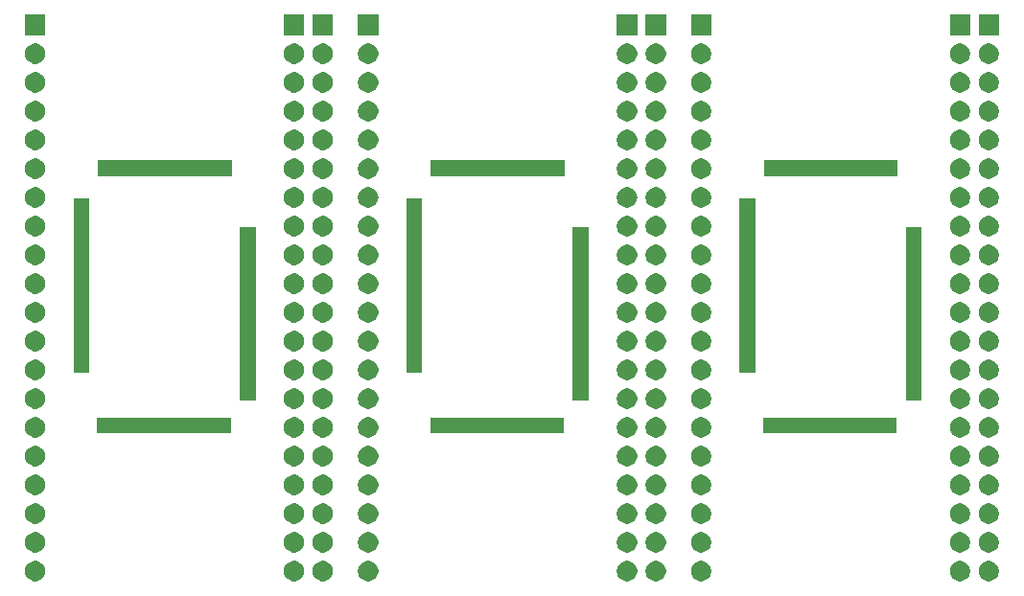
<source format=gbr>
G04 #@! TF.GenerationSoftware,KiCad,Pcbnew,5.1.5+dfsg1-2build2*
G04 #@! TF.CreationDate,2022-03-02T19:41:26-05:00*
G04 #@! TF.ProjectId,,58585858-5858-4585-9858-585858585858,rev?*
G04 #@! TF.SameCoordinates,Original*
G04 #@! TF.FileFunction,Soldermask,Top*
G04 #@! TF.FilePolarity,Negative*
%FSLAX46Y46*%
G04 Gerber Fmt 4.6, Leading zero omitted, Abs format (unit mm)*
G04 Created by KiCad (PCBNEW 5.1.5+dfsg1-2build2) date 2022-03-02 19:41:26*
%MOMM*%
%LPD*%
G04 APERTURE LIST*
%ADD10C,0.100000*%
G04 APERTURE END LIST*
D10*
G36*
X91605432Y-78807247D02*
G01*
X91754732Y-78836944D01*
X91918704Y-78904864D01*
X92066274Y-79003467D01*
X92191773Y-79128966D01*
X92290376Y-79276536D01*
X92358296Y-79440508D01*
X92392920Y-79614579D01*
X92392920Y-79792061D01*
X92358296Y-79966132D01*
X92290376Y-80130104D01*
X92191773Y-80277674D01*
X92066274Y-80403173D01*
X91918704Y-80501776D01*
X91754732Y-80569696D01*
X91605432Y-80599393D01*
X91580662Y-80604320D01*
X91403178Y-80604320D01*
X91378408Y-80599393D01*
X91229108Y-80569696D01*
X91065136Y-80501776D01*
X90917566Y-80403173D01*
X90792067Y-80277674D01*
X90693464Y-80130104D01*
X90625544Y-79966132D01*
X90590920Y-79792061D01*
X90590920Y-79614579D01*
X90625544Y-79440508D01*
X90693464Y-79276536D01*
X90792067Y-79128966D01*
X90917566Y-79003467D01*
X91065136Y-78904864D01*
X91229108Y-78836944D01*
X91378408Y-78807247D01*
X91403178Y-78802320D01*
X91580662Y-78802320D01*
X91605432Y-78807247D01*
G37*
G36*
X152945432Y-78807247D02*
G01*
X153094732Y-78836944D01*
X153258704Y-78904864D01*
X153406274Y-79003467D01*
X153531773Y-79128966D01*
X153630376Y-79276536D01*
X153698296Y-79440508D01*
X153732920Y-79614579D01*
X153732920Y-79792061D01*
X153698296Y-79966132D01*
X153630376Y-80130104D01*
X153531773Y-80277674D01*
X153406274Y-80403173D01*
X153258704Y-80501776D01*
X153094732Y-80569696D01*
X152945432Y-80599393D01*
X152920662Y-80604320D01*
X152743178Y-80604320D01*
X152718408Y-80599393D01*
X152569108Y-80569696D01*
X152405136Y-80501776D01*
X152257566Y-80403173D01*
X152132067Y-80277674D01*
X152033464Y-80130104D01*
X151965544Y-79966132D01*
X151930920Y-79792061D01*
X151930920Y-79614579D01*
X151965544Y-79440508D01*
X152033464Y-79276536D01*
X152132067Y-79128966D01*
X152257566Y-79003467D01*
X152405136Y-78904864D01*
X152569108Y-78836944D01*
X152718408Y-78807247D01*
X152743178Y-78802320D01*
X152920662Y-78802320D01*
X152945432Y-78807247D01*
G37*
G36*
X68745432Y-78807247D02*
G01*
X68894732Y-78836944D01*
X69058704Y-78904864D01*
X69206274Y-79003467D01*
X69331773Y-79128966D01*
X69430376Y-79276536D01*
X69498296Y-79440508D01*
X69532920Y-79614579D01*
X69532920Y-79792061D01*
X69498296Y-79966132D01*
X69430376Y-80130104D01*
X69331773Y-80277674D01*
X69206274Y-80403173D01*
X69058704Y-80501776D01*
X68894732Y-80569696D01*
X68745432Y-80599393D01*
X68720662Y-80604320D01*
X68543178Y-80604320D01*
X68518408Y-80599393D01*
X68369108Y-80569696D01*
X68205136Y-80501776D01*
X68057566Y-80403173D01*
X67932067Y-80277674D01*
X67833464Y-80130104D01*
X67765544Y-79966132D01*
X67730920Y-79792061D01*
X67730920Y-79614579D01*
X67765544Y-79440508D01*
X67833464Y-79276536D01*
X67932067Y-79128966D01*
X68057566Y-79003467D01*
X68205136Y-78904864D01*
X68369108Y-78836944D01*
X68518408Y-78807247D01*
X68543178Y-78802320D01*
X68720662Y-78802320D01*
X68745432Y-78807247D01*
G37*
G36*
X94145432Y-78807247D02*
G01*
X94294732Y-78836944D01*
X94458704Y-78904864D01*
X94606274Y-79003467D01*
X94731773Y-79128966D01*
X94830376Y-79276536D01*
X94898296Y-79440508D01*
X94932920Y-79614579D01*
X94932920Y-79792061D01*
X94898296Y-79966132D01*
X94830376Y-80130104D01*
X94731773Y-80277674D01*
X94606274Y-80403173D01*
X94458704Y-80501776D01*
X94294732Y-80569696D01*
X94145432Y-80599393D01*
X94120662Y-80604320D01*
X93943178Y-80604320D01*
X93918408Y-80599393D01*
X93769108Y-80569696D01*
X93605136Y-80501776D01*
X93457566Y-80403173D01*
X93332067Y-80277674D01*
X93233464Y-80130104D01*
X93165544Y-79966132D01*
X93130920Y-79792061D01*
X93130920Y-79614579D01*
X93165544Y-79440508D01*
X93233464Y-79276536D01*
X93332067Y-79128966D01*
X93457566Y-79003467D01*
X93605136Y-78904864D01*
X93769108Y-78836944D01*
X93918408Y-78807247D01*
X93943178Y-78802320D01*
X94120662Y-78802320D01*
X94145432Y-78807247D01*
G37*
G36*
X98145432Y-78807247D02*
G01*
X98294732Y-78836944D01*
X98458704Y-78904864D01*
X98606274Y-79003467D01*
X98731773Y-79128966D01*
X98830376Y-79276536D01*
X98898296Y-79440508D01*
X98932920Y-79614579D01*
X98932920Y-79792061D01*
X98898296Y-79966132D01*
X98830376Y-80130104D01*
X98731773Y-80277674D01*
X98606274Y-80403173D01*
X98458704Y-80501776D01*
X98294732Y-80569696D01*
X98145432Y-80599393D01*
X98120662Y-80604320D01*
X97943178Y-80604320D01*
X97918408Y-80599393D01*
X97769108Y-80569696D01*
X97605136Y-80501776D01*
X97457566Y-80403173D01*
X97332067Y-80277674D01*
X97233464Y-80130104D01*
X97165544Y-79966132D01*
X97130920Y-79792061D01*
X97130920Y-79614579D01*
X97165544Y-79440508D01*
X97233464Y-79276536D01*
X97332067Y-79128966D01*
X97457566Y-79003467D01*
X97605136Y-78904864D01*
X97769108Y-78836944D01*
X97918408Y-78807247D01*
X97943178Y-78802320D01*
X98120662Y-78802320D01*
X98145432Y-78807247D01*
G37*
G36*
X127545432Y-78807247D02*
G01*
X127694732Y-78836944D01*
X127858704Y-78904864D01*
X128006274Y-79003467D01*
X128131773Y-79128966D01*
X128230376Y-79276536D01*
X128298296Y-79440508D01*
X128332920Y-79614579D01*
X128332920Y-79792061D01*
X128298296Y-79966132D01*
X128230376Y-80130104D01*
X128131773Y-80277674D01*
X128006274Y-80403173D01*
X127858704Y-80501776D01*
X127694732Y-80569696D01*
X127545432Y-80599393D01*
X127520662Y-80604320D01*
X127343178Y-80604320D01*
X127318408Y-80599393D01*
X127169108Y-80569696D01*
X127005136Y-80501776D01*
X126857566Y-80403173D01*
X126732067Y-80277674D01*
X126633464Y-80130104D01*
X126565544Y-79966132D01*
X126530920Y-79792061D01*
X126530920Y-79614579D01*
X126565544Y-79440508D01*
X126633464Y-79276536D01*
X126732067Y-79128966D01*
X126857566Y-79003467D01*
X127005136Y-78904864D01*
X127169108Y-78836944D01*
X127318408Y-78807247D01*
X127343178Y-78802320D01*
X127520662Y-78802320D01*
X127545432Y-78807247D01*
G37*
G36*
X123545432Y-78807247D02*
G01*
X123694732Y-78836944D01*
X123858704Y-78904864D01*
X124006274Y-79003467D01*
X124131773Y-79128966D01*
X124230376Y-79276536D01*
X124298296Y-79440508D01*
X124332920Y-79614579D01*
X124332920Y-79792061D01*
X124298296Y-79966132D01*
X124230376Y-80130104D01*
X124131773Y-80277674D01*
X124006274Y-80403173D01*
X123858704Y-80501776D01*
X123694732Y-80569696D01*
X123545432Y-80599393D01*
X123520662Y-80604320D01*
X123343178Y-80604320D01*
X123318408Y-80599393D01*
X123169108Y-80569696D01*
X123005136Y-80501776D01*
X122857566Y-80403173D01*
X122732067Y-80277674D01*
X122633464Y-80130104D01*
X122565544Y-79966132D01*
X122530920Y-79792061D01*
X122530920Y-79614579D01*
X122565544Y-79440508D01*
X122633464Y-79276536D01*
X122732067Y-79128966D01*
X122857566Y-79003467D01*
X123005136Y-78904864D01*
X123169108Y-78836944D01*
X123318408Y-78807247D01*
X123343178Y-78802320D01*
X123520662Y-78802320D01*
X123545432Y-78807247D01*
G37*
G36*
X121005432Y-78807247D02*
G01*
X121154732Y-78836944D01*
X121318704Y-78904864D01*
X121466274Y-79003467D01*
X121591773Y-79128966D01*
X121690376Y-79276536D01*
X121758296Y-79440508D01*
X121792920Y-79614579D01*
X121792920Y-79792061D01*
X121758296Y-79966132D01*
X121690376Y-80130104D01*
X121591773Y-80277674D01*
X121466274Y-80403173D01*
X121318704Y-80501776D01*
X121154732Y-80569696D01*
X121005432Y-80599393D01*
X120980662Y-80604320D01*
X120803178Y-80604320D01*
X120778408Y-80599393D01*
X120629108Y-80569696D01*
X120465136Y-80501776D01*
X120317566Y-80403173D01*
X120192067Y-80277674D01*
X120093464Y-80130104D01*
X120025544Y-79966132D01*
X119990920Y-79792061D01*
X119990920Y-79614579D01*
X120025544Y-79440508D01*
X120093464Y-79276536D01*
X120192067Y-79128966D01*
X120317566Y-79003467D01*
X120465136Y-78904864D01*
X120629108Y-78836944D01*
X120778408Y-78807247D01*
X120803178Y-78802320D01*
X120980662Y-78802320D01*
X121005432Y-78807247D01*
G37*
G36*
X150405432Y-78807247D02*
G01*
X150554732Y-78836944D01*
X150718704Y-78904864D01*
X150866274Y-79003467D01*
X150991773Y-79128966D01*
X151090376Y-79276536D01*
X151158296Y-79440508D01*
X151192920Y-79614579D01*
X151192920Y-79792061D01*
X151158296Y-79966132D01*
X151090376Y-80130104D01*
X150991773Y-80277674D01*
X150866274Y-80403173D01*
X150718704Y-80501776D01*
X150554732Y-80569696D01*
X150405432Y-80599393D01*
X150380662Y-80604320D01*
X150203178Y-80604320D01*
X150178408Y-80599393D01*
X150029108Y-80569696D01*
X149865136Y-80501776D01*
X149717566Y-80403173D01*
X149592067Y-80277674D01*
X149493464Y-80130104D01*
X149425544Y-79966132D01*
X149390920Y-79792061D01*
X149390920Y-79614579D01*
X149425544Y-79440508D01*
X149493464Y-79276536D01*
X149592067Y-79128966D01*
X149717566Y-79003467D01*
X149865136Y-78904864D01*
X150029108Y-78836944D01*
X150178408Y-78807247D01*
X150203178Y-78802320D01*
X150380662Y-78802320D01*
X150405432Y-78807247D01*
G37*
G36*
X68745432Y-76267247D02*
G01*
X68894732Y-76296944D01*
X69058704Y-76364864D01*
X69206274Y-76463467D01*
X69331773Y-76588966D01*
X69430376Y-76736536D01*
X69498296Y-76900508D01*
X69532920Y-77074579D01*
X69532920Y-77252061D01*
X69498296Y-77426132D01*
X69430376Y-77590104D01*
X69331773Y-77737674D01*
X69206274Y-77863173D01*
X69058704Y-77961776D01*
X68894732Y-78029696D01*
X68745432Y-78059393D01*
X68720662Y-78064320D01*
X68543178Y-78064320D01*
X68518408Y-78059393D01*
X68369108Y-78029696D01*
X68205136Y-77961776D01*
X68057566Y-77863173D01*
X67932067Y-77737674D01*
X67833464Y-77590104D01*
X67765544Y-77426132D01*
X67730920Y-77252061D01*
X67730920Y-77074579D01*
X67765544Y-76900508D01*
X67833464Y-76736536D01*
X67932067Y-76588966D01*
X68057566Y-76463467D01*
X68205136Y-76364864D01*
X68369108Y-76296944D01*
X68518408Y-76267247D01*
X68543178Y-76262320D01*
X68720662Y-76262320D01*
X68745432Y-76267247D01*
G37*
G36*
X150405432Y-76267247D02*
G01*
X150554732Y-76296944D01*
X150718704Y-76364864D01*
X150866274Y-76463467D01*
X150991773Y-76588966D01*
X151090376Y-76736536D01*
X151158296Y-76900508D01*
X151192920Y-77074579D01*
X151192920Y-77252061D01*
X151158296Y-77426132D01*
X151090376Y-77590104D01*
X150991773Y-77737674D01*
X150866274Y-77863173D01*
X150718704Y-77961776D01*
X150554732Y-78029696D01*
X150405432Y-78059393D01*
X150380662Y-78064320D01*
X150203178Y-78064320D01*
X150178408Y-78059393D01*
X150029108Y-78029696D01*
X149865136Y-77961776D01*
X149717566Y-77863173D01*
X149592067Y-77737674D01*
X149493464Y-77590104D01*
X149425544Y-77426132D01*
X149390920Y-77252061D01*
X149390920Y-77074579D01*
X149425544Y-76900508D01*
X149493464Y-76736536D01*
X149592067Y-76588966D01*
X149717566Y-76463467D01*
X149865136Y-76364864D01*
X150029108Y-76296944D01*
X150178408Y-76267247D01*
X150203178Y-76262320D01*
X150380662Y-76262320D01*
X150405432Y-76267247D01*
G37*
G36*
X121005432Y-76267247D02*
G01*
X121154732Y-76296944D01*
X121318704Y-76364864D01*
X121466274Y-76463467D01*
X121591773Y-76588966D01*
X121690376Y-76736536D01*
X121758296Y-76900508D01*
X121792920Y-77074579D01*
X121792920Y-77252061D01*
X121758296Y-77426132D01*
X121690376Y-77590104D01*
X121591773Y-77737674D01*
X121466274Y-77863173D01*
X121318704Y-77961776D01*
X121154732Y-78029696D01*
X121005432Y-78059393D01*
X120980662Y-78064320D01*
X120803178Y-78064320D01*
X120778408Y-78059393D01*
X120629108Y-78029696D01*
X120465136Y-77961776D01*
X120317566Y-77863173D01*
X120192067Y-77737674D01*
X120093464Y-77590104D01*
X120025544Y-77426132D01*
X119990920Y-77252061D01*
X119990920Y-77074579D01*
X120025544Y-76900508D01*
X120093464Y-76736536D01*
X120192067Y-76588966D01*
X120317566Y-76463467D01*
X120465136Y-76364864D01*
X120629108Y-76296944D01*
X120778408Y-76267247D01*
X120803178Y-76262320D01*
X120980662Y-76262320D01*
X121005432Y-76267247D01*
G37*
G36*
X127545432Y-76267247D02*
G01*
X127694732Y-76296944D01*
X127858704Y-76364864D01*
X128006274Y-76463467D01*
X128131773Y-76588966D01*
X128230376Y-76736536D01*
X128298296Y-76900508D01*
X128332920Y-77074579D01*
X128332920Y-77252061D01*
X128298296Y-77426132D01*
X128230376Y-77590104D01*
X128131773Y-77737674D01*
X128006274Y-77863173D01*
X127858704Y-77961776D01*
X127694732Y-78029696D01*
X127545432Y-78059393D01*
X127520662Y-78064320D01*
X127343178Y-78064320D01*
X127318408Y-78059393D01*
X127169108Y-78029696D01*
X127005136Y-77961776D01*
X126857566Y-77863173D01*
X126732067Y-77737674D01*
X126633464Y-77590104D01*
X126565544Y-77426132D01*
X126530920Y-77252061D01*
X126530920Y-77074579D01*
X126565544Y-76900508D01*
X126633464Y-76736536D01*
X126732067Y-76588966D01*
X126857566Y-76463467D01*
X127005136Y-76364864D01*
X127169108Y-76296944D01*
X127318408Y-76267247D01*
X127343178Y-76262320D01*
X127520662Y-76262320D01*
X127545432Y-76267247D01*
G37*
G36*
X98145432Y-76267247D02*
G01*
X98294732Y-76296944D01*
X98458704Y-76364864D01*
X98606274Y-76463467D01*
X98731773Y-76588966D01*
X98830376Y-76736536D01*
X98898296Y-76900508D01*
X98932920Y-77074579D01*
X98932920Y-77252061D01*
X98898296Y-77426132D01*
X98830376Y-77590104D01*
X98731773Y-77737674D01*
X98606274Y-77863173D01*
X98458704Y-77961776D01*
X98294732Y-78029696D01*
X98145432Y-78059393D01*
X98120662Y-78064320D01*
X97943178Y-78064320D01*
X97918408Y-78059393D01*
X97769108Y-78029696D01*
X97605136Y-77961776D01*
X97457566Y-77863173D01*
X97332067Y-77737674D01*
X97233464Y-77590104D01*
X97165544Y-77426132D01*
X97130920Y-77252061D01*
X97130920Y-77074579D01*
X97165544Y-76900508D01*
X97233464Y-76736536D01*
X97332067Y-76588966D01*
X97457566Y-76463467D01*
X97605136Y-76364864D01*
X97769108Y-76296944D01*
X97918408Y-76267247D01*
X97943178Y-76262320D01*
X98120662Y-76262320D01*
X98145432Y-76267247D01*
G37*
G36*
X94145432Y-76267247D02*
G01*
X94294732Y-76296944D01*
X94458704Y-76364864D01*
X94606274Y-76463467D01*
X94731773Y-76588966D01*
X94830376Y-76736536D01*
X94898296Y-76900508D01*
X94932920Y-77074579D01*
X94932920Y-77252061D01*
X94898296Y-77426132D01*
X94830376Y-77590104D01*
X94731773Y-77737674D01*
X94606274Y-77863173D01*
X94458704Y-77961776D01*
X94294732Y-78029696D01*
X94145432Y-78059393D01*
X94120662Y-78064320D01*
X93943178Y-78064320D01*
X93918408Y-78059393D01*
X93769108Y-78029696D01*
X93605136Y-77961776D01*
X93457566Y-77863173D01*
X93332067Y-77737674D01*
X93233464Y-77590104D01*
X93165544Y-77426132D01*
X93130920Y-77252061D01*
X93130920Y-77074579D01*
X93165544Y-76900508D01*
X93233464Y-76736536D01*
X93332067Y-76588966D01*
X93457566Y-76463467D01*
X93605136Y-76364864D01*
X93769108Y-76296944D01*
X93918408Y-76267247D01*
X93943178Y-76262320D01*
X94120662Y-76262320D01*
X94145432Y-76267247D01*
G37*
G36*
X91605432Y-76267247D02*
G01*
X91754732Y-76296944D01*
X91918704Y-76364864D01*
X92066274Y-76463467D01*
X92191773Y-76588966D01*
X92290376Y-76736536D01*
X92358296Y-76900508D01*
X92392920Y-77074579D01*
X92392920Y-77252061D01*
X92358296Y-77426132D01*
X92290376Y-77590104D01*
X92191773Y-77737674D01*
X92066274Y-77863173D01*
X91918704Y-77961776D01*
X91754732Y-78029696D01*
X91605432Y-78059393D01*
X91580662Y-78064320D01*
X91403178Y-78064320D01*
X91378408Y-78059393D01*
X91229108Y-78029696D01*
X91065136Y-77961776D01*
X90917566Y-77863173D01*
X90792067Y-77737674D01*
X90693464Y-77590104D01*
X90625544Y-77426132D01*
X90590920Y-77252061D01*
X90590920Y-77074579D01*
X90625544Y-76900508D01*
X90693464Y-76736536D01*
X90792067Y-76588966D01*
X90917566Y-76463467D01*
X91065136Y-76364864D01*
X91229108Y-76296944D01*
X91378408Y-76267247D01*
X91403178Y-76262320D01*
X91580662Y-76262320D01*
X91605432Y-76267247D01*
G37*
G36*
X123545432Y-76267247D02*
G01*
X123694732Y-76296944D01*
X123858704Y-76364864D01*
X124006274Y-76463467D01*
X124131773Y-76588966D01*
X124230376Y-76736536D01*
X124298296Y-76900508D01*
X124332920Y-77074579D01*
X124332920Y-77252061D01*
X124298296Y-77426132D01*
X124230376Y-77590104D01*
X124131773Y-77737674D01*
X124006274Y-77863173D01*
X123858704Y-77961776D01*
X123694732Y-78029696D01*
X123545432Y-78059393D01*
X123520662Y-78064320D01*
X123343178Y-78064320D01*
X123318408Y-78059393D01*
X123169108Y-78029696D01*
X123005136Y-77961776D01*
X122857566Y-77863173D01*
X122732067Y-77737674D01*
X122633464Y-77590104D01*
X122565544Y-77426132D01*
X122530920Y-77252061D01*
X122530920Y-77074579D01*
X122565544Y-76900508D01*
X122633464Y-76736536D01*
X122732067Y-76588966D01*
X122857566Y-76463467D01*
X123005136Y-76364864D01*
X123169108Y-76296944D01*
X123318408Y-76267247D01*
X123343178Y-76262320D01*
X123520662Y-76262320D01*
X123545432Y-76267247D01*
G37*
G36*
X152945432Y-76267247D02*
G01*
X153094732Y-76296944D01*
X153258704Y-76364864D01*
X153406274Y-76463467D01*
X153531773Y-76588966D01*
X153630376Y-76736536D01*
X153698296Y-76900508D01*
X153732920Y-77074579D01*
X153732920Y-77252061D01*
X153698296Y-77426132D01*
X153630376Y-77590104D01*
X153531773Y-77737674D01*
X153406274Y-77863173D01*
X153258704Y-77961776D01*
X153094732Y-78029696D01*
X152945432Y-78059393D01*
X152920662Y-78064320D01*
X152743178Y-78064320D01*
X152718408Y-78059393D01*
X152569108Y-78029696D01*
X152405136Y-77961776D01*
X152257566Y-77863173D01*
X152132067Y-77737674D01*
X152033464Y-77590104D01*
X151965544Y-77426132D01*
X151930920Y-77252061D01*
X151930920Y-77074579D01*
X151965544Y-76900508D01*
X152033464Y-76736536D01*
X152132067Y-76588966D01*
X152257566Y-76463467D01*
X152405136Y-76364864D01*
X152569108Y-76296944D01*
X152718408Y-76267247D01*
X152743178Y-76262320D01*
X152920662Y-76262320D01*
X152945432Y-76267247D01*
G37*
G36*
X152945432Y-73727247D02*
G01*
X153094732Y-73756944D01*
X153258704Y-73824864D01*
X153406274Y-73923467D01*
X153531773Y-74048966D01*
X153630376Y-74196536D01*
X153698296Y-74360508D01*
X153732920Y-74534579D01*
X153732920Y-74712061D01*
X153698296Y-74886132D01*
X153630376Y-75050104D01*
X153531773Y-75197674D01*
X153406274Y-75323173D01*
X153258704Y-75421776D01*
X153094732Y-75489696D01*
X152945432Y-75519393D01*
X152920662Y-75524320D01*
X152743178Y-75524320D01*
X152718408Y-75519393D01*
X152569108Y-75489696D01*
X152405136Y-75421776D01*
X152257566Y-75323173D01*
X152132067Y-75197674D01*
X152033464Y-75050104D01*
X151965544Y-74886132D01*
X151930920Y-74712061D01*
X151930920Y-74534579D01*
X151965544Y-74360508D01*
X152033464Y-74196536D01*
X152132067Y-74048966D01*
X152257566Y-73923467D01*
X152405136Y-73824864D01*
X152569108Y-73756944D01*
X152718408Y-73727247D01*
X152743178Y-73722320D01*
X152920662Y-73722320D01*
X152945432Y-73727247D01*
G37*
G36*
X94145432Y-73727247D02*
G01*
X94294732Y-73756944D01*
X94458704Y-73824864D01*
X94606274Y-73923467D01*
X94731773Y-74048966D01*
X94830376Y-74196536D01*
X94898296Y-74360508D01*
X94932920Y-74534579D01*
X94932920Y-74712061D01*
X94898296Y-74886132D01*
X94830376Y-75050104D01*
X94731773Y-75197674D01*
X94606274Y-75323173D01*
X94458704Y-75421776D01*
X94294732Y-75489696D01*
X94145432Y-75519393D01*
X94120662Y-75524320D01*
X93943178Y-75524320D01*
X93918408Y-75519393D01*
X93769108Y-75489696D01*
X93605136Y-75421776D01*
X93457566Y-75323173D01*
X93332067Y-75197674D01*
X93233464Y-75050104D01*
X93165544Y-74886132D01*
X93130920Y-74712061D01*
X93130920Y-74534579D01*
X93165544Y-74360508D01*
X93233464Y-74196536D01*
X93332067Y-74048966D01*
X93457566Y-73923467D01*
X93605136Y-73824864D01*
X93769108Y-73756944D01*
X93918408Y-73727247D01*
X93943178Y-73722320D01*
X94120662Y-73722320D01*
X94145432Y-73727247D01*
G37*
G36*
X68745432Y-73727247D02*
G01*
X68894732Y-73756944D01*
X69058704Y-73824864D01*
X69206274Y-73923467D01*
X69331773Y-74048966D01*
X69430376Y-74196536D01*
X69498296Y-74360508D01*
X69532920Y-74534579D01*
X69532920Y-74712061D01*
X69498296Y-74886132D01*
X69430376Y-75050104D01*
X69331773Y-75197674D01*
X69206274Y-75323173D01*
X69058704Y-75421776D01*
X68894732Y-75489696D01*
X68745432Y-75519393D01*
X68720662Y-75524320D01*
X68543178Y-75524320D01*
X68518408Y-75519393D01*
X68369108Y-75489696D01*
X68205136Y-75421776D01*
X68057566Y-75323173D01*
X67932067Y-75197674D01*
X67833464Y-75050104D01*
X67765544Y-74886132D01*
X67730920Y-74712061D01*
X67730920Y-74534579D01*
X67765544Y-74360508D01*
X67833464Y-74196536D01*
X67932067Y-74048966D01*
X68057566Y-73923467D01*
X68205136Y-73824864D01*
X68369108Y-73756944D01*
X68518408Y-73727247D01*
X68543178Y-73722320D01*
X68720662Y-73722320D01*
X68745432Y-73727247D01*
G37*
G36*
X121005432Y-73727247D02*
G01*
X121154732Y-73756944D01*
X121318704Y-73824864D01*
X121466274Y-73923467D01*
X121591773Y-74048966D01*
X121690376Y-74196536D01*
X121758296Y-74360508D01*
X121792920Y-74534579D01*
X121792920Y-74712061D01*
X121758296Y-74886132D01*
X121690376Y-75050104D01*
X121591773Y-75197674D01*
X121466274Y-75323173D01*
X121318704Y-75421776D01*
X121154732Y-75489696D01*
X121005432Y-75519393D01*
X120980662Y-75524320D01*
X120803178Y-75524320D01*
X120778408Y-75519393D01*
X120629108Y-75489696D01*
X120465136Y-75421776D01*
X120317566Y-75323173D01*
X120192067Y-75197674D01*
X120093464Y-75050104D01*
X120025544Y-74886132D01*
X119990920Y-74712061D01*
X119990920Y-74534579D01*
X120025544Y-74360508D01*
X120093464Y-74196536D01*
X120192067Y-74048966D01*
X120317566Y-73923467D01*
X120465136Y-73824864D01*
X120629108Y-73756944D01*
X120778408Y-73727247D01*
X120803178Y-73722320D01*
X120980662Y-73722320D01*
X121005432Y-73727247D01*
G37*
G36*
X123545432Y-73727247D02*
G01*
X123694732Y-73756944D01*
X123858704Y-73824864D01*
X124006274Y-73923467D01*
X124131773Y-74048966D01*
X124230376Y-74196536D01*
X124298296Y-74360508D01*
X124332920Y-74534579D01*
X124332920Y-74712061D01*
X124298296Y-74886132D01*
X124230376Y-75050104D01*
X124131773Y-75197674D01*
X124006274Y-75323173D01*
X123858704Y-75421776D01*
X123694732Y-75489696D01*
X123545432Y-75519393D01*
X123520662Y-75524320D01*
X123343178Y-75524320D01*
X123318408Y-75519393D01*
X123169108Y-75489696D01*
X123005136Y-75421776D01*
X122857566Y-75323173D01*
X122732067Y-75197674D01*
X122633464Y-75050104D01*
X122565544Y-74886132D01*
X122530920Y-74712061D01*
X122530920Y-74534579D01*
X122565544Y-74360508D01*
X122633464Y-74196536D01*
X122732067Y-74048966D01*
X122857566Y-73923467D01*
X123005136Y-73824864D01*
X123169108Y-73756944D01*
X123318408Y-73727247D01*
X123343178Y-73722320D01*
X123520662Y-73722320D01*
X123545432Y-73727247D01*
G37*
G36*
X127545432Y-73727247D02*
G01*
X127694732Y-73756944D01*
X127858704Y-73824864D01*
X128006274Y-73923467D01*
X128131773Y-74048966D01*
X128230376Y-74196536D01*
X128298296Y-74360508D01*
X128332920Y-74534579D01*
X128332920Y-74712061D01*
X128298296Y-74886132D01*
X128230376Y-75050104D01*
X128131773Y-75197674D01*
X128006274Y-75323173D01*
X127858704Y-75421776D01*
X127694732Y-75489696D01*
X127545432Y-75519393D01*
X127520662Y-75524320D01*
X127343178Y-75524320D01*
X127318408Y-75519393D01*
X127169108Y-75489696D01*
X127005136Y-75421776D01*
X126857566Y-75323173D01*
X126732067Y-75197674D01*
X126633464Y-75050104D01*
X126565544Y-74886132D01*
X126530920Y-74712061D01*
X126530920Y-74534579D01*
X126565544Y-74360508D01*
X126633464Y-74196536D01*
X126732067Y-74048966D01*
X126857566Y-73923467D01*
X127005136Y-73824864D01*
X127169108Y-73756944D01*
X127318408Y-73727247D01*
X127343178Y-73722320D01*
X127520662Y-73722320D01*
X127545432Y-73727247D01*
G37*
G36*
X98145432Y-73727247D02*
G01*
X98294732Y-73756944D01*
X98458704Y-73824864D01*
X98606274Y-73923467D01*
X98731773Y-74048966D01*
X98830376Y-74196536D01*
X98898296Y-74360508D01*
X98932920Y-74534579D01*
X98932920Y-74712061D01*
X98898296Y-74886132D01*
X98830376Y-75050104D01*
X98731773Y-75197674D01*
X98606274Y-75323173D01*
X98458704Y-75421776D01*
X98294732Y-75489696D01*
X98145432Y-75519393D01*
X98120662Y-75524320D01*
X97943178Y-75524320D01*
X97918408Y-75519393D01*
X97769108Y-75489696D01*
X97605136Y-75421776D01*
X97457566Y-75323173D01*
X97332067Y-75197674D01*
X97233464Y-75050104D01*
X97165544Y-74886132D01*
X97130920Y-74712061D01*
X97130920Y-74534579D01*
X97165544Y-74360508D01*
X97233464Y-74196536D01*
X97332067Y-74048966D01*
X97457566Y-73923467D01*
X97605136Y-73824864D01*
X97769108Y-73756944D01*
X97918408Y-73727247D01*
X97943178Y-73722320D01*
X98120662Y-73722320D01*
X98145432Y-73727247D01*
G37*
G36*
X150405432Y-73727247D02*
G01*
X150554732Y-73756944D01*
X150718704Y-73824864D01*
X150866274Y-73923467D01*
X150991773Y-74048966D01*
X151090376Y-74196536D01*
X151158296Y-74360508D01*
X151192920Y-74534579D01*
X151192920Y-74712061D01*
X151158296Y-74886132D01*
X151090376Y-75050104D01*
X150991773Y-75197674D01*
X150866274Y-75323173D01*
X150718704Y-75421776D01*
X150554732Y-75489696D01*
X150405432Y-75519393D01*
X150380662Y-75524320D01*
X150203178Y-75524320D01*
X150178408Y-75519393D01*
X150029108Y-75489696D01*
X149865136Y-75421776D01*
X149717566Y-75323173D01*
X149592067Y-75197674D01*
X149493464Y-75050104D01*
X149425544Y-74886132D01*
X149390920Y-74712061D01*
X149390920Y-74534579D01*
X149425544Y-74360508D01*
X149493464Y-74196536D01*
X149592067Y-74048966D01*
X149717566Y-73923467D01*
X149865136Y-73824864D01*
X150029108Y-73756944D01*
X150178408Y-73727247D01*
X150203178Y-73722320D01*
X150380662Y-73722320D01*
X150405432Y-73727247D01*
G37*
G36*
X91605432Y-73727247D02*
G01*
X91754732Y-73756944D01*
X91918704Y-73824864D01*
X92066274Y-73923467D01*
X92191773Y-74048966D01*
X92290376Y-74196536D01*
X92358296Y-74360508D01*
X92392920Y-74534579D01*
X92392920Y-74712061D01*
X92358296Y-74886132D01*
X92290376Y-75050104D01*
X92191773Y-75197674D01*
X92066274Y-75323173D01*
X91918704Y-75421776D01*
X91754732Y-75489696D01*
X91605432Y-75519393D01*
X91580662Y-75524320D01*
X91403178Y-75524320D01*
X91378408Y-75519393D01*
X91229108Y-75489696D01*
X91065136Y-75421776D01*
X90917566Y-75323173D01*
X90792067Y-75197674D01*
X90693464Y-75050104D01*
X90625544Y-74886132D01*
X90590920Y-74712061D01*
X90590920Y-74534579D01*
X90625544Y-74360508D01*
X90693464Y-74196536D01*
X90792067Y-74048966D01*
X90917566Y-73923467D01*
X91065136Y-73824864D01*
X91229108Y-73756944D01*
X91378408Y-73727247D01*
X91403178Y-73722320D01*
X91580662Y-73722320D01*
X91605432Y-73727247D01*
G37*
G36*
X68745432Y-71187247D02*
G01*
X68894732Y-71216944D01*
X69058704Y-71284864D01*
X69206274Y-71383467D01*
X69331773Y-71508966D01*
X69430376Y-71656536D01*
X69498296Y-71820508D01*
X69532920Y-71994579D01*
X69532920Y-72172061D01*
X69498296Y-72346132D01*
X69430376Y-72510104D01*
X69331773Y-72657674D01*
X69206274Y-72783173D01*
X69058704Y-72881776D01*
X68894732Y-72949696D01*
X68745432Y-72979393D01*
X68720662Y-72984320D01*
X68543178Y-72984320D01*
X68518408Y-72979393D01*
X68369108Y-72949696D01*
X68205136Y-72881776D01*
X68057566Y-72783173D01*
X67932067Y-72657674D01*
X67833464Y-72510104D01*
X67765544Y-72346132D01*
X67730920Y-72172061D01*
X67730920Y-71994579D01*
X67765544Y-71820508D01*
X67833464Y-71656536D01*
X67932067Y-71508966D01*
X68057566Y-71383467D01*
X68205136Y-71284864D01*
X68369108Y-71216944D01*
X68518408Y-71187247D01*
X68543178Y-71182320D01*
X68720662Y-71182320D01*
X68745432Y-71187247D01*
G37*
G36*
X152945432Y-71187247D02*
G01*
X153094732Y-71216944D01*
X153258704Y-71284864D01*
X153406274Y-71383467D01*
X153531773Y-71508966D01*
X153630376Y-71656536D01*
X153698296Y-71820508D01*
X153732920Y-71994579D01*
X153732920Y-72172061D01*
X153698296Y-72346132D01*
X153630376Y-72510104D01*
X153531773Y-72657674D01*
X153406274Y-72783173D01*
X153258704Y-72881776D01*
X153094732Y-72949696D01*
X152945432Y-72979393D01*
X152920662Y-72984320D01*
X152743178Y-72984320D01*
X152718408Y-72979393D01*
X152569108Y-72949696D01*
X152405136Y-72881776D01*
X152257566Y-72783173D01*
X152132067Y-72657674D01*
X152033464Y-72510104D01*
X151965544Y-72346132D01*
X151930920Y-72172061D01*
X151930920Y-71994579D01*
X151965544Y-71820508D01*
X152033464Y-71656536D01*
X152132067Y-71508966D01*
X152257566Y-71383467D01*
X152405136Y-71284864D01*
X152569108Y-71216944D01*
X152718408Y-71187247D01*
X152743178Y-71182320D01*
X152920662Y-71182320D01*
X152945432Y-71187247D01*
G37*
G36*
X123545432Y-71187247D02*
G01*
X123694732Y-71216944D01*
X123858704Y-71284864D01*
X124006274Y-71383467D01*
X124131773Y-71508966D01*
X124230376Y-71656536D01*
X124298296Y-71820508D01*
X124332920Y-71994579D01*
X124332920Y-72172061D01*
X124298296Y-72346132D01*
X124230376Y-72510104D01*
X124131773Y-72657674D01*
X124006274Y-72783173D01*
X123858704Y-72881776D01*
X123694732Y-72949696D01*
X123545432Y-72979393D01*
X123520662Y-72984320D01*
X123343178Y-72984320D01*
X123318408Y-72979393D01*
X123169108Y-72949696D01*
X123005136Y-72881776D01*
X122857566Y-72783173D01*
X122732067Y-72657674D01*
X122633464Y-72510104D01*
X122565544Y-72346132D01*
X122530920Y-72172061D01*
X122530920Y-71994579D01*
X122565544Y-71820508D01*
X122633464Y-71656536D01*
X122732067Y-71508966D01*
X122857566Y-71383467D01*
X123005136Y-71284864D01*
X123169108Y-71216944D01*
X123318408Y-71187247D01*
X123343178Y-71182320D01*
X123520662Y-71182320D01*
X123545432Y-71187247D01*
G37*
G36*
X150405432Y-71187247D02*
G01*
X150554732Y-71216944D01*
X150718704Y-71284864D01*
X150866274Y-71383467D01*
X150991773Y-71508966D01*
X151090376Y-71656536D01*
X151158296Y-71820508D01*
X151192920Y-71994579D01*
X151192920Y-72172061D01*
X151158296Y-72346132D01*
X151090376Y-72510104D01*
X150991773Y-72657674D01*
X150866274Y-72783173D01*
X150718704Y-72881776D01*
X150554732Y-72949696D01*
X150405432Y-72979393D01*
X150380662Y-72984320D01*
X150203178Y-72984320D01*
X150178408Y-72979393D01*
X150029108Y-72949696D01*
X149865136Y-72881776D01*
X149717566Y-72783173D01*
X149592067Y-72657674D01*
X149493464Y-72510104D01*
X149425544Y-72346132D01*
X149390920Y-72172061D01*
X149390920Y-71994579D01*
X149425544Y-71820508D01*
X149493464Y-71656536D01*
X149592067Y-71508966D01*
X149717566Y-71383467D01*
X149865136Y-71284864D01*
X150029108Y-71216944D01*
X150178408Y-71187247D01*
X150203178Y-71182320D01*
X150380662Y-71182320D01*
X150405432Y-71187247D01*
G37*
G36*
X121005432Y-71187247D02*
G01*
X121154732Y-71216944D01*
X121318704Y-71284864D01*
X121466274Y-71383467D01*
X121591773Y-71508966D01*
X121690376Y-71656536D01*
X121758296Y-71820508D01*
X121792920Y-71994579D01*
X121792920Y-72172061D01*
X121758296Y-72346132D01*
X121690376Y-72510104D01*
X121591773Y-72657674D01*
X121466274Y-72783173D01*
X121318704Y-72881776D01*
X121154732Y-72949696D01*
X121005432Y-72979393D01*
X120980662Y-72984320D01*
X120803178Y-72984320D01*
X120778408Y-72979393D01*
X120629108Y-72949696D01*
X120465136Y-72881776D01*
X120317566Y-72783173D01*
X120192067Y-72657674D01*
X120093464Y-72510104D01*
X120025544Y-72346132D01*
X119990920Y-72172061D01*
X119990920Y-71994579D01*
X120025544Y-71820508D01*
X120093464Y-71656536D01*
X120192067Y-71508966D01*
X120317566Y-71383467D01*
X120465136Y-71284864D01*
X120629108Y-71216944D01*
X120778408Y-71187247D01*
X120803178Y-71182320D01*
X120980662Y-71182320D01*
X121005432Y-71187247D01*
G37*
G36*
X127545432Y-71187247D02*
G01*
X127694732Y-71216944D01*
X127858704Y-71284864D01*
X128006274Y-71383467D01*
X128131773Y-71508966D01*
X128230376Y-71656536D01*
X128298296Y-71820508D01*
X128332920Y-71994579D01*
X128332920Y-72172061D01*
X128298296Y-72346132D01*
X128230376Y-72510104D01*
X128131773Y-72657674D01*
X128006274Y-72783173D01*
X127858704Y-72881776D01*
X127694732Y-72949696D01*
X127545432Y-72979393D01*
X127520662Y-72984320D01*
X127343178Y-72984320D01*
X127318408Y-72979393D01*
X127169108Y-72949696D01*
X127005136Y-72881776D01*
X126857566Y-72783173D01*
X126732067Y-72657674D01*
X126633464Y-72510104D01*
X126565544Y-72346132D01*
X126530920Y-72172061D01*
X126530920Y-71994579D01*
X126565544Y-71820508D01*
X126633464Y-71656536D01*
X126732067Y-71508966D01*
X126857566Y-71383467D01*
X127005136Y-71284864D01*
X127169108Y-71216944D01*
X127318408Y-71187247D01*
X127343178Y-71182320D01*
X127520662Y-71182320D01*
X127545432Y-71187247D01*
G37*
G36*
X98145432Y-71187247D02*
G01*
X98294732Y-71216944D01*
X98458704Y-71284864D01*
X98606274Y-71383467D01*
X98731773Y-71508966D01*
X98830376Y-71656536D01*
X98898296Y-71820508D01*
X98932920Y-71994579D01*
X98932920Y-72172061D01*
X98898296Y-72346132D01*
X98830376Y-72510104D01*
X98731773Y-72657674D01*
X98606274Y-72783173D01*
X98458704Y-72881776D01*
X98294732Y-72949696D01*
X98145432Y-72979393D01*
X98120662Y-72984320D01*
X97943178Y-72984320D01*
X97918408Y-72979393D01*
X97769108Y-72949696D01*
X97605136Y-72881776D01*
X97457566Y-72783173D01*
X97332067Y-72657674D01*
X97233464Y-72510104D01*
X97165544Y-72346132D01*
X97130920Y-72172061D01*
X97130920Y-71994579D01*
X97165544Y-71820508D01*
X97233464Y-71656536D01*
X97332067Y-71508966D01*
X97457566Y-71383467D01*
X97605136Y-71284864D01*
X97769108Y-71216944D01*
X97918408Y-71187247D01*
X97943178Y-71182320D01*
X98120662Y-71182320D01*
X98145432Y-71187247D01*
G37*
G36*
X91605432Y-71187247D02*
G01*
X91754732Y-71216944D01*
X91918704Y-71284864D01*
X92066274Y-71383467D01*
X92191773Y-71508966D01*
X92290376Y-71656536D01*
X92358296Y-71820508D01*
X92392920Y-71994579D01*
X92392920Y-72172061D01*
X92358296Y-72346132D01*
X92290376Y-72510104D01*
X92191773Y-72657674D01*
X92066274Y-72783173D01*
X91918704Y-72881776D01*
X91754732Y-72949696D01*
X91605432Y-72979393D01*
X91580662Y-72984320D01*
X91403178Y-72984320D01*
X91378408Y-72979393D01*
X91229108Y-72949696D01*
X91065136Y-72881776D01*
X90917566Y-72783173D01*
X90792067Y-72657674D01*
X90693464Y-72510104D01*
X90625544Y-72346132D01*
X90590920Y-72172061D01*
X90590920Y-71994579D01*
X90625544Y-71820508D01*
X90693464Y-71656536D01*
X90792067Y-71508966D01*
X90917566Y-71383467D01*
X91065136Y-71284864D01*
X91229108Y-71216944D01*
X91378408Y-71187247D01*
X91403178Y-71182320D01*
X91580662Y-71182320D01*
X91605432Y-71187247D01*
G37*
G36*
X94145432Y-71187247D02*
G01*
X94294732Y-71216944D01*
X94458704Y-71284864D01*
X94606274Y-71383467D01*
X94731773Y-71508966D01*
X94830376Y-71656536D01*
X94898296Y-71820508D01*
X94932920Y-71994579D01*
X94932920Y-72172061D01*
X94898296Y-72346132D01*
X94830376Y-72510104D01*
X94731773Y-72657674D01*
X94606274Y-72783173D01*
X94458704Y-72881776D01*
X94294732Y-72949696D01*
X94145432Y-72979393D01*
X94120662Y-72984320D01*
X93943178Y-72984320D01*
X93918408Y-72979393D01*
X93769108Y-72949696D01*
X93605136Y-72881776D01*
X93457566Y-72783173D01*
X93332067Y-72657674D01*
X93233464Y-72510104D01*
X93165544Y-72346132D01*
X93130920Y-72172061D01*
X93130920Y-71994579D01*
X93165544Y-71820508D01*
X93233464Y-71656536D01*
X93332067Y-71508966D01*
X93457566Y-71383467D01*
X93605136Y-71284864D01*
X93769108Y-71216944D01*
X93918408Y-71187247D01*
X93943178Y-71182320D01*
X94120662Y-71182320D01*
X94145432Y-71187247D01*
G37*
G36*
X152945432Y-68647247D02*
G01*
X153094732Y-68676944D01*
X153258704Y-68744864D01*
X153406274Y-68843467D01*
X153531773Y-68968966D01*
X153630376Y-69116536D01*
X153698296Y-69280508D01*
X153732920Y-69454579D01*
X153732920Y-69632061D01*
X153698296Y-69806132D01*
X153630376Y-69970104D01*
X153531773Y-70117674D01*
X153406274Y-70243173D01*
X153258704Y-70341776D01*
X153094732Y-70409696D01*
X152945432Y-70439393D01*
X152920662Y-70444320D01*
X152743178Y-70444320D01*
X152718408Y-70439393D01*
X152569108Y-70409696D01*
X152405136Y-70341776D01*
X152257566Y-70243173D01*
X152132067Y-70117674D01*
X152033464Y-69970104D01*
X151965544Y-69806132D01*
X151930920Y-69632061D01*
X151930920Y-69454579D01*
X151965544Y-69280508D01*
X152033464Y-69116536D01*
X152132067Y-68968966D01*
X152257566Y-68843467D01*
X152405136Y-68744864D01*
X152569108Y-68676944D01*
X152718408Y-68647247D01*
X152743178Y-68642320D01*
X152920662Y-68642320D01*
X152945432Y-68647247D01*
G37*
G36*
X150405432Y-68647247D02*
G01*
X150554732Y-68676944D01*
X150718704Y-68744864D01*
X150866274Y-68843467D01*
X150991773Y-68968966D01*
X151090376Y-69116536D01*
X151158296Y-69280508D01*
X151192920Y-69454579D01*
X151192920Y-69632061D01*
X151158296Y-69806132D01*
X151090376Y-69970104D01*
X150991773Y-70117674D01*
X150866274Y-70243173D01*
X150718704Y-70341776D01*
X150554732Y-70409696D01*
X150405432Y-70439393D01*
X150380662Y-70444320D01*
X150203178Y-70444320D01*
X150178408Y-70439393D01*
X150029108Y-70409696D01*
X149865136Y-70341776D01*
X149717566Y-70243173D01*
X149592067Y-70117674D01*
X149493464Y-69970104D01*
X149425544Y-69806132D01*
X149390920Y-69632061D01*
X149390920Y-69454579D01*
X149425544Y-69280508D01*
X149493464Y-69116536D01*
X149592067Y-68968966D01*
X149717566Y-68843467D01*
X149865136Y-68744864D01*
X150029108Y-68676944D01*
X150178408Y-68647247D01*
X150203178Y-68642320D01*
X150380662Y-68642320D01*
X150405432Y-68647247D01*
G37*
G36*
X127545432Y-68647247D02*
G01*
X127694732Y-68676944D01*
X127858704Y-68744864D01*
X128006274Y-68843467D01*
X128131773Y-68968966D01*
X128230376Y-69116536D01*
X128298296Y-69280508D01*
X128332920Y-69454579D01*
X128332920Y-69632061D01*
X128298296Y-69806132D01*
X128230376Y-69970104D01*
X128131773Y-70117674D01*
X128006274Y-70243173D01*
X127858704Y-70341776D01*
X127694732Y-70409696D01*
X127545432Y-70439393D01*
X127520662Y-70444320D01*
X127343178Y-70444320D01*
X127318408Y-70439393D01*
X127169108Y-70409696D01*
X127005136Y-70341776D01*
X126857566Y-70243173D01*
X126732067Y-70117674D01*
X126633464Y-69970104D01*
X126565544Y-69806132D01*
X126530920Y-69632061D01*
X126530920Y-69454579D01*
X126565544Y-69280508D01*
X126633464Y-69116536D01*
X126732067Y-68968966D01*
X126857566Y-68843467D01*
X127005136Y-68744864D01*
X127169108Y-68676944D01*
X127318408Y-68647247D01*
X127343178Y-68642320D01*
X127520662Y-68642320D01*
X127545432Y-68647247D01*
G37*
G36*
X121005432Y-68647247D02*
G01*
X121154732Y-68676944D01*
X121318704Y-68744864D01*
X121466274Y-68843467D01*
X121591773Y-68968966D01*
X121690376Y-69116536D01*
X121758296Y-69280508D01*
X121792920Y-69454579D01*
X121792920Y-69632061D01*
X121758296Y-69806132D01*
X121690376Y-69970104D01*
X121591773Y-70117674D01*
X121466274Y-70243173D01*
X121318704Y-70341776D01*
X121154732Y-70409696D01*
X121005432Y-70439393D01*
X120980662Y-70444320D01*
X120803178Y-70444320D01*
X120778408Y-70439393D01*
X120629108Y-70409696D01*
X120465136Y-70341776D01*
X120317566Y-70243173D01*
X120192067Y-70117674D01*
X120093464Y-69970104D01*
X120025544Y-69806132D01*
X119990920Y-69632061D01*
X119990920Y-69454579D01*
X120025544Y-69280508D01*
X120093464Y-69116536D01*
X120192067Y-68968966D01*
X120317566Y-68843467D01*
X120465136Y-68744864D01*
X120629108Y-68676944D01*
X120778408Y-68647247D01*
X120803178Y-68642320D01*
X120980662Y-68642320D01*
X121005432Y-68647247D01*
G37*
G36*
X98145432Y-68647247D02*
G01*
X98294732Y-68676944D01*
X98458704Y-68744864D01*
X98606274Y-68843467D01*
X98731773Y-68968966D01*
X98830376Y-69116536D01*
X98898296Y-69280508D01*
X98932920Y-69454579D01*
X98932920Y-69632061D01*
X98898296Y-69806132D01*
X98830376Y-69970104D01*
X98731773Y-70117674D01*
X98606274Y-70243173D01*
X98458704Y-70341776D01*
X98294732Y-70409696D01*
X98145432Y-70439393D01*
X98120662Y-70444320D01*
X97943178Y-70444320D01*
X97918408Y-70439393D01*
X97769108Y-70409696D01*
X97605136Y-70341776D01*
X97457566Y-70243173D01*
X97332067Y-70117674D01*
X97233464Y-69970104D01*
X97165544Y-69806132D01*
X97130920Y-69632061D01*
X97130920Y-69454579D01*
X97165544Y-69280508D01*
X97233464Y-69116536D01*
X97332067Y-68968966D01*
X97457566Y-68843467D01*
X97605136Y-68744864D01*
X97769108Y-68676944D01*
X97918408Y-68647247D01*
X97943178Y-68642320D01*
X98120662Y-68642320D01*
X98145432Y-68647247D01*
G37*
G36*
X91605432Y-68647247D02*
G01*
X91754732Y-68676944D01*
X91918704Y-68744864D01*
X92066274Y-68843467D01*
X92191773Y-68968966D01*
X92290376Y-69116536D01*
X92358296Y-69280508D01*
X92392920Y-69454579D01*
X92392920Y-69632061D01*
X92358296Y-69806132D01*
X92290376Y-69970104D01*
X92191773Y-70117674D01*
X92066274Y-70243173D01*
X91918704Y-70341776D01*
X91754732Y-70409696D01*
X91605432Y-70439393D01*
X91580662Y-70444320D01*
X91403178Y-70444320D01*
X91378408Y-70439393D01*
X91229108Y-70409696D01*
X91065136Y-70341776D01*
X90917566Y-70243173D01*
X90792067Y-70117674D01*
X90693464Y-69970104D01*
X90625544Y-69806132D01*
X90590920Y-69632061D01*
X90590920Y-69454579D01*
X90625544Y-69280508D01*
X90693464Y-69116536D01*
X90792067Y-68968966D01*
X90917566Y-68843467D01*
X91065136Y-68744864D01*
X91229108Y-68676944D01*
X91378408Y-68647247D01*
X91403178Y-68642320D01*
X91580662Y-68642320D01*
X91605432Y-68647247D01*
G37*
G36*
X68745432Y-68647247D02*
G01*
X68894732Y-68676944D01*
X69058704Y-68744864D01*
X69206274Y-68843467D01*
X69331773Y-68968966D01*
X69430376Y-69116536D01*
X69498296Y-69280508D01*
X69532920Y-69454579D01*
X69532920Y-69632061D01*
X69498296Y-69806132D01*
X69430376Y-69970104D01*
X69331773Y-70117674D01*
X69206274Y-70243173D01*
X69058704Y-70341776D01*
X68894732Y-70409696D01*
X68745432Y-70439393D01*
X68720662Y-70444320D01*
X68543178Y-70444320D01*
X68518408Y-70439393D01*
X68369108Y-70409696D01*
X68205136Y-70341776D01*
X68057566Y-70243173D01*
X67932067Y-70117674D01*
X67833464Y-69970104D01*
X67765544Y-69806132D01*
X67730920Y-69632061D01*
X67730920Y-69454579D01*
X67765544Y-69280508D01*
X67833464Y-69116536D01*
X67932067Y-68968966D01*
X68057566Y-68843467D01*
X68205136Y-68744864D01*
X68369108Y-68676944D01*
X68518408Y-68647247D01*
X68543178Y-68642320D01*
X68720662Y-68642320D01*
X68745432Y-68647247D01*
G37*
G36*
X94145432Y-68647247D02*
G01*
X94294732Y-68676944D01*
X94458704Y-68744864D01*
X94606274Y-68843467D01*
X94731773Y-68968966D01*
X94830376Y-69116536D01*
X94898296Y-69280508D01*
X94932920Y-69454579D01*
X94932920Y-69632061D01*
X94898296Y-69806132D01*
X94830376Y-69970104D01*
X94731773Y-70117674D01*
X94606274Y-70243173D01*
X94458704Y-70341776D01*
X94294732Y-70409696D01*
X94145432Y-70439393D01*
X94120662Y-70444320D01*
X93943178Y-70444320D01*
X93918408Y-70439393D01*
X93769108Y-70409696D01*
X93605136Y-70341776D01*
X93457566Y-70243173D01*
X93332067Y-70117674D01*
X93233464Y-69970104D01*
X93165544Y-69806132D01*
X93130920Y-69632061D01*
X93130920Y-69454579D01*
X93165544Y-69280508D01*
X93233464Y-69116536D01*
X93332067Y-68968966D01*
X93457566Y-68843467D01*
X93605136Y-68744864D01*
X93769108Y-68676944D01*
X93918408Y-68647247D01*
X93943178Y-68642320D01*
X94120662Y-68642320D01*
X94145432Y-68647247D01*
G37*
G36*
X123545432Y-68647247D02*
G01*
X123694732Y-68676944D01*
X123858704Y-68744864D01*
X124006274Y-68843467D01*
X124131773Y-68968966D01*
X124230376Y-69116536D01*
X124298296Y-69280508D01*
X124332920Y-69454579D01*
X124332920Y-69632061D01*
X124298296Y-69806132D01*
X124230376Y-69970104D01*
X124131773Y-70117674D01*
X124006274Y-70243173D01*
X123858704Y-70341776D01*
X123694732Y-70409696D01*
X123545432Y-70439393D01*
X123520662Y-70444320D01*
X123343178Y-70444320D01*
X123318408Y-70439393D01*
X123169108Y-70409696D01*
X123005136Y-70341776D01*
X122857566Y-70243173D01*
X122732067Y-70117674D01*
X122633464Y-69970104D01*
X122565544Y-69806132D01*
X122530920Y-69632061D01*
X122530920Y-69454579D01*
X122565544Y-69280508D01*
X122633464Y-69116536D01*
X122732067Y-68968966D01*
X122857566Y-68843467D01*
X123005136Y-68744864D01*
X123169108Y-68676944D01*
X123318408Y-68647247D01*
X123343178Y-68642320D01*
X123520662Y-68642320D01*
X123545432Y-68647247D01*
G37*
G36*
X150405432Y-66107247D02*
G01*
X150554732Y-66136944D01*
X150718704Y-66204864D01*
X150866274Y-66303467D01*
X150991773Y-66428966D01*
X151090376Y-66576536D01*
X151158296Y-66740508D01*
X151192920Y-66914579D01*
X151192920Y-67092061D01*
X151158296Y-67266132D01*
X151090376Y-67430104D01*
X150991773Y-67577674D01*
X150866274Y-67703173D01*
X150718704Y-67801776D01*
X150554732Y-67869696D01*
X150405432Y-67899393D01*
X150380662Y-67904320D01*
X150203178Y-67904320D01*
X150178408Y-67899393D01*
X150029108Y-67869696D01*
X149865136Y-67801776D01*
X149717566Y-67703173D01*
X149592067Y-67577674D01*
X149493464Y-67430104D01*
X149425544Y-67266132D01*
X149390920Y-67092061D01*
X149390920Y-66914579D01*
X149425544Y-66740508D01*
X149493464Y-66576536D01*
X149592067Y-66428966D01*
X149717566Y-66303467D01*
X149865136Y-66204864D01*
X150029108Y-66136944D01*
X150178408Y-66107247D01*
X150203178Y-66102320D01*
X150380662Y-66102320D01*
X150405432Y-66107247D01*
G37*
G36*
X91605432Y-66107247D02*
G01*
X91754732Y-66136944D01*
X91918704Y-66204864D01*
X92066274Y-66303467D01*
X92191773Y-66428966D01*
X92290376Y-66576536D01*
X92358296Y-66740508D01*
X92392920Y-66914579D01*
X92392920Y-67092061D01*
X92358296Y-67266132D01*
X92290376Y-67430104D01*
X92191773Y-67577674D01*
X92066274Y-67703173D01*
X91918704Y-67801776D01*
X91754732Y-67869696D01*
X91605432Y-67899393D01*
X91580662Y-67904320D01*
X91403178Y-67904320D01*
X91378408Y-67899393D01*
X91229108Y-67869696D01*
X91065136Y-67801776D01*
X90917566Y-67703173D01*
X90792067Y-67577674D01*
X90693464Y-67430104D01*
X90625544Y-67266132D01*
X90590920Y-67092061D01*
X90590920Y-66914579D01*
X90625544Y-66740508D01*
X90693464Y-66576536D01*
X90792067Y-66428966D01*
X90917566Y-66303467D01*
X91065136Y-66204864D01*
X91229108Y-66136944D01*
X91378408Y-66107247D01*
X91403178Y-66102320D01*
X91580662Y-66102320D01*
X91605432Y-66107247D01*
G37*
G36*
X68745432Y-66107247D02*
G01*
X68894732Y-66136944D01*
X69058704Y-66204864D01*
X69206274Y-66303467D01*
X69331773Y-66428966D01*
X69430376Y-66576536D01*
X69498296Y-66740508D01*
X69532920Y-66914579D01*
X69532920Y-67092061D01*
X69498296Y-67266132D01*
X69430376Y-67430104D01*
X69331773Y-67577674D01*
X69206274Y-67703173D01*
X69058704Y-67801776D01*
X68894732Y-67869696D01*
X68745432Y-67899393D01*
X68720662Y-67904320D01*
X68543178Y-67904320D01*
X68518408Y-67899393D01*
X68369108Y-67869696D01*
X68205136Y-67801776D01*
X68057566Y-67703173D01*
X67932067Y-67577674D01*
X67833464Y-67430104D01*
X67765544Y-67266132D01*
X67730920Y-67092061D01*
X67730920Y-66914579D01*
X67765544Y-66740508D01*
X67833464Y-66576536D01*
X67932067Y-66428966D01*
X68057566Y-66303467D01*
X68205136Y-66204864D01*
X68369108Y-66136944D01*
X68518408Y-66107247D01*
X68543178Y-66102320D01*
X68720662Y-66102320D01*
X68745432Y-66107247D01*
G37*
G36*
X123545432Y-66107247D02*
G01*
X123694732Y-66136944D01*
X123858704Y-66204864D01*
X124006274Y-66303467D01*
X124131773Y-66428966D01*
X124230376Y-66576536D01*
X124298296Y-66740508D01*
X124332920Y-66914579D01*
X124332920Y-67092061D01*
X124298296Y-67266132D01*
X124230376Y-67430104D01*
X124131773Y-67577674D01*
X124006274Y-67703173D01*
X123858704Y-67801776D01*
X123694732Y-67869696D01*
X123545432Y-67899393D01*
X123520662Y-67904320D01*
X123343178Y-67904320D01*
X123318408Y-67899393D01*
X123169108Y-67869696D01*
X123005136Y-67801776D01*
X122857566Y-67703173D01*
X122732067Y-67577674D01*
X122633464Y-67430104D01*
X122565544Y-67266132D01*
X122530920Y-67092061D01*
X122530920Y-66914579D01*
X122565544Y-66740508D01*
X122633464Y-66576536D01*
X122732067Y-66428966D01*
X122857566Y-66303467D01*
X123005136Y-66204864D01*
X123169108Y-66136944D01*
X123318408Y-66107247D01*
X123343178Y-66102320D01*
X123520662Y-66102320D01*
X123545432Y-66107247D01*
G37*
G36*
X94145432Y-66107247D02*
G01*
X94294732Y-66136944D01*
X94458704Y-66204864D01*
X94606274Y-66303467D01*
X94731773Y-66428966D01*
X94830376Y-66576536D01*
X94898296Y-66740508D01*
X94932920Y-66914579D01*
X94932920Y-67092061D01*
X94898296Y-67266132D01*
X94830376Y-67430104D01*
X94731773Y-67577674D01*
X94606274Y-67703173D01*
X94458704Y-67801776D01*
X94294732Y-67869696D01*
X94145432Y-67899393D01*
X94120662Y-67904320D01*
X93943178Y-67904320D01*
X93918408Y-67899393D01*
X93769108Y-67869696D01*
X93605136Y-67801776D01*
X93457566Y-67703173D01*
X93332067Y-67577674D01*
X93233464Y-67430104D01*
X93165544Y-67266132D01*
X93130920Y-67092061D01*
X93130920Y-66914579D01*
X93165544Y-66740508D01*
X93233464Y-66576536D01*
X93332067Y-66428966D01*
X93457566Y-66303467D01*
X93605136Y-66204864D01*
X93769108Y-66136944D01*
X93918408Y-66107247D01*
X93943178Y-66102320D01*
X94120662Y-66102320D01*
X94145432Y-66107247D01*
G37*
G36*
X121005432Y-66107247D02*
G01*
X121154732Y-66136944D01*
X121318704Y-66204864D01*
X121466274Y-66303467D01*
X121591773Y-66428966D01*
X121690376Y-66576536D01*
X121758296Y-66740508D01*
X121792920Y-66914579D01*
X121792920Y-67092061D01*
X121758296Y-67266132D01*
X121690376Y-67430104D01*
X121591773Y-67577674D01*
X121466274Y-67703173D01*
X121318704Y-67801776D01*
X121154732Y-67869696D01*
X121005432Y-67899393D01*
X120980662Y-67904320D01*
X120803178Y-67904320D01*
X120778408Y-67899393D01*
X120629108Y-67869696D01*
X120465136Y-67801776D01*
X120317566Y-67703173D01*
X120192067Y-67577674D01*
X120093464Y-67430104D01*
X120025544Y-67266132D01*
X119990920Y-67092061D01*
X119990920Y-66914579D01*
X120025544Y-66740508D01*
X120093464Y-66576536D01*
X120192067Y-66428966D01*
X120317566Y-66303467D01*
X120465136Y-66204864D01*
X120629108Y-66136944D01*
X120778408Y-66107247D01*
X120803178Y-66102320D01*
X120980662Y-66102320D01*
X121005432Y-66107247D01*
G37*
G36*
X127545432Y-66107247D02*
G01*
X127694732Y-66136944D01*
X127858704Y-66204864D01*
X128006274Y-66303467D01*
X128131773Y-66428966D01*
X128230376Y-66576536D01*
X128298296Y-66740508D01*
X128332920Y-66914579D01*
X128332920Y-67092061D01*
X128298296Y-67266132D01*
X128230376Y-67430104D01*
X128131773Y-67577674D01*
X128006274Y-67703173D01*
X127858704Y-67801776D01*
X127694732Y-67869696D01*
X127545432Y-67899393D01*
X127520662Y-67904320D01*
X127343178Y-67904320D01*
X127318408Y-67899393D01*
X127169108Y-67869696D01*
X127005136Y-67801776D01*
X126857566Y-67703173D01*
X126732067Y-67577674D01*
X126633464Y-67430104D01*
X126565544Y-67266132D01*
X126530920Y-67092061D01*
X126530920Y-66914579D01*
X126565544Y-66740508D01*
X126633464Y-66576536D01*
X126732067Y-66428966D01*
X126857566Y-66303467D01*
X127005136Y-66204864D01*
X127169108Y-66136944D01*
X127318408Y-66107247D01*
X127343178Y-66102320D01*
X127520662Y-66102320D01*
X127545432Y-66107247D01*
G37*
G36*
X98145432Y-66107247D02*
G01*
X98294732Y-66136944D01*
X98458704Y-66204864D01*
X98606274Y-66303467D01*
X98731773Y-66428966D01*
X98830376Y-66576536D01*
X98898296Y-66740508D01*
X98932920Y-66914579D01*
X98932920Y-67092061D01*
X98898296Y-67266132D01*
X98830376Y-67430104D01*
X98731773Y-67577674D01*
X98606274Y-67703173D01*
X98458704Y-67801776D01*
X98294732Y-67869696D01*
X98145432Y-67899393D01*
X98120662Y-67904320D01*
X97943178Y-67904320D01*
X97918408Y-67899393D01*
X97769108Y-67869696D01*
X97605136Y-67801776D01*
X97457566Y-67703173D01*
X97332067Y-67577674D01*
X97233464Y-67430104D01*
X97165544Y-67266132D01*
X97130920Y-67092061D01*
X97130920Y-66914579D01*
X97165544Y-66740508D01*
X97233464Y-66576536D01*
X97332067Y-66428966D01*
X97457566Y-66303467D01*
X97605136Y-66204864D01*
X97769108Y-66136944D01*
X97918408Y-66107247D01*
X97943178Y-66102320D01*
X98120662Y-66102320D01*
X98145432Y-66107247D01*
G37*
G36*
X152945432Y-66107247D02*
G01*
X153094732Y-66136944D01*
X153258704Y-66204864D01*
X153406274Y-66303467D01*
X153531773Y-66428966D01*
X153630376Y-66576536D01*
X153698296Y-66740508D01*
X153732920Y-66914579D01*
X153732920Y-67092061D01*
X153698296Y-67266132D01*
X153630376Y-67430104D01*
X153531773Y-67577674D01*
X153406274Y-67703173D01*
X153258704Y-67801776D01*
X153094732Y-67869696D01*
X152945432Y-67899393D01*
X152920662Y-67904320D01*
X152743178Y-67904320D01*
X152718408Y-67899393D01*
X152569108Y-67869696D01*
X152405136Y-67801776D01*
X152257566Y-67703173D01*
X152132067Y-67577674D01*
X152033464Y-67430104D01*
X151965544Y-67266132D01*
X151930920Y-67092061D01*
X151930920Y-66914579D01*
X151965544Y-66740508D01*
X152033464Y-66576536D01*
X152132067Y-66428966D01*
X152257566Y-66303467D01*
X152405136Y-66204864D01*
X152569108Y-66136944D01*
X152718408Y-66107247D01*
X152743178Y-66102320D01*
X152920662Y-66102320D01*
X152945432Y-66107247D01*
G37*
G36*
X144722920Y-67544320D02*
G01*
X132920920Y-67544320D01*
X132920920Y-66142320D01*
X144722920Y-66142320D01*
X144722920Y-67544320D01*
G37*
G36*
X115322920Y-67544320D02*
G01*
X103520920Y-67544320D01*
X103520920Y-66142320D01*
X115322920Y-66142320D01*
X115322920Y-67544320D01*
G37*
G36*
X85922920Y-67544320D02*
G01*
X74120920Y-67544320D01*
X74120920Y-66142320D01*
X85922920Y-66142320D01*
X85922920Y-67544320D01*
G37*
G36*
X98145432Y-63567247D02*
G01*
X98294732Y-63596944D01*
X98458704Y-63664864D01*
X98606274Y-63763467D01*
X98731773Y-63888966D01*
X98830376Y-64036536D01*
X98898296Y-64200508D01*
X98932920Y-64374579D01*
X98932920Y-64552061D01*
X98898296Y-64726132D01*
X98830376Y-64890104D01*
X98731773Y-65037674D01*
X98606274Y-65163173D01*
X98458704Y-65261776D01*
X98294732Y-65329696D01*
X98145432Y-65359393D01*
X98120662Y-65364320D01*
X97943178Y-65364320D01*
X97918408Y-65359393D01*
X97769108Y-65329696D01*
X97605136Y-65261776D01*
X97457566Y-65163173D01*
X97332067Y-65037674D01*
X97233464Y-64890104D01*
X97165544Y-64726132D01*
X97130920Y-64552061D01*
X97130920Y-64374579D01*
X97165544Y-64200508D01*
X97233464Y-64036536D01*
X97332067Y-63888966D01*
X97457566Y-63763467D01*
X97605136Y-63664864D01*
X97769108Y-63596944D01*
X97918408Y-63567247D01*
X97943178Y-63562320D01*
X98120662Y-63562320D01*
X98145432Y-63567247D01*
G37*
G36*
X68745432Y-63567247D02*
G01*
X68894732Y-63596944D01*
X69058704Y-63664864D01*
X69206274Y-63763467D01*
X69331773Y-63888966D01*
X69430376Y-64036536D01*
X69498296Y-64200508D01*
X69532920Y-64374579D01*
X69532920Y-64552061D01*
X69498296Y-64726132D01*
X69430376Y-64890104D01*
X69331773Y-65037674D01*
X69206274Y-65163173D01*
X69058704Y-65261776D01*
X68894732Y-65329696D01*
X68745432Y-65359393D01*
X68720662Y-65364320D01*
X68543178Y-65364320D01*
X68518408Y-65359393D01*
X68369108Y-65329696D01*
X68205136Y-65261776D01*
X68057566Y-65163173D01*
X67932067Y-65037674D01*
X67833464Y-64890104D01*
X67765544Y-64726132D01*
X67730920Y-64552061D01*
X67730920Y-64374579D01*
X67765544Y-64200508D01*
X67833464Y-64036536D01*
X67932067Y-63888966D01*
X68057566Y-63763467D01*
X68205136Y-63664864D01*
X68369108Y-63596944D01*
X68518408Y-63567247D01*
X68543178Y-63562320D01*
X68720662Y-63562320D01*
X68745432Y-63567247D01*
G37*
G36*
X91605432Y-63567247D02*
G01*
X91754732Y-63596944D01*
X91918704Y-63664864D01*
X92066274Y-63763467D01*
X92191773Y-63888966D01*
X92290376Y-64036536D01*
X92358296Y-64200508D01*
X92392920Y-64374579D01*
X92392920Y-64552061D01*
X92358296Y-64726132D01*
X92290376Y-64890104D01*
X92191773Y-65037674D01*
X92066274Y-65163173D01*
X91918704Y-65261776D01*
X91754732Y-65329696D01*
X91605432Y-65359393D01*
X91580662Y-65364320D01*
X91403178Y-65364320D01*
X91378408Y-65359393D01*
X91229108Y-65329696D01*
X91065136Y-65261776D01*
X90917566Y-65163173D01*
X90792067Y-65037674D01*
X90693464Y-64890104D01*
X90625544Y-64726132D01*
X90590920Y-64552061D01*
X90590920Y-64374579D01*
X90625544Y-64200508D01*
X90693464Y-64036536D01*
X90792067Y-63888966D01*
X90917566Y-63763467D01*
X91065136Y-63664864D01*
X91229108Y-63596944D01*
X91378408Y-63567247D01*
X91403178Y-63562320D01*
X91580662Y-63562320D01*
X91605432Y-63567247D01*
G37*
G36*
X94145432Y-63567247D02*
G01*
X94294732Y-63596944D01*
X94458704Y-63664864D01*
X94606274Y-63763467D01*
X94731773Y-63888966D01*
X94830376Y-64036536D01*
X94898296Y-64200508D01*
X94932920Y-64374579D01*
X94932920Y-64552061D01*
X94898296Y-64726132D01*
X94830376Y-64890104D01*
X94731773Y-65037674D01*
X94606274Y-65163173D01*
X94458704Y-65261776D01*
X94294732Y-65329696D01*
X94145432Y-65359393D01*
X94120662Y-65364320D01*
X93943178Y-65364320D01*
X93918408Y-65359393D01*
X93769108Y-65329696D01*
X93605136Y-65261776D01*
X93457566Y-65163173D01*
X93332067Y-65037674D01*
X93233464Y-64890104D01*
X93165544Y-64726132D01*
X93130920Y-64552061D01*
X93130920Y-64374579D01*
X93165544Y-64200508D01*
X93233464Y-64036536D01*
X93332067Y-63888966D01*
X93457566Y-63763467D01*
X93605136Y-63664864D01*
X93769108Y-63596944D01*
X93918408Y-63567247D01*
X93943178Y-63562320D01*
X94120662Y-63562320D01*
X94145432Y-63567247D01*
G37*
G36*
X121005432Y-63567247D02*
G01*
X121154732Y-63596944D01*
X121318704Y-63664864D01*
X121466274Y-63763467D01*
X121591773Y-63888966D01*
X121690376Y-64036536D01*
X121758296Y-64200508D01*
X121792920Y-64374579D01*
X121792920Y-64552061D01*
X121758296Y-64726132D01*
X121690376Y-64890104D01*
X121591773Y-65037674D01*
X121466274Y-65163173D01*
X121318704Y-65261776D01*
X121154732Y-65329696D01*
X121005432Y-65359393D01*
X120980662Y-65364320D01*
X120803178Y-65364320D01*
X120778408Y-65359393D01*
X120629108Y-65329696D01*
X120465136Y-65261776D01*
X120317566Y-65163173D01*
X120192067Y-65037674D01*
X120093464Y-64890104D01*
X120025544Y-64726132D01*
X119990920Y-64552061D01*
X119990920Y-64374579D01*
X120025544Y-64200508D01*
X120093464Y-64036536D01*
X120192067Y-63888966D01*
X120317566Y-63763467D01*
X120465136Y-63664864D01*
X120629108Y-63596944D01*
X120778408Y-63567247D01*
X120803178Y-63562320D01*
X120980662Y-63562320D01*
X121005432Y-63567247D01*
G37*
G36*
X123545432Y-63567247D02*
G01*
X123694732Y-63596944D01*
X123858704Y-63664864D01*
X124006274Y-63763467D01*
X124131773Y-63888966D01*
X124230376Y-64036536D01*
X124298296Y-64200508D01*
X124332920Y-64374579D01*
X124332920Y-64552061D01*
X124298296Y-64726132D01*
X124230376Y-64890104D01*
X124131773Y-65037674D01*
X124006274Y-65163173D01*
X123858704Y-65261776D01*
X123694732Y-65329696D01*
X123545432Y-65359393D01*
X123520662Y-65364320D01*
X123343178Y-65364320D01*
X123318408Y-65359393D01*
X123169108Y-65329696D01*
X123005136Y-65261776D01*
X122857566Y-65163173D01*
X122732067Y-65037674D01*
X122633464Y-64890104D01*
X122565544Y-64726132D01*
X122530920Y-64552061D01*
X122530920Y-64374579D01*
X122565544Y-64200508D01*
X122633464Y-64036536D01*
X122732067Y-63888966D01*
X122857566Y-63763467D01*
X123005136Y-63664864D01*
X123169108Y-63596944D01*
X123318408Y-63567247D01*
X123343178Y-63562320D01*
X123520662Y-63562320D01*
X123545432Y-63567247D01*
G37*
G36*
X152945432Y-63567247D02*
G01*
X153094732Y-63596944D01*
X153258704Y-63664864D01*
X153406274Y-63763467D01*
X153531773Y-63888966D01*
X153630376Y-64036536D01*
X153698296Y-64200508D01*
X153732920Y-64374579D01*
X153732920Y-64552061D01*
X153698296Y-64726132D01*
X153630376Y-64890104D01*
X153531773Y-65037674D01*
X153406274Y-65163173D01*
X153258704Y-65261776D01*
X153094732Y-65329696D01*
X152945432Y-65359393D01*
X152920662Y-65364320D01*
X152743178Y-65364320D01*
X152718408Y-65359393D01*
X152569108Y-65329696D01*
X152405136Y-65261776D01*
X152257566Y-65163173D01*
X152132067Y-65037674D01*
X152033464Y-64890104D01*
X151965544Y-64726132D01*
X151930920Y-64552061D01*
X151930920Y-64374579D01*
X151965544Y-64200508D01*
X152033464Y-64036536D01*
X152132067Y-63888966D01*
X152257566Y-63763467D01*
X152405136Y-63664864D01*
X152569108Y-63596944D01*
X152718408Y-63567247D01*
X152743178Y-63562320D01*
X152920662Y-63562320D01*
X152945432Y-63567247D01*
G37*
G36*
X150405432Y-63567247D02*
G01*
X150554732Y-63596944D01*
X150718704Y-63664864D01*
X150866274Y-63763467D01*
X150991773Y-63888966D01*
X151090376Y-64036536D01*
X151158296Y-64200508D01*
X151192920Y-64374579D01*
X151192920Y-64552061D01*
X151158296Y-64726132D01*
X151090376Y-64890104D01*
X150991773Y-65037674D01*
X150866274Y-65163173D01*
X150718704Y-65261776D01*
X150554732Y-65329696D01*
X150405432Y-65359393D01*
X150380662Y-65364320D01*
X150203178Y-65364320D01*
X150178408Y-65359393D01*
X150029108Y-65329696D01*
X149865136Y-65261776D01*
X149717566Y-65163173D01*
X149592067Y-65037674D01*
X149493464Y-64890104D01*
X149425544Y-64726132D01*
X149390920Y-64552061D01*
X149390920Y-64374579D01*
X149425544Y-64200508D01*
X149493464Y-64036536D01*
X149592067Y-63888966D01*
X149717566Y-63763467D01*
X149865136Y-63664864D01*
X150029108Y-63596944D01*
X150178408Y-63567247D01*
X150203178Y-63562320D01*
X150380662Y-63562320D01*
X150405432Y-63567247D01*
G37*
G36*
X127545432Y-63567247D02*
G01*
X127694732Y-63596944D01*
X127858704Y-63664864D01*
X128006274Y-63763467D01*
X128131773Y-63888966D01*
X128230376Y-64036536D01*
X128298296Y-64200508D01*
X128332920Y-64374579D01*
X128332920Y-64552061D01*
X128298296Y-64726132D01*
X128230376Y-64890104D01*
X128131773Y-65037674D01*
X128006274Y-65163173D01*
X127858704Y-65261776D01*
X127694732Y-65329696D01*
X127545432Y-65359393D01*
X127520662Y-65364320D01*
X127343178Y-65364320D01*
X127318408Y-65359393D01*
X127169108Y-65329696D01*
X127005136Y-65261776D01*
X126857566Y-65163173D01*
X126732067Y-65037674D01*
X126633464Y-64890104D01*
X126565544Y-64726132D01*
X126530920Y-64552061D01*
X126530920Y-64374579D01*
X126565544Y-64200508D01*
X126633464Y-64036536D01*
X126732067Y-63888966D01*
X126857566Y-63763467D01*
X127005136Y-63664864D01*
X127169108Y-63596944D01*
X127318408Y-63567247D01*
X127343178Y-63562320D01*
X127520662Y-63562320D01*
X127545432Y-63567247D01*
G37*
G36*
X146902920Y-64674320D02*
G01*
X145500920Y-64674320D01*
X145500920Y-49272320D01*
X146902920Y-49272320D01*
X146902920Y-64674320D01*
G37*
G36*
X88102920Y-64674320D02*
G01*
X86700920Y-64674320D01*
X86700920Y-49272320D01*
X88102920Y-49272320D01*
X88102920Y-64674320D01*
G37*
G36*
X117502920Y-64674320D02*
G01*
X116100920Y-64674320D01*
X116100920Y-49272320D01*
X117502920Y-49272320D01*
X117502920Y-64674320D01*
G37*
G36*
X91605432Y-61027247D02*
G01*
X91754732Y-61056944D01*
X91918704Y-61124864D01*
X92066274Y-61223467D01*
X92191773Y-61348966D01*
X92290376Y-61496536D01*
X92358296Y-61660508D01*
X92392920Y-61834579D01*
X92392920Y-62012061D01*
X92358296Y-62186132D01*
X92290376Y-62350104D01*
X92191773Y-62497674D01*
X92066274Y-62623173D01*
X91918704Y-62721776D01*
X91754732Y-62789696D01*
X91605432Y-62819393D01*
X91580662Y-62824320D01*
X91403178Y-62824320D01*
X91378408Y-62819393D01*
X91229108Y-62789696D01*
X91065136Y-62721776D01*
X90917566Y-62623173D01*
X90792067Y-62497674D01*
X90693464Y-62350104D01*
X90625544Y-62186132D01*
X90590920Y-62012061D01*
X90590920Y-61834579D01*
X90625544Y-61660508D01*
X90693464Y-61496536D01*
X90792067Y-61348966D01*
X90917566Y-61223467D01*
X91065136Y-61124864D01*
X91229108Y-61056944D01*
X91378408Y-61027247D01*
X91403178Y-61022320D01*
X91580662Y-61022320D01*
X91605432Y-61027247D01*
G37*
G36*
X150405432Y-61027247D02*
G01*
X150554732Y-61056944D01*
X150718704Y-61124864D01*
X150866274Y-61223467D01*
X150991773Y-61348966D01*
X151090376Y-61496536D01*
X151158296Y-61660508D01*
X151192920Y-61834579D01*
X151192920Y-62012061D01*
X151158296Y-62186132D01*
X151090376Y-62350104D01*
X150991773Y-62497674D01*
X150866274Y-62623173D01*
X150718704Y-62721776D01*
X150554732Y-62789696D01*
X150405432Y-62819393D01*
X150380662Y-62824320D01*
X150203178Y-62824320D01*
X150178408Y-62819393D01*
X150029108Y-62789696D01*
X149865136Y-62721776D01*
X149717566Y-62623173D01*
X149592067Y-62497674D01*
X149493464Y-62350104D01*
X149425544Y-62186132D01*
X149390920Y-62012061D01*
X149390920Y-61834579D01*
X149425544Y-61660508D01*
X149493464Y-61496536D01*
X149592067Y-61348966D01*
X149717566Y-61223467D01*
X149865136Y-61124864D01*
X150029108Y-61056944D01*
X150178408Y-61027247D01*
X150203178Y-61022320D01*
X150380662Y-61022320D01*
X150405432Y-61027247D01*
G37*
G36*
X68745432Y-61027247D02*
G01*
X68894732Y-61056944D01*
X69058704Y-61124864D01*
X69206274Y-61223467D01*
X69331773Y-61348966D01*
X69430376Y-61496536D01*
X69498296Y-61660508D01*
X69532920Y-61834579D01*
X69532920Y-62012061D01*
X69498296Y-62186132D01*
X69430376Y-62350104D01*
X69331773Y-62497674D01*
X69206274Y-62623173D01*
X69058704Y-62721776D01*
X68894732Y-62789696D01*
X68745432Y-62819393D01*
X68720662Y-62824320D01*
X68543178Y-62824320D01*
X68518408Y-62819393D01*
X68369108Y-62789696D01*
X68205136Y-62721776D01*
X68057566Y-62623173D01*
X67932067Y-62497674D01*
X67833464Y-62350104D01*
X67765544Y-62186132D01*
X67730920Y-62012061D01*
X67730920Y-61834579D01*
X67765544Y-61660508D01*
X67833464Y-61496536D01*
X67932067Y-61348966D01*
X68057566Y-61223467D01*
X68205136Y-61124864D01*
X68369108Y-61056944D01*
X68518408Y-61027247D01*
X68543178Y-61022320D01*
X68720662Y-61022320D01*
X68745432Y-61027247D01*
G37*
G36*
X94145432Y-61027247D02*
G01*
X94294732Y-61056944D01*
X94458704Y-61124864D01*
X94606274Y-61223467D01*
X94731773Y-61348966D01*
X94830376Y-61496536D01*
X94898296Y-61660508D01*
X94932920Y-61834579D01*
X94932920Y-62012061D01*
X94898296Y-62186132D01*
X94830376Y-62350104D01*
X94731773Y-62497674D01*
X94606274Y-62623173D01*
X94458704Y-62721776D01*
X94294732Y-62789696D01*
X94145432Y-62819393D01*
X94120662Y-62824320D01*
X93943178Y-62824320D01*
X93918408Y-62819393D01*
X93769108Y-62789696D01*
X93605136Y-62721776D01*
X93457566Y-62623173D01*
X93332067Y-62497674D01*
X93233464Y-62350104D01*
X93165544Y-62186132D01*
X93130920Y-62012061D01*
X93130920Y-61834579D01*
X93165544Y-61660508D01*
X93233464Y-61496536D01*
X93332067Y-61348966D01*
X93457566Y-61223467D01*
X93605136Y-61124864D01*
X93769108Y-61056944D01*
X93918408Y-61027247D01*
X93943178Y-61022320D01*
X94120662Y-61022320D01*
X94145432Y-61027247D01*
G37*
G36*
X98145432Y-61027247D02*
G01*
X98294732Y-61056944D01*
X98458704Y-61124864D01*
X98606274Y-61223467D01*
X98731773Y-61348966D01*
X98830376Y-61496536D01*
X98898296Y-61660508D01*
X98932920Y-61834579D01*
X98932920Y-62012061D01*
X98898296Y-62186132D01*
X98830376Y-62350104D01*
X98731773Y-62497674D01*
X98606274Y-62623173D01*
X98458704Y-62721776D01*
X98294732Y-62789696D01*
X98145432Y-62819393D01*
X98120662Y-62824320D01*
X97943178Y-62824320D01*
X97918408Y-62819393D01*
X97769108Y-62789696D01*
X97605136Y-62721776D01*
X97457566Y-62623173D01*
X97332067Y-62497674D01*
X97233464Y-62350104D01*
X97165544Y-62186132D01*
X97130920Y-62012061D01*
X97130920Y-61834579D01*
X97165544Y-61660508D01*
X97233464Y-61496536D01*
X97332067Y-61348966D01*
X97457566Y-61223467D01*
X97605136Y-61124864D01*
X97769108Y-61056944D01*
X97918408Y-61027247D01*
X97943178Y-61022320D01*
X98120662Y-61022320D01*
X98145432Y-61027247D01*
G37*
G36*
X152945432Y-61027247D02*
G01*
X153094732Y-61056944D01*
X153258704Y-61124864D01*
X153406274Y-61223467D01*
X153531773Y-61348966D01*
X153630376Y-61496536D01*
X153698296Y-61660508D01*
X153732920Y-61834579D01*
X153732920Y-62012061D01*
X153698296Y-62186132D01*
X153630376Y-62350104D01*
X153531773Y-62497674D01*
X153406274Y-62623173D01*
X153258704Y-62721776D01*
X153094732Y-62789696D01*
X152945432Y-62819393D01*
X152920662Y-62824320D01*
X152743178Y-62824320D01*
X152718408Y-62819393D01*
X152569108Y-62789696D01*
X152405136Y-62721776D01*
X152257566Y-62623173D01*
X152132067Y-62497674D01*
X152033464Y-62350104D01*
X151965544Y-62186132D01*
X151930920Y-62012061D01*
X151930920Y-61834579D01*
X151965544Y-61660508D01*
X152033464Y-61496536D01*
X152132067Y-61348966D01*
X152257566Y-61223467D01*
X152405136Y-61124864D01*
X152569108Y-61056944D01*
X152718408Y-61027247D01*
X152743178Y-61022320D01*
X152920662Y-61022320D01*
X152945432Y-61027247D01*
G37*
G36*
X127545432Y-61027247D02*
G01*
X127694732Y-61056944D01*
X127858704Y-61124864D01*
X128006274Y-61223467D01*
X128131773Y-61348966D01*
X128230376Y-61496536D01*
X128298296Y-61660508D01*
X128332920Y-61834579D01*
X128332920Y-62012061D01*
X128298296Y-62186132D01*
X128230376Y-62350104D01*
X128131773Y-62497674D01*
X128006274Y-62623173D01*
X127858704Y-62721776D01*
X127694732Y-62789696D01*
X127545432Y-62819393D01*
X127520662Y-62824320D01*
X127343178Y-62824320D01*
X127318408Y-62819393D01*
X127169108Y-62789696D01*
X127005136Y-62721776D01*
X126857566Y-62623173D01*
X126732067Y-62497674D01*
X126633464Y-62350104D01*
X126565544Y-62186132D01*
X126530920Y-62012061D01*
X126530920Y-61834579D01*
X126565544Y-61660508D01*
X126633464Y-61496536D01*
X126732067Y-61348966D01*
X126857566Y-61223467D01*
X127005136Y-61124864D01*
X127169108Y-61056944D01*
X127318408Y-61027247D01*
X127343178Y-61022320D01*
X127520662Y-61022320D01*
X127545432Y-61027247D01*
G37*
G36*
X123545432Y-61027247D02*
G01*
X123694732Y-61056944D01*
X123858704Y-61124864D01*
X124006274Y-61223467D01*
X124131773Y-61348966D01*
X124230376Y-61496536D01*
X124298296Y-61660508D01*
X124332920Y-61834579D01*
X124332920Y-62012061D01*
X124298296Y-62186132D01*
X124230376Y-62350104D01*
X124131773Y-62497674D01*
X124006274Y-62623173D01*
X123858704Y-62721776D01*
X123694732Y-62789696D01*
X123545432Y-62819393D01*
X123520662Y-62824320D01*
X123343178Y-62824320D01*
X123318408Y-62819393D01*
X123169108Y-62789696D01*
X123005136Y-62721776D01*
X122857566Y-62623173D01*
X122732067Y-62497674D01*
X122633464Y-62350104D01*
X122565544Y-62186132D01*
X122530920Y-62012061D01*
X122530920Y-61834579D01*
X122565544Y-61660508D01*
X122633464Y-61496536D01*
X122732067Y-61348966D01*
X122857566Y-61223467D01*
X123005136Y-61124864D01*
X123169108Y-61056944D01*
X123318408Y-61027247D01*
X123343178Y-61022320D01*
X123520662Y-61022320D01*
X123545432Y-61027247D01*
G37*
G36*
X121005432Y-61027247D02*
G01*
X121154732Y-61056944D01*
X121318704Y-61124864D01*
X121466274Y-61223467D01*
X121591773Y-61348966D01*
X121690376Y-61496536D01*
X121758296Y-61660508D01*
X121792920Y-61834579D01*
X121792920Y-62012061D01*
X121758296Y-62186132D01*
X121690376Y-62350104D01*
X121591773Y-62497674D01*
X121466274Y-62623173D01*
X121318704Y-62721776D01*
X121154732Y-62789696D01*
X121005432Y-62819393D01*
X120980662Y-62824320D01*
X120803178Y-62824320D01*
X120778408Y-62819393D01*
X120629108Y-62789696D01*
X120465136Y-62721776D01*
X120317566Y-62623173D01*
X120192067Y-62497674D01*
X120093464Y-62350104D01*
X120025544Y-62186132D01*
X119990920Y-62012061D01*
X119990920Y-61834579D01*
X120025544Y-61660508D01*
X120093464Y-61496536D01*
X120192067Y-61348966D01*
X120317566Y-61223467D01*
X120465136Y-61124864D01*
X120629108Y-61056944D01*
X120778408Y-61027247D01*
X120803178Y-61022320D01*
X120980662Y-61022320D01*
X121005432Y-61027247D01*
G37*
G36*
X132212920Y-62174320D02*
G01*
X130810920Y-62174320D01*
X130810920Y-46772320D01*
X132212920Y-46772320D01*
X132212920Y-62174320D01*
G37*
G36*
X102812920Y-62174320D02*
G01*
X101410920Y-62174320D01*
X101410920Y-46772320D01*
X102812920Y-46772320D01*
X102812920Y-62174320D01*
G37*
G36*
X73412920Y-62174320D02*
G01*
X72010920Y-62174320D01*
X72010920Y-46772320D01*
X73412920Y-46772320D01*
X73412920Y-62174320D01*
G37*
G36*
X127545432Y-58487247D02*
G01*
X127694732Y-58516944D01*
X127858704Y-58584864D01*
X128006274Y-58683467D01*
X128131773Y-58808966D01*
X128230376Y-58956536D01*
X128298296Y-59120508D01*
X128332920Y-59294579D01*
X128332920Y-59472061D01*
X128298296Y-59646132D01*
X128230376Y-59810104D01*
X128131773Y-59957674D01*
X128006274Y-60083173D01*
X127858704Y-60181776D01*
X127694732Y-60249696D01*
X127545432Y-60279393D01*
X127520662Y-60284320D01*
X127343178Y-60284320D01*
X127318408Y-60279393D01*
X127169108Y-60249696D01*
X127005136Y-60181776D01*
X126857566Y-60083173D01*
X126732067Y-59957674D01*
X126633464Y-59810104D01*
X126565544Y-59646132D01*
X126530920Y-59472061D01*
X126530920Y-59294579D01*
X126565544Y-59120508D01*
X126633464Y-58956536D01*
X126732067Y-58808966D01*
X126857566Y-58683467D01*
X127005136Y-58584864D01*
X127169108Y-58516944D01*
X127318408Y-58487247D01*
X127343178Y-58482320D01*
X127520662Y-58482320D01*
X127545432Y-58487247D01*
G37*
G36*
X152945432Y-58487247D02*
G01*
X153094732Y-58516944D01*
X153258704Y-58584864D01*
X153406274Y-58683467D01*
X153531773Y-58808966D01*
X153630376Y-58956536D01*
X153698296Y-59120508D01*
X153732920Y-59294579D01*
X153732920Y-59472061D01*
X153698296Y-59646132D01*
X153630376Y-59810104D01*
X153531773Y-59957674D01*
X153406274Y-60083173D01*
X153258704Y-60181776D01*
X153094732Y-60249696D01*
X152945432Y-60279393D01*
X152920662Y-60284320D01*
X152743178Y-60284320D01*
X152718408Y-60279393D01*
X152569108Y-60249696D01*
X152405136Y-60181776D01*
X152257566Y-60083173D01*
X152132067Y-59957674D01*
X152033464Y-59810104D01*
X151965544Y-59646132D01*
X151930920Y-59472061D01*
X151930920Y-59294579D01*
X151965544Y-59120508D01*
X152033464Y-58956536D01*
X152132067Y-58808966D01*
X152257566Y-58683467D01*
X152405136Y-58584864D01*
X152569108Y-58516944D01*
X152718408Y-58487247D01*
X152743178Y-58482320D01*
X152920662Y-58482320D01*
X152945432Y-58487247D01*
G37*
G36*
X121005432Y-58487247D02*
G01*
X121154732Y-58516944D01*
X121318704Y-58584864D01*
X121466274Y-58683467D01*
X121591773Y-58808966D01*
X121690376Y-58956536D01*
X121758296Y-59120508D01*
X121792920Y-59294579D01*
X121792920Y-59472061D01*
X121758296Y-59646132D01*
X121690376Y-59810104D01*
X121591773Y-59957674D01*
X121466274Y-60083173D01*
X121318704Y-60181776D01*
X121154732Y-60249696D01*
X121005432Y-60279393D01*
X120980662Y-60284320D01*
X120803178Y-60284320D01*
X120778408Y-60279393D01*
X120629108Y-60249696D01*
X120465136Y-60181776D01*
X120317566Y-60083173D01*
X120192067Y-59957674D01*
X120093464Y-59810104D01*
X120025544Y-59646132D01*
X119990920Y-59472061D01*
X119990920Y-59294579D01*
X120025544Y-59120508D01*
X120093464Y-58956536D01*
X120192067Y-58808966D01*
X120317566Y-58683467D01*
X120465136Y-58584864D01*
X120629108Y-58516944D01*
X120778408Y-58487247D01*
X120803178Y-58482320D01*
X120980662Y-58482320D01*
X121005432Y-58487247D01*
G37*
G36*
X94145432Y-58487247D02*
G01*
X94294732Y-58516944D01*
X94458704Y-58584864D01*
X94606274Y-58683467D01*
X94731773Y-58808966D01*
X94830376Y-58956536D01*
X94898296Y-59120508D01*
X94932920Y-59294579D01*
X94932920Y-59472061D01*
X94898296Y-59646132D01*
X94830376Y-59810104D01*
X94731773Y-59957674D01*
X94606274Y-60083173D01*
X94458704Y-60181776D01*
X94294732Y-60249696D01*
X94145432Y-60279393D01*
X94120662Y-60284320D01*
X93943178Y-60284320D01*
X93918408Y-60279393D01*
X93769108Y-60249696D01*
X93605136Y-60181776D01*
X93457566Y-60083173D01*
X93332067Y-59957674D01*
X93233464Y-59810104D01*
X93165544Y-59646132D01*
X93130920Y-59472061D01*
X93130920Y-59294579D01*
X93165544Y-59120508D01*
X93233464Y-58956536D01*
X93332067Y-58808966D01*
X93457566Y-58683467D01*
X93605136Y-58584864D01*
X93769108Y-58516944D01*
X93918408Y-58487247D01*
X93943178Y-58482320D01*
X94120662Y-58482320D01*
X94145432Y-58487247D01*
G37*
G36*
X150405432Y-58487247D02*
G01*
X150554732Y-58516944D01*
X150718704Y-58584864D01*
X150866274Y-58683467D01*
X150991773Y-58808966D01*
X151090376Y-58956536D01*
X151158296Y-59120508D01*
X151192920Y-59294579D01*
X151192920Y-59472061D01*
X151158296Y-59646132D01*
X151090376Y-59810104D01*
X150991773Y-59957674D01*
X150866274Y-60083173D01*
X150718704Y-60181776D01*
X150554732Y-60249696D01*
X150405432Y-60279393D01*
X150380662Y-60284320D01*
X150203178Y-60284320D01*
X150178408Y-60279393D01*
X150029108Y-60249696D01*
X149865136Y-60181776D01*
X149717566Y-60083173D01*
X149592067Y-59957674D01*
X149493464Y-59810104D01*
X149425544Y-59646132D01*
X149390920Y-59472061D01*
X149390920Y-59294579D01*
X149425544Y-59120508D01*
X149493464Y-58956536D01*
X149592067Y-58808966D01*
X149717566Y-58683467D01*
X149865136Y-58584864D01*
X150029108Y-58516944D01*
X150178408Y-58487247D01*
X150203178Y-58482320D01*
X150380662Y-58482320D01*
X150405432Y-58487247D01*
G37*
G36*
X123545432Y-58487247D02*
G01*
X123694732Y-58516944D01*
X123858704Y-58584864D01*
X124006274Y-58683467D01*
X124131773Y-58808966D01*
X124230376Y-58956536D01*
X124298296Y-59120508D01*
X124332920Y-59294579D01*
X124332920Y-59472061D01*
X124298296Y-59646132D01*
X124230376Y-59810104D01*
X124131773Y-59957674D01*
X124006274Y-60083173D01*
X123858704Y-60181776D01*
X123694732Y-60249696D01*
X123545432Y-60279393D01*
X123520662Y-60284320D01*
X123343178Y-60284320D01*
X123318408Y-60279393D01*
X123169108Y-60249696D01*
X123005136Y-60181776D01*
X122857566Y-60083173D01*
X122732067Y-59957674D01*
X122633464Y-59810104D01*
X122565544Y-59646132D01*
X122530920Y-59472061D01*
X122530920Y-59294579D01*
X122565544Y-59120508D01*
X122633464Y-58956536D01*
X122732067Y-58808966D01*
X122857566Y-58683467D01*
X123005136Y-58584864D01*
X123169108Y-58516944D01*
X123318408Y-58487247D01*
X123343178Y-58482320D01*
X123520662Y-58482320D01*
X123545432Y-58487247D01*
G37*
G36*
X98145432Y-58487247D02*
G01*
X98294732Y-58516944D01*
X98458704Y-58584864D01*
X98606274Y-58683467D01*
X98731773Y-58808966D01*
X98830376Y-58956536D01*
X98898296Y-59120508D01*
X98932920Y-59294579D01*
X98932920Y-59472061D01*
X98898296Y-59646132D01*
X98830376Y-59810104D01*
X98731773Y-59957674D01*
X98606274Y-60083173D01*
X98458704Y-60181776D01*
X98294732Y-60249696D01*
X98145432Y-60279393D01*
X98120662Y-60284320D01*
X97943178Y-60284320D01*
X97918408Y-60279393D01*
X97769108Y-60249696D01*
X97605136Y-60181776D01*
X97457566Y-60083173D01*
X97332067Y-59957674D01*
X97233464Y-59810104D01*
X97165544Y-59646132D01*
X97130920Y-59472061D01*
X97130920Y-59294579D01*
X97165544Y-59120508D01*
X97233464Y-58956536D01*
X97332067Y-58808966D01*
X97457566Y-58683467D01*
X97605136Y-58584864D01*
X97769108Y-58516944D01*
X97918408Y-58487247D01*
X97943178Y-58482320D01*
X98120662Y-58482320D01*
X98145432Y-58487247D01*
G37*
G36*
X68745432Y-58487247D02*
G01*
X68894732Y-58516944D01*
X69058704Y-58584864D01*
X69206274Y-58683467D01*
X69331773Y-58808966D01*
X69430376Y-58956536D01*
X69498296Y-59120508D01*
X69532920Y-59294579D01*
X69532920Y-59472061D01*
X69498296Y-59646132D01*
X69430376Y-59810104D01*
X69331773Y-59957674D01*
X69206274Y-60083173D01*
X69058704Y-60181776D01*
X68894732Y-60249696D01*
X68745432Y-60279393D01*
X68720662Y-60284320D01*
X68543178Y-60284320D01*
X68518408Y-60279393D01*
X68369108Y-60249696D01*
X68205136Y-60181776D01*
X68057566Y-60083173D01*
X67932067Y-59957674D01*
X67833464Y-59810104D01*
X67765544Y-59646132D01*
X67730920Y-59472061D01*
X67730920Y-59294579D01*
X67765544Y-59120508D01*
X67833464Y-58956536D01*
X67932067Y-58808966D01*
X68057566Y-58683467D01*
X68205136Y-58584864D01*
X68369108Y-58516944D01*
X68518408Y-58487247D01*
X68543178Y-58482320D01*
X68720662Y-58482320D01*
X68745432Y-58487247D01*
G37*
G36*
X91605432Y-58487247D02*
G01*
X91754732Y-58516944D01*
X91918704Y-58584864D01*
X92066274Y-58683467D01*
X92191773Y-58808966D01*
X92290376Y-58956536D01*
X92358296Y-59120508D01*
X92392920Y-59294579D01*
X92392920Y-59472061D01*
X92358296Y-59646132D01*
X92290376Y-59810104D01*
X92191773Y-59957674D01*
X92066274Y-60083173D01*
X91918704Y-60181776D01*
X91754732Y-60249696D01*
X91605432Y-60279393D01*
X91580662Y-60284320D01*
X91403178Y-60284320D01*
X91378408Y-60279393D01*
X91229108Y-60249696D01*
X91065136Y-60181776D01*
X90917566Y-60083173D01*
X90792067Y-59957674D01*
X90693464Y-59810104D01*
X90625544Y-59646132D01*
X90590920Y-59472061D01*
X90590920Y-59294579D01*
X90625544Y-59120508D01*
X90693464Y-58956536D01*
X90792067Y-58808966D01*
X90917566Y-58683467D01*
X91065136Y-58584864D01*
X91229108Y-58516944D01*
X91378408Y-58487247D01*
X91403178Y-58482320D01*
X91580662Y-58482320D01*
X91605432Y-58487247D01*
G37*
G36*
X94145432Y-55947247D02*
G01*
X94294732Y-55976944D01*
X94458704Y-56044864D01*
X94606274Y-56143467D01*
X94731773Y-56268966D01*
X94830376Y-56416536D01*
X94898296Y-56580508D01*
X94932920Y-56754579D01*
X94932920Y-56932061D01*
X94898296Y-57106132D01*
X94830376Y-57270104D01*
X94731773Y-57417674D01*
X94606274Y-57543173D01*
X94458704Y-57641776D01*
X94294732Y-57709696D01*
X94145432Y-57739393D01*
X94120662Y-57744320D01*
X93943178Y-57744320D01*
X93918408Y-57739393D01*
X93769108Y-57709696D01*
X93605136Y-57641776D01*
X93457566Y-57543173D01*
X93332067Y-57417674D01*
X93233464Y-57270104D01*
X93165544Y-57106132D01*
X93130920Y-56932061D01*
X93130920Y-56754579D01*
X93165544Y-56580508D01*
X93233464Y-56416536D01*
X93332067Y-56268966D01*
X93457566Y-56143467D01*
X93605136Y-56044864D01*
X93769108Y-55976944D01*
X93918408Y-55947247D01*
X93943178Y-55942320D01*
X94120662Y-55942320D01*
X94145432Y-55947247D01*
G37*
G36*
X123545432Y-55947247D02*
G01*
X123694732Y-55976944D01*
X123858704Y-56044864D01*
X124006274Y-56143467D01*
X124131773Y-56268966D01*
X124230376Y-56416536D01*
X124298296Y-56580508D01*
X124332920Y-56754579D01*
X124332920Y-56932061D01*
X124298296Y-57106132D01*
X124230376Y-57270104D01*
X124131773Y-57417674D01*
X124006274Y-57543173D01*
X123858704Y-57641776D01*
X123694732Y-57709696D01*
X123545432Y-57739393D01*
X123520662Y-57744320D01*
X123343178Y-57744320D01*
X123318408Y-57739393D01*
X123169108Y-57709696D01*
X123005136Y-57641776D01*
X122857566Y-57543173D01*
X122732067Y-57417674D01*
X122633464Y-57270104D01*
X122565544Y-57106132D01*
X122530920Y-56932061D01*
X122530920Y-56754579D01*
X122565544Y-56580508D01*
X122633464Y-56416536D01*
X122732067Y-56268966D01*
X122857566Y-56143467D01*
X123005136Y-56044864D01*
X123169108Y-55976944D01*
X123318408Y-55947247D01*
X123343178Y-55942320D01*
X123520662Y-55942320D01*
X123545432Y-55947247D01*
G37*
G36*
X91605432Y-55947247D02*
G01*
X91754732Y-55976944D01*
X91918704Y-56044864D01*
X92066274Y-56143467D01*
X92191773Y-56268966D01*
X92290376Y-56416536D01*
X92358296Y-56580508D01*
X92392920Y-56754579D01*
X92392920Y-56932061D01*
X92358296Y-57106132D01*
X92290376Y-57270104D01*
X92191773Y-57417674D01*
X92066274Y-57543173D01*
X91918704Y-57641776D01*
X91754732Y-57709696D01*
X91605432Y-57739393D01*
X91580662Y-57744320D01*
X91403178Y-57744320D01*
X91378408Y-57739393D01*
X91229108Y-57709696D01*
X91065136Y-57641776D01*
X90917566Y-57543173D01*
X90792067Y-57417674D01*
X90693464Y-57270104D01*
X90625544Y-57106132D01*
X90590920Y-56932061D01*
X90590920Y-56754579D01*
X90625544Y-56580508D01*
X90693464Y-56416536D01*
X90792067Y-56268966D01*
X90917566Y-56143467D01*
X91065136Y-56044864D01*
X91229108Y-55976944D01*
X91378408Y-55947247D01*
X91403178Y-55942320D01*
X91580662Y-55942320D01*
X91605432Y-55947247D01*
G37*
G36*
X68745432Y-55947247D02*
G01*
X68894732Y-55976944D01*
X69058704Y-56044864D01*
X69206274Y-56143467D01*
X69331773Y-56268966D01*
X69430376Y-56416536D01*
X69498296Y-56580508D01*
X69532920Y-56754579D01*
X69532920Y-56932061D01*
X69498296Y-57106132D01*
X69430376Y-57270104D01*
X69331773Y-57417674D01*
X69206274Y-57543173D01*
X69058704Y-57641776D01*
X68894732Y-57709696D01*
X68745432Y-57739393D01*
X68720662Y-57744320D01*
X68543178Y-57744320D01*
X68518408Y-57739393D01*
X68369108Y-57709696D01*
X68205136Y-57641776D01*
X68057566Y-57543173D01*
X67932067Y-57417674D01*
X67833464Y-57270104D01*
X67765544Y-57106132D01*
X67730920Y-56932061D01*
X67730920Y-56754579D01*
X67765544Y-56580508D01*
X67833464Y-56416536D01*
X67932067Y-56268966D01*
X68057566Y-56143467D01*
X68205136Y-56044864D01*
X68369108Y-55976944D01*
X68518408Y-55947247D01*
X68543178Y-55942320D01*
X68720662Y-55942320D01*
X68745432Y-55947247D01*
G37*
G36*
X121005432Y-55947247D02*
G01*
X121154732Y-55976944D01*
X121318704Y-56044864D01*
X121466274Y-56143467D01*
X121591773Y-56268966D01*
X121690376Y-56416536D01*
X121758296Y-56580508D01*
X121792920Y-56754579D01*
X121792920Y-56932061D01*
X121758296Y-57106132D01*
X121690376Y-57270104D01*
X121591773Y-57417674D01*
X121466274Y-57543173D01*
X121318704Y-57641776D01*
X121154732Y-57709696D01*
X121005432Y-57739393D01*
X120980662Y-57744320D01*
X120803178Y-57744320D01*
X120778408Y-57739393D01*
X120629108Y-57709696D01*
X120465136Y-57641776D01*
X120317566Y-57543173D01*
X120192067Y-57417674D01*
X120093464Y-57270104D01*
X120025544Y-57106132D01*
X119990920Y-56932061D01*
X119990920Y-56754579D01*
X120025544Y-56580508D01*
X120093464Y-56416536D01*
X120192067Y-56268966D01*
X120317566Y-56143467D01*
X120465136Y-56044864D01*
X120629108Y-55976944D01*
X120778408Y-55947247D01*
X120803178Y-55942320D01*
X120980662Y-55942320D01*
X121005432Y-55947247D01*
G37*
G36*
X98145432Y-55947247D02*
G01*
X98294732Y-55976944D01*
X98458704Y-56044864D01*
X98606274Y-56143467D01*
X98731773Y-56268966D01*
X98830376Y-56416536D01*
X98898296Y-56580508D01*
X98932920Y-56754579D01*
X98932920Y-56932061D01*
X98898296Y-57106132D01*
X98830376Y-57270104D01*
X98731773Y-57417674D01*
X98606274Y-57543173D01*
X98458704Y-57641776D01*
X98294732Y-57709696D01*
X98145432Y-57739393D01*
X98120662Y-57744320D01*
X97943178Y-57744320D01*
X97918408Y-57739393D01*
X97769108Y-57709696D01*
X97605136Y-57641776D01*
X97457566Y-57543173D01*
X97332067Y-57417674D01*
X97233464Y-57270104D01*
X97165544Y-57106132D01*
X97130920Y-56932061D01*
X97130920Y-56754579D01*
X97165544Y-56580508D01*
X97233464Y-56416536D01*
X97332067Y-56268966D01*
X97457566Y-56143467D01*
X97605136Y-56044864D01*
X97769108Y-55976944D01*
X97918408Y-55947247D01*
X97943178Y-55942320D01*
X98120662Y-55942320D01*
X98145432Y-55947247D01*
G37*
G36*
X150405432Y-55947247D02*
G01*
X150554732Y-55976944D01*
X150718704Y-56044864D01*
X150866274Y-56143467D01*
X150991773Y-56268966D01*
X151090376Y-56416536D01*
X151158296Y-56580508D01*
X151192920Y-56754579D01*
X151192920Y-56932061D01*
X151158296Y-57106132D01*
X151090376Y-57270104D01*
X150991773Y-57417674D01*
X150866274Y-57543173D01*
X150718704Y-57641776D01*
X150554732Y-57709696D01*
X150405432Y-57739393D01*
X150380662Y-57744320D01*
X150203178Y-57744320D01*
X150178408Y-57739393D01*
X150029108Y-57709696D01*
X149865136Y-57641776D01*
X149717566Y-57543173D01*
X149592067Y-57417674D01*
X149493464Y-57270104D01*
X149425544Y-57106132D01*
X149390920Y-56932061D01*
X149390920Y-56754579D01*
X149425544Y-56580508D01*
X149493464Y-56416536D01*
X149592067Y-56268966D01*
X149717566Y-56143467D01*
X149865136Y-56044864D01*
X150029108Y-55976944D01*
X150178408Y-55947247D01*
X150203178Y-55942320D01*
X150380662Y-55942320D01*
X150405432Y-55947247D01*
G37*
G36*
X127545432Y-55947247D02*
G01*
X127694732Y-55976944D01*
X127858704Y-56044864D01*
X128006274Y-56143467D01*
X128131773Y-56268966D01*
X128230376Y-56416536D01*
X128298296Y-56580508D01*
X128332920Y-56754579D01*
X128332920Y-56932061D01*
X128298296Y-57106132D01*
X128230376Y-57270104D01*
X128131773Y-57417674D01*
X128006274Y-57543173D01*
X127858704Y-57641776D01*
X127694732Y-57709696D01*
X127545432Y-57739393D01*
X127520662Y-57744320D01*
X127343178Y-57744320D01*
X127318408Y-57739393D01*
X127169108Y-57709696D01*
X127005136Y-57641776D01*
X126857566Y-57543173D01*
X126732067Y-57417674D01*
X126633464Y-57270104D01*
X126565544Y-57106132D01*
X126530920Y-56932061D01*
X126530920Y-56754579D01*
X126565544Y-56580508D01*
X126633464Y-56416536D01*
X126732067Y-56268966D01*
X126857566Y-56143467D01*
X127005136Y-56044864D01*
X127169108Y-55976944D01*
X127318408Y-55947247D01*
X127343178Y-55942320D01*
X127520662Y-55942320D01*
X127545432Y-55947247D01*
G37*
G36*
X152945432Y-55947247D02*
G01*
X153094732Y-55976944D01*
X153258704Y-56044864D01*
X153406274Y-56143467D01*
X153531773Y-56268966D01*
X153630376Y-56416536D01*
X153698296Y-56580508D01*
X153732920Y-56754579D01*
X153732920Y-56932061D01*
X153698296Y-57106132D01*
X153630376Y-57270104D01*
X153531773Y-57417674D01*
X153406274Y-57543173D01*
X153258704Y-57641776D01*
X153094732Y-57709696D01*
X152945432Y-57739393D01*
X152920662Y-57744320D01*
X152743178Y-57744320D01*
X152718408Y-57739393D01*
X152569108Y-57709696D01*
X152405136Y-57641776D01*
X152257566Y-57543173D01*
X152132067Y-57417674D01*
X152033464Y-57270104D01*
X151965544Y-57106132D01*
X151930920Y-56932061D01*
X151930920Y-56754579D01*
X151965544Y-56580508D01*
X152033464Y-56416536D01*
X152132067Y-56268966D01*
X152257566Y-56143467D01*
X152405136Y-56044864D01*
X152569108Y-55976944D01*
X152718408Y-55947247D01*
X152743178Y-55942320D01*
X152920662Y-55942320D01*
X152945432Y-55947247D01*
G37*
G36*
X68745432Y-53407247D02*
G01*
X68894732Y-53436944D01*
X69058704Y-53504864D01*
X69206274Y-53603467D01*
X69331773Y-53728966D01*
X69430376Y-53876536D01*
X69498296Y-54040508D01*
X69532920Y-54214579D01*
X69532920Y-54392061D01*
X69498296Y-54566132D01*
X69430376Y-54730104D01*
X69331773Y-54877674D01*
X69206274Y-55003173D01*
X69058704Y-55101776D01*
X68894732Y-55169696D01*
X68745432Y-55199393D01*
X68720662Y-55204320D01*
X68543178Y-55204320D01*
X68518408Y-55199393D01*
X68369108Y-55169696D01*
X68205136Y-55101776D01*
X68057566Y-55003173D01*
X67932067Y-54877674D01*
X67833464Y-54730104D01*
X67765544Y-54566132D01*
X67730920Y-54392061D01*
X67730920Y-54214579D01*
X67765544Y-54040508D01*
X67833464Y-53876536D01*
X67932067Y-53728966D01*
X68057566Y-53603467D01*
X68205136Y-53504864D01*
X68369108Y-53436944D01*
X68518408Y-53407247D01*
X68543178Y-53402320D01*
X68720662Y-53402320D01*
X68745432Y-53407247D01*
G37*
G36*
X98145432Y-53407247D02*
G01*
X98294732Y-53436944D01*
X98458704Y-53504864D01*
X98606274Y-53603467D01*
X98731773Y-53728966D01*
X98830376Y-53876536D01*
X98898296Y-54040508D01*
X98932920Y-54214579D01*
X98932920Y-54392061D01*
X98898296Y-54566132D01*
X98830376Y-54730104D01*
X98731773Y-54877674D01*
X98606274Y-55003173D01*
X98458704Y-55101776D01*
X98294732Y-55169696D01*
X98145432Y-55199393D01*
X98120662Y-55204320D01*
X97943178Y-55204320D01*
X97918408Y-55199393D01*
X97769108Y-55169696D01*
X97605136Y-55101776D01*
X97457566Y-55003173D01*
X97332067Y-54877674D01*
X97233464Y-54730104D01*
X97165544Y-54566132D01*
X97130920Y-54392061D01*
X97130920Y-54214579D01*
X97165544Y-54040508D01*
X97233464Y-53876536D01*
X97332067Y-53728966D01*
X97457566Y-53603467D01*
X97605136Y-53504864D01*
X97769108Y-53436944D01*
X97918408Y-53407247D01*
X97943178Y-53402320D01*
X98120662Y-53402320D01*
X98145432Y-53407247D01*
G37*
G36*
X127545432Y-53407247D02*
G01*
X127694732Y-53436944D01*
X127858704Y-53504864D01*
X128006274Y-53603467D01*
X128131773Y-53728966D01*
X128230376Y-53876536D01*
X128298296Y-54040508D01*
X128332920Y-54214579D01*
X128332920Y-54392061D01*
X128298296Y-54566132D01*
X128230376Y-54730104D01*
X128131773Y-54877674D01*
X128006274Y-55003173D01*
X127858704Y-55101776D01*
X127694732Y-55169696D01*
X127545432Y-55199393D01*
X127520662Y-55204320D01*
X127343178Y-55204320D01*
X127318408Y-55199393D01*
X127169108Y-55169696D01*
X127005136Y-55101776D01*
X126857566Y-55003173D01*
X126732067Y-54877674D01*
X126633464Y-54730104D01*
X126565544Y-54566132D01*
X126530920Y-54392061D01*
X126530920Y-54214579D01*
X126565544Y-54040508D01*
X126633464Y-53876536D01*
X126732067Y-53728966D01*
X126857566Y-53603467D01*
X127005136Y-53504864D01*
X127169108Y-53436944D01*
X127318408Y-53407247D01*
X127343178Y-53402320D01*
X127520662Y-53402320D01*
X127545432Y-53407247D01*
G37*
G36*
X123545432Y-53407247D02*
G01*
X123694732Y-53436944D01*
X123858704Y-53504864D01*
X124006274Y-53603467D01*
X124131773Y-53728966D01*
X124230376Y-53876536D01*
X124298296Y-54040508D01*
X124332920Y-54214579D01*
X124332920Y-54392061D01*
X124298296Y-54566132D01*
X124230376Y-54730104D01*
X124131773Y-54877674D01*
X124006274Y-55003173D01*
X123858704Y-55101776D01*
X123694732Y-55169696D01*
X123545432Y-55199393D01*
X123520662Y-55204320D01*
X123343178Y-55204320D01*
X123318408Y-55199393D01*
X123169108Y-55169696D01*
X123005136Y-55101776D01*
X122857566Y-55003173D01*
X122732067Y-54877674D01*
X122633464Y-54730104D01*
X122565544Y-54566132D01*
X122530920Y-54392061D01*
X122530920Y-54214579D01*
X122565544Y-54040508D01*
X122633464Y-53876536D01*
X122732067Y-53728966D01*
X122857566Y-53603467D01*
X123005136Y-53504864D01*
X123169108Y-53436944D01*
X123318408Y-53407247D01*
X123343178Y-53402320D01*
X123520662Y-53402320D01*
X123545432Y-53407247D01*
G37*
G36*
X152945432Y-53407247D02*
G01*
X153094732Y-53436944D01*
X153258704Y-53504864D01*
X153406274Y-53603467D01*
X153531773Y-53728966D01*
X153630376Y-53876536D01*
X153698296Y-54040508D01*
X153732920Y-54214579D01*
X153732920Y-54392061D01*
X153698296Y-54566132D01*
X153630376Y-54730104D01*
X153531773Y-54877674D01*
X153406274Y-55003173D01*
X153258704Y-55101776D01*
X153094732Y-55169696D01*
X152945432Y-55199393D01*
X152920662Y-55204320D01*
X152743178Y-55204320D01*
X152718408Y-55199393D01*
X152569108Y-55169696D01*
X152405136Y-55101776D01*
X152257566Y-55003173D01*
X152132067Y-54877674D01*
X152033464Y-54730104D01*
X151965544Y-54566132D01*
X151930920Y-54392061D01*
X151930920Y-54214579D01*
X151965544Y-54040508D01*
X152033464Y-53876536D01*
X152132067Y-53728966D01*
X152257566Y-53603467D01*
X152405136Y-53504864D01*
X152569108Y-53436944D01*
X152718408Y-53407247D01*
X152743178Y-53402320D01*
X152920662Y-53402320D01*
X152945432Y-53407247D01*
G37*
G36*
X91605432Y-53407247D02*
G01*
X91754732Y-53436944D01*
X91918704Y-53504864D01*
X92066274Y-53603467D01*
X92191773Y-53728966D01*
X92290376Y-53876536D01*
X92358296Y-54040508D01*
X92392920Y-54214579D01*
X92392920Y-54392061D01*
X92358296Y-54566132D01*
X92290376Y-54730104D01*
X92191773Y-54877674D01*
X92066274Y-55003173D01*
X91918704Y-55101776D01*
X91754732Y-55169696D01*
X91605432Y-55199393D01*
X91580662Y-55204320D01*
X91403178Y-55204320D01*
X91378408Y-55199393D01*
X91229108Y-55169696D01*
X91065136Y-55101776D01*
X90917566Y-55003173D01*
X90792067Y-54877674D01*
X90693464Y-54730104D01*
X90625544Y-54566132D01*
X90590920Y-54392061D01*
X90590920Y-54214579D01*
X90625544Y-54040508D01*
X90693464Y-53876536D01*
X90792067Y-53728966D01*
X90917566Y-53603467D01*
X91065136Y-53504864D01*
X91229108Y-53436944D01*
X91378408Y-53407247D01*
X91403178Y-53402320D01*
X91580662Y-53402320D01*
X91605432Y-53407247D01*
G37*
G36*
X94145432Y-53407247D02*
G01*
X94294732Y-53436944D01*
X94458704Y-53504864D01*
X94606274Y-53603467D01*
X94731773Y-53728966D01*
X94830376Y-53876536D01*
X94898296Y-54040508D01*
X94932920Y-54214579D01*
X94932920Y-54392061D01*
X94898296Y-54566132D01*
X94830376Y-54730104D01*
X94731773Y-54877674D01*
X94606274Y-55003173D01*
X94458704Y-55101776D01*
X94294732Y-55169696D01*
X94145432Y-55199393D01*
X94120662Y-55204320D01*
X93943178Y-55204320D01*
X93918408Y-55199393D01*
X93769108Y-55169696D01*
X93605136Y-55101776D01*
X93457566Y-55003173D01*
X93332067Y-54877674D01*
X93233464Y-54730104D01*
X93165544Y-54566132D01*
X93130920Y-54392061D01*
X93130920Y-54214579D01*
X93165544Y-54040508D01*
X93233464Y-53876536D01*
X93332067Y-53728966D01*
X93457566Y-53603467D01*
X93605136Y-53504864D01*
X93769108Y-53436944D01*
X93918408Y-53407247D01*
X93943178Y-53402320D01*
X94120662Y-53402320D01*
X94145432Y-53407247D01*
G37*
G36*
X150405432Y-53407247D02*
G01*
X150554732Y-53436944D01*
X150718704Y-53504864D01*
X150866274Y-53603467D01*
X150991773Y-53728966D01*
X151090376Y-53876536D01*
X151158296Y-54040508D01*
X151192920Y-54214579D01*
X151192920Y-54392061D01*
X151158296Y-54566132D01*
X151090376Y-54730104D01*
X150991773Y-54877674D01*
X150866274Y-55003173D01*
X150718704Y-55101776D01*
X150554732Y-55169696D01*
X150405432Y-55199393D01*
X150380662Y-55204320D01*
X150203178Y-55204320D01*
X150178408Y-55199393D01*
X150029108Y-55169696D01*
X149865136Y-55101776D01*
X149717566Y-55003173D01*
X149592067Y-54877674D01*
X149493464Y-54730104D01*
X149425544Y-54566132D01*
X149390920Y-54392061D01*
X149390920Y-54214579D01*
X149425544Y-54040508D01*
X149493464Y-53876536D01*
X149592067Y-53728966D01*
X149717566Y-53603467D01*
X149865136Y-53504864D01*
X150029108Y-53436944D01*
X150178408Y-53407247D01*
X150203178Y-53402320D01*
X150380662Y-53402320D01*
X150405432Y-53407247D01*
G37*
G36*
X121005432Y-53407247D02*
G01*
X121154732Y-53436944D01*
X121318704Y-53504864D01*
X121466274Y-53603467D01*
X121591773Y-53728966D01*
X121690376Y-53876536D01*
X121758296Y-54040508D01*
X121792920Y-54214579D01*
X121792920Y-54392061D01*
X121758296Y-54566132D01*
X121690376Y-54730104D01*
X121591773Y-54877674D01*
X121466274Y-55003173D01*
X121318704Y-55101776D01*
X121154732Y-55169696D01*
X121005432Y-55199393D01*
X120980662Y-55204320D01*
X120803178Y-55204320D01*
X120778408Y-55199393D01*
X120629108Y-55169696D01*
X120465136Y-55101776D01*
X120317566Y-55003173D01*
X120192067Y-54877674D01*
X120093464Y-54730104D01*
X120025544Y-54566132D01*
X119990920Y-54392061D01*
X119990920Y-54214579D01*
X120025544Y-54040508D01*
X120093464Y-53876536D01*
X120192067Y-53728966D01*
X120317566Y-53603467D01*
X120465136Y-53504864D01*
X120629108Y-53436944D01*
X120778408Y-53407247D01*
X120803178Y-53402320D01*
X120980662Y-53402320D01*
X121005432Y-53407247D01*
G37*
G36*
X123545432Y-50867247D02*
G01*
X123694732Y-50896944D01*
X123858704Y-50964864D01*
X124006274Y-51063467D01*
X124131773Y-51188966D01*
X124230376Y-51336536D01*
X124298296Y-51500508D01*
X124332920Y-51674579D01*
X124332920Y-51852061D01*
X124298296Y-52026132D01*
X124230376Y-52190104D01*
X124131773Y-52337674D01*
X124006274Y-52463173D01*
X123858704Y-52561776D01*
X123694732Y-52629696D01*
X123545432Y-52659393D01*
X123520662Y-52664320D01*
X123343178Y-52664320D01*
X123318408Y-52659393D01*
X123169108Y-52629696D01*
X123005136Y-52561776D01*
X122857566Y-52463173D01*
X122732067Y-52337674D01*
X122633464Y-52190104D01*
X122565544Y-52026132D01*
X122530920Y-51852061D01*
X122530920Y-51674579D01*
X122565544Y-51500508D01*
X122633464Y-51336536D01*
X122732067Y-51188966D01*
X122857566Y-51063467D01*
X123005136Y-50964864D01*
X123169108Y-50896944D01*
X123318408Y-50867247D01*
X123343178Y-50862320D01*
X123520662Y-50862320D01*
X123545432Y-50867247D01*
G37*
G36*
X150405432Y-50867247D02*
G01*
X150554732Y-50896944D01*
X150718704Y-50964864D01*
X150866274Y-51063467D01*
X150991773Y-51188966D01*
X151090376Y-51336536D01*
X151158296Y-51500508D01*
X151192920Y-51674579D01*
X151192920Y-51852061D01*
X151158296Y-52026132D01*
X151090376Y-52190104D01*
X150991773Y-52337674D01*
X150866274Y-52463173D01*
X150718704Y-52561776D01*
X150554732Y-52629696D01*
X150405432Y-52659393D01*
X150380662Y-52664320D01*
X150203178Y-52664320D01*
X150178408Y-52659393D01*
X150029108Y-52629696D01*
X149865136Y-52561776D01*
X149717566Y-52463173D01*
X149592067Y-52337674D01*
X149493464Y-52190104D01*
X149425544Y-52026132D01*
X149390920Y-51852061D01*
X149390920Y-51674579D01*
X149425544Y-51500508D01*
X149493464Y-51336536D01*
X149592067Y-51188966D01*
X149717566Y-51063467D01*
X149865136Y-50964864D01*
X150029108Y-50896944D01*
X150178408Y-50867247D01*
X150203178Y-50862320D01*
X150380662Y-50862320D01*
X150405432Y-50867247D01*
G37*
G36*
X68745432Y-50867247D02*
G01*
X68894732Y-50896944D01*
X69058704Y-50964864D01*
X69206274Y-51063467D01*
X69331773Y-51188966D01*
X69430376Y-51336536D01*
X69498296Y-51500508D01*
X69532920Y-51674579D01*
X69532920Y-51852061D01*
X69498296Y-52026132D01*
X69430376Y-52190104D01*
X69331773Y-52337674D01*
X69206274Y-52463173D01*
X69058704Y-52561776D01*
X68894732Y-52629696D01*
X68745432Y-52659393D01*
X68720662Y-52664320D01*
X68543178Y-52664320D01*
X68518408Y-52659393D01*
X68369108Y-52629696D01*
X68205136Y-52561776D01*
X68057566Y-52463173D01*
X67932067Y-52337674D01*
X67833464Y-52190104D01*
X67765544Y-52026132D01*
X67730920Y-51852061D01*
X67730920Y-51674579D01*
X67765544Y-51500508D01*
X67833464Y-51336536D01*
X67932067Y-51188966D01*
X68057566Y-51063467D01*
X68205136Y-50964864D01*
X68369108Y-50896944D01*
X68518408Y-50867247D01*
X68543178Y-50862320D01*
X68720662Y-50862320D01*
X68745432Y-50867247D01*
G37*
G36*
X94145432Y-50867247D02*
G01*
X94294732Y-50896944D01*
X94458704Y-50964864D01*
X94606274Y-51063467D01*
X94731773Y-51188966D01*
X94830376Y-51336536D01*
X94898296Y-51500508D01*
X94932920Y-51674579D01*
X94932920Y-51852061D01*
X94898296Y-52026132D01*
X94830376Y-52190104D01*
X94731773Y-52337674D01*
X94606274Y-52463173D01*
X94458704Y-52561776D01*
X94294732Y-52629696D01*
X94145432Y-52659393D01*
X94120662Y-52664320D01*
X93943178Y-52664320D01*
X93918408Y-52659393D01*
X93769108Y-52629696D01*
X93605136Y-52561776D01*
X93457566Y-52463173D01*
X93332067Y-52337674D01*
X93233464Y-52190104D01*
X93165544Y-52026132D01*
X93130920Y-51852061D01*
X93130920Y-51674579D01*
X93165544Y-51500508D01*
X93233464Y-51336536D01*
X93332067Y-51188966D01*
X93457566Y-51063467D01*
X93605136Y-50964864D01*
X93769108Y-50896944D01*
X93918408Y-50867247D01*
X93943178Y-50862320D01*
X94120662Y-50862320D01*
X94145432Y-50867247D01*
G37*
G36*
X121005432Y-50867247D02*
G01*
X121154732Y-50896944D01*
X121318704Y-50964864D01*
X121466274Y-51063467D01*
X121591773Y-51188966D01*
X121690376Y-51336536D01*
X121758296Y-51500508D01*
X121792920Y-51674579D01*
X121792920Y-51852061D01*
X121758296Y-52026132D01*
X121690376Y-52190104D01*
X121591773Y-52337674D01*
X121466274Y-52463173D01*
X121318704Y-52561776D01*
X121154732Y-52629696D01*
X121005432Y-52659393D01*
X120980662Y-52664320D01*
X120803178Y-52664320D01*
X120778408Y-52659393D01*
X120629108Y-52629696D01*
X120465136Y-52561776D01*
X120317566Y-52463173D01*
X120192067Y-52337674D01*
X120093464Y-52190104D01*
X120025544Y-52026132D01*
X119990920Y-51852061D01*
X119990920Y-51674579D01*
X120025544Y-51500508D01*
X120093464Y-51336536D01*
X120192067Y-51188966D01*
X120317566Y-51063467D01*
X120465136Y-50964864D01*
X120629108Y-50896944D01*
X120778408Y-50867247D01*
X120803178Y-50862320D01*
X120980662Y-50862320D01*
X121005432Y-50867247D01*
G37*
G36*
X127545432Y-50867247D02*
G01*
X127694732Y-50896944D01*
X127858704Y-50964864D01*
X128006274Y-51063467D01*
X128131773Y-51188966D01*
X128230376Y-51336536D01*
X128298296Y-51500508D01*
X128332920Y-51674579D01*
X128332920Y-51852061D01*
X128298296Y-52026132D01*
X128230376Y-52190104D01*
X128131773Y-52337674D01*
X128006274Y-52463173D01*
X127858704Y-52561776D01*
X127694732Y-52629696D01*
X127545432Y-52659393D01*
X127520662Y-52664320D01*
X127343178Y-52664320D01*
X127318408Y-52659393D01*
X127169108Y-52629696D01*
X127005136Y-52561776D01*
X126857566Y-52463173D01*
X126732067Y-52337674D01*
X126633464Y-52190104D01*
X126565544Y-52026132D01*
X126530920Y-51852061D01*
X126530920Y-51674579D01*
X126565544Y-51500508D01*
X126633464Y-51336536D01*
X126732067Y-51188966D01*
X126857566Y-51063467D01*
X127005136Y-50964864D01*
X127169108Y-50896944D01*
X127318408Y-50867247D01*
X127343178Y-50862320D01*
X127520662Y-50862320D01*
X127545432Y-50867247D01*
G37*
G36*
X91605432Y-50867247D02*
G01*
X91754732Y-50896944D01*
X91918704Y-50964864D01*
X92066274Y-51063467D01*
X92191773Y-51188966D01*
X92290376Y-51336536D01*
X92358296Y-51500508D01*
X92392920Y-51674579D01*
X92392920Y-51852061D01*
X92358296Y-52026132D01*
X92290376Y-52190104D01*
X92191773Y-52337674D01*
X92066274Y-52463173D01*
X91918704Y-52561776D01*
X91754732Y-52629696D01*
X91605432Y-52659393D01*
X91580662Y-52664320D01*
X91403178Y-52664320D01*
X91378408Y-52659393D01*
X91229108Y-52629696D01*
X91065136Y-52561776D01*
X90917566Y-52463173D01*
X90792067Y-52337674D01*
X90693464Y-52190104D01*
X90625544Y-52026132D01*
X90590920Y-51852061D01*
X90590920Y-51674579D01*
X90625544Y-51500508D01*
X90693464Y-51336536D01*
X90792067Y-51188966D01*
X90917566Y-51063467D01*
X91065136Y-50964864D01*
X91229108Y-50896944D01*
X91378408Y-50867247D01*
X91403178Y-50862320D01*
X91580662Y-50862320D01*
X91605432Y-50867247D01*
G37*
G36*
X152945432Y-50867247D02*
G01*
X153094732Y-50896944D01*
X153258704Y-50964864D01*
X153406274Y-51063467D01*
X153531773Y-51188966D01*
X153630376Y-51336536D01*
X153698296Y-51500508D01*
X153732920Y-51674579D01*
X153732920Y-51852061D01*
X153698296Y-52026132D01*
X153630376Y-52190104D01*
X153531773Y-52337674D01*
X153406274Y-52463173D01*
X153258704Y-52561776D01*
X153094732Y-52629696D01*
X152945432Y-52659393D01*
X152920662Y-52664320D01*
X152743178Y-52664320D01*
X152718408Y-52659393D01*
X152569108Y-52629696D01*
X152405136Y-52561776D01*
X152257566Y-52463173D01*
X152132067Y-52337674D01*
X152033464Y-52190104D01*
X151965544Y-52026132D01*
X151930920Y-51852061D01*
X151930920Y-51674579D01*
X151965544Y-51500508D01*
X152033464Y-51336536D01*
X152132067Y-51188966D01*
X152257566Y-51063467D01*
X152405136Y-50964864D01*
X152569108Y-50896944D01*
X152718408Y-50867247D01*
X152743178Y-50862320D01*
X152920662Y-50862320D01*
X152945432Y-50867247D01*
G37*
G36*
X98145432Y-50867247D02*
G01*
X98294732Y-50896944D01*
X98458704Y-50964864D01*
X98606274Y-51063467D01*
X98731773Y-51188966D01*
X98830376Y-51336536D01*
X98898296Y-51500508D01*
X98932920Y-51674579D01*
X98932920Y-51852061D01*
X98898296Y-52026132D01*
X98830376Y-52190104D01*
X98731773Y-52337674D01*
X98606274Y-52463173D01*
X98458704Y-52561776D01*
X98294732Y-52629696D01*
X98145432Y-52659393D01*
X98120662Y-52664320D01*
X97943178Y-52664320D01*
X97918408Y-52659393D01*
X97769108Y-52629696D01*
X97605136Y-52561776D01*
X97457566Y-52463173D01*
X97332067Y-52337674D01*
X97233464Y-52190104D01*
X97165544Y-52026132D01*
X97130920Y-51852061D01*
X97130920Y-51674579D01*
X97165544Y-51500508D01*
X97233464Y-51336536D01*
X97332067Y-51188966D01*
X97457566Y-51063467D01*
X97605136Y-50964864D01*
X97769108Y-50896944D01*
X97918408Y-50867247D01*
X97943178Y-50862320D01*
X98120662Y-50862320D01*
X98145432Y-50867247D01*
G37*
G36*
X152945432Y-48327247D02*
G01*
X153094732Y-48356944D01*
X153258704Y-48424864D01*
X153406274Y-48523467D01*
X153531773Y-48648966D01*
X153630376Y-48796536D01*
X153698296Y-48960508D01*
X153732920Y-49134579D01*
X153732920Y-49312061D01*
X153698296Y-49486132D01*
X153630376Y-49650104D01*
X153531773Y-49797674D01*
X153406274Y-49923173D01*
X153258704Y-50021776D01*
X153094732Y-50089696D01*
X152945432Y-50119393D01*
X152920662Y-50124320D01*
X152743178Y-50124320D01*
X152718408Y-50119393D01*
X152569108Y-50089696D01*
X152405136Y-50021776D01*
X152257566Y-49923173D01*
X152132067Y-49797674D01*
X152033464Y-49650104D01*
X151965544Y-49486132D01*
X151930920Y-49312061D01*
X151930920Y-49134579D01*
X151965544Y-48960508D01*
X152033464Y-48796536D01*
X152132067Y-48648966D01*
X152257566Y-48523467D01*
X152405136Y-48424864D01*
X152569108Y-48356944D01*
X152718408Y-48327247D01*
X152743178Y-48322320D01*
X152920662Y-48322320D01*
X152945432Y-48327247D01*
G37*
G36*
X91605432Y-48327247D02*
G01*
X91754732Y-48356944D01*
X91918704Y-48424864D01*
X92066274Y-48523467D01*
X92191773Y-48648966D01*
X92290376Y-48796536D01*
X92358296Y-48960508D01*
X92392920Y-49134579D01*
X92392920Y-49312061D01*
X92358296Y-49486132D01*
X92290376Y-49650104D01*
X92191773Y-49797674D01*
X92066274Y-49923173D01*
X91918704Y-50021776D01*
X91754732Y-50089696D01*
X91605432Y-50119393D01*
X91580662Y-50124320D01*
X91403178Y-50124320D01*
X91378408Y-50119393D01*
X91229108Y-50089696D01*
X91065136Y-50021776D01*
X90917566Y-49923173D01*
X90792067Y-49797674D01*
X90693464Y-49650104D01*
X90625544Y-49486132D01*
X90590920Y-49312061D01*
X90590920Y-49134579D01*
X90625544Y-48960508D01*
X90693464Y-48796536D01*
X90792067Y-48648966D01*
X90917566Y-48523467D01*
X91065136Y-48424864D01*
X91229108Y-48356944D01*
X91378408Y-48327247D01*
X91403178Y-48322320D01*
X91580662Y-48322320D01*
X91605432Y-48327247D01*
G37*
G36*
X94145432Y-48327247D02*
G01*
X94294732Y-48356944D01*
X94458704Y-48424864D01*
X94606274Y-48523467D01*
X94731773Y-48648966D01*
X94830376Y-48796536D01*
X94898296Y-48960508D01*
X94932920Y-49134579D01*
X94932920Y-49312061D01*
X94898296Y-49486132D01*
X94830376Y-49650104D01*
X94731773Y-49797674D01*
X94606274Y-49923173D01*
X94458704Y-50021776D01*
X94294732Y-50089696D01*
X94145432Y-50119393D01*
X94120662Y-50124320D01*
X93943178Y-50124320D01*
X93918408Y-50119393D01*
X93769108Y-50089696D01*
X93605136Y-50021776D01*
X93457566Y-49923173D01*
X93332067Y-49797674D01*
X93233464Y-49650104D01*
X93165544Y-49486132D01*
X93130920Y-49312061D01*
X93130920Y-49134579D01*
X93165544Y-48960508D01*
X93233464Y-48796536D01*
X93332067Y-48648966D01*
X93457566Y-48523467D01*
X93605136Y-48424864D01*
X93769108Y-48356944D01*
X93918408Y-48327247D01*
X93943178Y-48322320D01*
X94120662Y-48322320D01*
X94145432Y-48327247D01*
G37*
G36*
X98145432Y-48327247D02*
G01*
X98294732Y-48356944D01*
X98458704Y-48424864D01*
X98606274Y-48523467D01*
X98731773Y-48648966D01*
X98830376Y-48796536D01*
X98898296Y-48960508D01*
X98932920Y-49134579D01*
X98932920Y-49312061D01*
X98898296Y-49486132D01*
X98830376Y-49650104D01*
X98731773Y-49797674D01*
X98606274Y-49923173D01*
X98458704Y-50021776D01*
X98294732Y-50089696D01*
X98145432Y-50119393D01*
X98120662Y-50124320D01*
X97943178Y-50124320D01*
X97918408Y-50119393D01*
X97769108Y-50089696D01*
X97605136Y-50021776D01*
X97457566Y-49923173D01*
X97332067Y-49797674D01*
X97233464Y-49650104D01*
X97165544Y-49486132D01*
X97130920Y-49312061D01*
X97130920Y-49134579D01*
X97165544Y-48960508D01*
X97233464Y-48796536D01*
X97332067Y-48648966D01*
X97457566Y-48523467D01*
X97605136Y-48424864D01*
X97769108Y-48356944D01*
X97918408Y-48327247D01*
X97943178Y-48322320D01*
X98120662Y-48322320D01*
X98145432Y-48327247D01*
G37*
G36*
X123545432Y-48327247D02*
G01*
X123694732Y-48356944D01*
X123858704Y-48424864D01*
X124006274Y-48523467D01*
X124131773Y-48648966D01*
X124230376Y-48796536D01*
X124298296Y-48960508D01*
X124332920Y-49134579D01*
X124332920Y-49312061D01*
X124298296Y-49486132D01*
X124230376Y-49650104D01*
X124131773Y-49797674D01*
X124006274Y-49923173D01*
X123858704Y-50021776D01*
X123694732Y-50089696D01*
X123545432Y-50119393D01*
X123520662Y-50124320D01*
X123343178Y-50124320D01*
X123318408Y-50119393D01*
X123169108Y-50089696D01*
X123005136Y-50021776D01*
X122857566Y-49923173D01*
X122732067Y-49797674D01*
X122633464Y-49650104D01*
X122565544Y-49486132D01*
X122530920Y-49312061D01*
X122530920Y-49134579D01*
X122565544Y-48960508D01*
X122633464Y-48796536D01*
X122732067Y-48648966D01*
X122857566Y-48523467D01*
X123005136Y-48424864D01*
X123169108Y-48356944D01*
X123318408Y-48327247D01*
X123343178Y-48322320D01*
X123520662Y-48322320D01*
X123545432Y-48327247D01*
G37*
G36*
X68745432Y-48327247D02*
G01*
X68894732Y-48356944D01*
X69058704Y-48424864D01*
X69206274Y-48523467D01*
X69331773Y-48648966D01*
X69430376Y-48796536D01*
X69498296Y-48960508D01*
X69532920Y-49134579D01*
X69532920Y-49312061D01*
X69498296Y-49486132D01*
X69430376Y-49650104D01*
X69331773Y-49797674D01*
X69206274Y-49923173D01*
X69058704Y-50021776D01*
X68894732Y-50089696D01*
X68745432Y-50119393D01*
X68720662Y-50124320D01*
X68543178Y-50124320D01*
X68518408Y-50119393D01*
X68369108Y-50089696D01*
X68205136Y-50021776D01*
X68057566Y-49923173D01*
X67932067Y-49797674D01*
X67833464Y-49650104D01*
X67765544Y-49486132D01*
X67730920Y-49312061D01*
X67730920Y-49134579D01*
X67765544Y-48960508D01*
X67833464Y-48796536D01*
X67932067Y-48648966D01*
X68057566Y-48523467D01*
X68205136Y-48424864D01*
X68369108Y-48356944D01*
X68518408Y-48327247D01*
X68543178Y-48322320D01*
X68720662Y-48322320D01*
X68745432Y-48327247D01*
G37*
G36*
X127545432Y-48327247D02*
G01*
X127694732Y-48356944D01*
X127858704Y-48424864D01*
X128006274Y-48523467D01*
X128131773Y-48648966D01*
X128230376Y-48796536D01*
X128298296Y-48960508D01*
X128332920Y-49134579D01*
X128332920Y-49312061D01*
X128298296Y-49486132D01*
X128230376Y-49650104D01*
X128131773Y-49797674D01*
X128006274Y-49923173D01*
X127858704Y-50021776D01*
X127694732Y-50089696D01*
X127545432Y-50119393D01*
X127520662Y-50124320D01*
X127343178Y-50124320D01*
X127318408Y-50119393D01*
X127169108Y-50089696D01*
X127005136Y-50021776D01*
X126857566Y-49923173D01*
X126732067Y-49797674D01*
X126633464Y-49650104D01*
X126565544Y-49486132D01*
X126530920Y-49312061D01*
X126530920Y-49134579D01*
X126565544Y-48960508D01*
X126633464Y-48796536D01*
X126732067Y-48648966D01*
X126857566Y-48523467D01*
X127005136Y-48424864D01*
X127169108Y-48356944D01*
X127318408Y-48327247D01*
X127343178Y-48322320D01*
X127520662Y-48322320D01*
X127545432Y-48327247D01*
G37*
G36*
X150405432Y-48327247D02*
G01*
X150554732Y-48356944D01*
X150718704Y-48424864D01*
X150866274Y-48523467D01*
X150991773Y-48648966D01*
X151090376Y-48796536D01*
X151158296Y-48960508D01*
X151192920Y-49134579D01*
X151192920Y-49312061D01*
X151158296Y-49486132D01*
X151090376Y-49650104D01*
X150991773Y-49797674D01*
X150866274Y-49923173D01*
X150718704Y-50021776D01*
X150554732Y-50089696D01*
X150405432Y-50119393D01*
X150380662Y-50124320D01*
X150203178Y-50124320D01*
X150178408Y-50119393D01*
X150029108Y-50089696D01*
X149865136Y-50021776D01*
X149717566Y-49923173D01*
X149592067Y-49797674D01*
X149493464Y-49650104D01*
X149425544Y-49486132D01*
X149390920Y-49312061D01*
X149390920Y-49134579D01*
X149425544Y-48960508D01*
X149493464Y-48796536D01*
X149592067Y-48648966D01*
X149717566Y-48523467D01*
X149865136Y-48424864D01*
X150029108Y-48356944D01*
X150178408Y-48327247D01*
X150203178Y-48322320D01*
X150380662Y-48322320D01*
X150405432Y-48327247D01*
G37*
G36*
X121005432Y-48327247D02*
G01*
X121154732Y-48356944D01*
X121318704Y-48424864D01*
X121466274Y-48523467D01*
X121591773Y-48648966D01*
X121690376Y-48796536D01*
X121758296Y-48960508D01*
X121792920Y-49134579D01*
X121792920Y-49312061D01*
X121758296Y-49486132D01*
X121690376Y-49650104D01*
X121591773Y-49797674D01*
X121466274Y-49923173D01*
X121318704Y-50021776D01*
X121154732Y-50089696D01*
X121005432Y-50119393D01*
X120980662Y-50124320D01*
X120803178Y-50124320D01*
X120778408Y-50119393D01*
X120629108Y-50089696D01*
X120465136Y-50021776D01*
X120317566Y-49923173D01*
X120192067Y-49797674D01*
X120093464Y-49650104D01*
X120025544Y-49486132D01*
X119990920Y-49312061D01*
X119990920Y-49134579D01*
X120025544Y-48960508D01*
X120093464Y-48796536D01*
X120192067Y-48648966D01*
X120317566Y-48523467D01*
X120465136Y-48424864D01*
X120629108Y-48356944D01*
X120778408Y-48327247D01*
X120803178Y-48322320D01*
X120980662Y-48322320D01*
X121005432Y-48327247D01*
G37*
G36*
X121005432Y-45787247D02*
G01*
X121154732Y-45816944D01*
X121318704Y-45884864D01*
X121466274Y-45983467D01*
X121591773Y-46108966D01*
X121690376Y-46256536D01*
X121758296Y-46420508D01*
X121787993Y-46569808D01*
X121792920Y-46594578D01*
X121792920Y-46772062D01*
X121787993Y-46796832D01*
X121758296Y-46946132D01*
X121690376Y-47110104D01*
X121591773Y-47257674D01*
X121466274Y-47383173D01*
X121318704Y-47481776D01*
X121154732Y-47549696D01*
X121005432Y-47579393D01*
X120980662Y-47584320D01*
X120803178Y-47584320D01*
X120778408Y-47579393D01*
X120629108Y-47549696D01*
X120465136Y-47481776D01*
X120317566Y-47383173D01*
X120192067Y-47257674D01*
X120093464Y-47110104D01*
X120025544Y-46946132D01*
X119995847Y-46796832D01*
X119990920Y-46772062D01*
X119990920Y-46594578D01*
X119995847Y-46569808D01*
X120025544Y-46420508D01*
X120093464Y-46256536D01*
X120192067Y-46108966D01*
X120317566Y-45983467D01*
X120465136Y-45884864D01*
X120629108Y-45816944D01*
X120778408Y-45787247D01*
X120803178Y-45782320D01*
X120980662Y-45782320D01*
X121005432Y-45787247D01*
G37*
G36*
X68745432Y-45787247D02*
G01*
X68894732Y-45816944D01*
X69058704Y-45884864D01*
X69206274Y-45983467D01*
X69331773Y-46108966D01*
X69430376Y-46256536D01*
X69498296Y-46420508D01*
X69527993Y-46569808D01*
X69532920Y-46594578D01*
X69532920Y-46772062D01*
X69527993Y-46796832D01*
X69498296Y-46946132D01*
X69430376Y-47110104D01*
X69331773Y-47257674D01*
X69206274Y-47383173D01*
X69058704Y-47481776D01*
X68894732Y-47549696D01*
X68745432Y-47579393D01*
X68720662Y-47584320D01*
X68543178Y-47584320D01*
X68518408Y-47579393D01*
X68369108Y-47549696D01*
X68205136Y-47481776D01*
X68057566Y-47383173D01*
X67932067Y-47257674D01*
X67833464Y-47110104D01*
X67765544Y-46946132D01*
X67735847Y-46796832D01*
X67730920Y-46772062D01*
X67730920Y-46594578D01*
X67735847Y-46569808D01*
X67765544Y-46420508D01*
X67833464Y-46256536D01*
X67932067Y-46108966D01*
X68057566Y-45983467D01*
X68205136Y-45884864D01*
X68369108Y-45816944D01*
X68518408Y-45787247D01*
X68543178Y-45782320D01*
X68720662Y-45782320D01*
X68745432Y-45787247D01*
G37*
G36*
X91605432Y-45787247D02*
G01*
X91754732Y-45816944D01*
X91918704Y-45884864D01*
X92066274Y-45983467D01*
X92191773Y-46108966D01*
X92290376Y-46256536D01*
X92358296Y-46420508D01*
X92387993Y-46569808D01*
X92392920Y-46594578D01*
X92392920Y-46772062D01*
X92387993Y-46796832D01*
X92358296Y-46946132D01*
X92290376Y-47110104D01*
X92191773Y-47257674D01*
X92066274Y-47383173D01*
X91918704Y-47481776D01*
X91754732Y-47549696D01*
X91605432Y-47579393D01*
X91580662Y-47584320D01*
X91403178Y-47584320D01*
X91378408Y-47579393D01*
X91229108Y-47549696D01*
X91065136Y-47481776D01*
X90917566Y-47383173D01*
X90792067Y-47257674D01*
X90693464Y-47110104D01*
X90625544Y-46946132D01*
X90595847Y-46796832D01*
X90590920Y-46772062D01*
X90590920Y-46594578D01*
X90595847Y-46569808D01*
X90625544Y-46420508D01*
X90693464Y-46256536D01*
X90792067Y-46108966D01*
X90917566Y-45983467D01*
X91065136Y-45884864D01*
X91229108Y-45816944D01*
X91378408Y-45787247D01*
X91403178Y-45782320D01*
X91580662Y-45782320D01*
X91605432Y-45787247D01*
G37*
G36*
X123545432Y-45787247D02*
G01*
X123694732Y-45816944D01*
X123858704Y-45884864D01*
X124006274Y-45983467D01*
X124131773Y-46108966D01*
X124230376Y-46256536D01*
X124298296Y-46420508D01*
X124327993Y-46569808D01*
X124332920Y-46594578D01*
X124332920Y-46772062D01*
X124327993Y-46796832D01*
X124298296Y-46946132D01*
X124230376Y-47110104D01*
X124131773Y-47257674D01*
X124006274Y-47383173D01*
X123858704Y-47481776D01*
X123694732Y-47549696D01*
X123545432Y-47579393D01*
X123520662Y-47584320D01*
X123343178Y-47584320D01*
X123318408Y-47579393D01*
X123169108Y-47549696D01*
X123005136Y-47481776D01*
X122857566Y-47383173D01*
X122732067Y-47257674D01*
X122633464Y-47110104D01*
X122565544Y-46946132D01*
X122535847Y-46796832D01*
X122530920Y-46772062D01*
X122530920Y-46594578D01*
X122535847Y-46569808D01*
X122565544Y-46420508D01*
X122633464Y-46256536D01*
X122732067Y-46108966D01*
X122857566Y-45983467D01*
X123005136Y-45884864D01*
X123169108Y-45816944D01*
X123318408Y-45787247D01*
X123343178Y-45782320D01*
X123520662Y-45782320D01*
X123545432Y-45787247D01*
G37*
G36*
X150405432Y-45787247D02*
G01*
X150554732Y-45816944D01*
X150718704Y-45884864D01*
X150866274Y-45983467D01*
X150991773Y-46108966D01*
X151090376Y-46256536D01*
X151158296Y-46420508D01*
X151187993Y-46569808D01*
X151192920Y-46594578D01*
X151192920Y-46772062D01*
X151187993Y-46796832D01*
X151158296Y-46946132D01*
X151090376Y-47110104D01*
X150991773Y-47257674D01*
X150866274Y-47383173D01*
X150718704Y-47481776D01*
X150554732Y-47549696D01*
X150405432Y-47579393D01*
X150380662Y-47584320D01*
X150203178Y-47584320D01*
X150178408Y-47579393D01*
X150029108Y-47549696D01*
X149865136Y-47481776D01*
X149717566Y-47383173D01*
X149592067Y-47257674D01*
X149493464Y-47110104D01*
X149425544Y-46946132D01*
X149395847Y-46796832D01*
X149390920Y-46772062D01*
X149390920Y-46594578D01*
X149395847Y-46569808D01*
X149425544Y-46420508D01*
X149493464Y-46256536D01*
X149592067Y-46108966D01*
X149717566Y-45983467D01*
X149865136Y-45884864D01*
X150029108Y-45816944D01*
X150178408Y-45787247D01*
X150203178Y-45782320D01*
X150380662Y-45782320D01*
X150405432Y-45787247D01*
G37*
G36*
X152945432Y-45787247D02*
G01*
X153094732Y-45816944D01*
X153258704Y-45884864D01*
X153406274Y-45983467D01*
X153531773Y-46108966D01*
X153630376Y-46256536D01*
X153698296Y-46420508D01*
X153727993Y-46569808D01*
X153732920Y-46594578D01*
X153732920Y-46772062D01*
X153727993Y-46796832D01*
X153698296Y-46946132D01*
X153630376Y-47110104D01*
X153531773Y-47257674D01*
X153406274Y-47383173D01*
X153258704Y-47481776D01*
X153094732Y-47549696D01*
X152945432Y-47579393D01*
X152920662Y-47584320D01*
X152743178Y-47584320D01*
X152718408Y-47579393D01*
X152569108Y-47549696D01*
X152405136Y-47481776D01*
X152257566Y-47383173D01*
X152132067Y-47257674D01*
X152033464Y-47110104D01*
X151965544Y-46946132D01*
X151935847Y-46796832D01*
X151930920Y-46772062D01*
X151930920Y-46594578D01*
X151935847Y-46569808D01*
X151965544Y-46420508D01*
X152033464Y-46256536D01*
X152132067Y-46108966D01*
X152257566Y-45983467D01*
X152405136Y-45884864D01*
X152569108Y-45816944D01*
X152718408Y-45787247D01*
X152743178Y-45782320D01*
X152920662Y-45782320D01*
X152945432Y-45787247D01*
G37*
G36*
X98145432Y-45787247D02*
G01*
X98294732Y-45816944D01*
X98458704Y-45884864D01*
X98606274Y-45983467D01*
X98731773Y-46108966D01*
X98830376Y-46256536D01*
X98898296Y-46420508D01*
X98927993Y-46569808D01*
X98932920Y-46594578D01*
X98932920Y-46772062D01*
X98927993Y-46796832D01*
X98898296Y-46946132D01*
X98830376Y-47110104D01*
X98731773Y-47257674D01*
X98606274Y-47383173D01*
X98458704Y-47481776D01*
X98294732Y-47549696D01*
X98145432Y-47579393D01*
X98120662Y-47584320D01*
X97943178Y-47584320D01*
X97918408Y-47579393D01*
X97769108Y-47549696D01*
X97605136Y-47481776D01*
X97457566Y-47383173D01*
X97332067Y-47257674D01*
X97233464Y-47110104D01*
X97165544Y-46946132D01*
X97135847Y-46796832D01*
X97130920Y-46772062D01*
X97130920Y-46594578D01*
X97135847Y-46569808D01*
X97165544Y-46420508D01*
X97233464Y-46256536D01*
X97332067Y-46108966D01*
X97457566Y-45983467D01*
X97605136Y-45884864D01*
X97769108Y-45816944D01*
X97918408Y-45787247D01*
X97943178Y-45782320D01*
X98120662Y-45782320D01*
X98145432Y-45787247D01*
G37*
G36*
X94145432Y-45787247D02*
G01*
X94294732Y-45816944D01*
X94458704Y-45884864D01*
X94606274Y-45983467D01*
X94731773Y-46108966D01*
X94830376Y-46256536D01*
X94898296Y-46420508D01*
X94927993Y-46569808D01*
X94932920Y-46594578D01*
X94932920Y-46772062D01*
X94927993Y-46796832D01*
X94898296Y-46946132D01*
X94830376Y-47110104D01*
X94731773Y-47257674D01*
X94606274Y-47383173D01*
X94458704Y-47481776D01*
X94294732Y-47549696D01*
X94145432Y-47579393D01*
X94120662Y-47584320D01*
X93943178Y-47584320D01*
X93918408Y-47579393D01*
X93769108Y-47549696D01*
X93605136Y-47481776D01*
X93457566Y-47383173D01*
X93332067Y-47257674D01*
X93233464Y-47110104D01*
X93165544Y-46946132D01*
X93135847Y-46796832D01*
X93130920Y-46772062D01*
X93130920Y-46594578D01*
X93135847Y-46569808D01*
X93165544Y-46420508D01*
X93233464Y-46256536D01*
X93332067Y-46108966D01*
X93457566Y-45983467D01*
X93605136Y-45884864D01*
X93769108Y-45816944D01*
X93918408Y-45787247D01*
X93943178Y-45782320D01*
X94120662Y-45782320D01*
X94145432Y-45787247D01*
G37*
G36*
X127545432Y-45787247D02*
G01*
X127694732Y-45816944D01*
X127858704Y-45884864D01*
X128006274Y-45983467D01*
X128131773Y-46108966D01*
X128230376Y-46256536D01*
X128298296Y-46420508D01*
X128327993Y-46569808D01*
X128332920Y-46594578D01*
X128332920Y-46772062D01*
X128327993Y-46796832D01*
X128298296Y-46946132D01*
X128230376Y-47110104D01*
X128131773Y-47257674D01*
X128006274Y-47383173D01*
X127858704Y-47481776D01*
X127694732Y-47549696D01*
X127545432Y-47579393D01*
X127520662Y-47584320D01*
X127343178Y-47584320D01*
X127318408Y-47579393D01*
X127169108Y-47549696D01*
X127005136Y-47481776D01*
X126857566Y-47383173D01*
X126732067Y-47257674D01*
X126633464Y-47110104D01*
X126565544Y-46946132D01*
X126535847Y-46796832D01*
X126530920Y-46772062D01*
X126530920Y-46594578D01*
X126535847Y-46569808D01*
X126565544Y-46420508D01*
X126633464Y-46256536D01*
X126732067Y-46108966D01*
X126857566Y-45983467D01*
X127005136Y-45884864D01*
X127169108Y-45816944D01*
X127318408Y-45787247D01*
X127343178Y-45782320D01*
X127520662Y-45782320D01*
X127545432Y-45787247D01*
G37*
G36*
X150405432Y-43247247D02*
G01*
X150554732Y-43276944D01*
X150718704Y-43344864D01*
X150866274Y-43443467D01*
X150991773Y-43568966D01*
X151090376Y-43716536D01*
X151158296Y-43880508D01*
X151192920Y-44054579D01*
X151192920Y-44232061D01*
X151158296Y-44406132D01*
X151090376Y-44570104D01*
X150991773Y-44717674D01*
X150866274Y-44843173D01*
X150718704Y-44941776D01*
X150554732Y-45009696D01*
X150405432Y-45039393D01*
X150380662Y-45044320D01*
X150203178Y-45044320D01*
X150178408Y-45039393D01*
X150029108Y-45009696D01*
X149865136Y-44941776D01*
X149717566Y-44843173D01*
X149592067Y-44717674D01*
X149493464Y-44570104D01*
X149425544Y-44406132D01*
X149390920Y-44232061D01*
X149390920Y-44054579D01*
X149425544Y-43880508D01*
X149493464Y-43716536D01*
X149592067Y-43568966D01*
X149717566Y-43443467D01*
X149865136Y-43344864D01*
X150029108Y-43276944D01*
X150178408Y-43247247D01*
X150203178Y-43242320D01*
X150380662Y-43242320D01*
X150405432Y-43247247D01*
G37*
G36*
X152945432Y-43247247D02*
G01*
X153094732Y-43276944D01*
X153258704Y-43344864D01*
X153406274Y-43443467D01*
X153531773Y-43568966D01*
X153630376Y-43716536D01*
X153698296Y-43880508D01*
X153732920Y-44054579D01*
X153732920Y-44232061D01*
X153698296Y-44406132D01*
X153630376Y-44570104D01*
X153531773Y-44717674D01*
X153406274Y-44843173D01*
X153258704Y-44941776D01*
X153094732Y-45009696D01*
X152945432Y-45039393D01*
X152920662Y-45044320D01*
X152743178Y-45044320D01*
X152718408Y-45039393D01*
X152569108Y-45009696D01*
X152405136Y-44941776D01*
X152257566Y-44843173D01*
X152132067Y-44717674D01*
X152033464Y-44570104D01*
X151965544Y-44406132D01*
X151930920Y-44232061D01*
X151930920Y-44054579D01*
X151965544Y-43880508D01*
X152033464Y-43716536D01*
X152132067Y-43568966D01*
X152257566Y-43443467D01*
X152405136Y-43344864D01*
X152569108Y-43276944D01*
X152718408Y-43247247D01*
X152743178Y-43242320D01*
X152920662Y-43242320D01*
X152945432Y-43247247D01*
G37*
G36*
X68745432Y-43247247D02*
G01*
X68894732Y-43276944D01*
X69058704Y-43344864D01*
X69206274Y-43443467D01*
X69331773Y-43568966D01*
X69430376Y-43716536D01*
X69498296Y-43880508D01*
X69532920Y-44054579D01*
X69532920Y-44232061D01*
X69498296Y-44406132D01*
X69430376Y-44570104D01*
X69331773Y-44717674D01*
X69206274Y-44843173D01*
X69058704Y-44941776D01*
X68894732Y-45009696D01*
X68745432Y-45039393D01*
X68720662Y-45044320D01*
X68543178Y-45044320D01*
X68518408Y-45039393D01*
X68369108Y-45009696D01*
X68205136Y-44941776D01*
X68057566Y-44843173D01*
X67932067Y-44717674D01*
X67833464Y-44570104D01*
X67765544Y-44406132D01*
X67730920Y-44232061D01*
X67730920Y-44054579D01*
X67765544Y-43880508D01*
X67833464Y-43716536D01*
X67932067Y-43568966D01*
X68057566Y-43443467D01*
X68205136Y-43344864D01*
X68369108Y-43276944D01*
X68518408Y-43247247D01*
X68543178Y-43242320D01*
X68720662Y-43242320D01*
X68745432Y-43247247D01*
G37*
G36*
X91605432Y-43247247D02*
G01*
X91754732Y-43276944D01*
X91918704Y-43344864D01*
X92066274Y-43443467D01*
X92191773Y-43568966D01*
X92290376Y-43716536D01*
X92358296Y-43880508D01*
X92392920Y-44054579D01*
X92392920Y-44232061D01*
X92358296Y-44406132D01*
X92290376Y-44570104D01*
X92191773Y-44717674D01*
X92066274Y-44843173D01*
X91918704Y-44941776D01*
X91754732Y-45009696D01*
X91605432Y-45039393D01*
X91580662Y-45044320D01*
X91403178Y-45044320D01*
X91378408Y-45039393D01*
X91229108Y-45009696D01*
X91065136Y-44941776D01*
X90917566Y-44843173D01*
X90792067Y-44717674D01*
X90693464Y-44570104D01*
X90625544Y-44406132D01*
X90590920Y-44232061D01*
X90590920Y-44054579D01*
X90625544Y-43880508D01*
X90693464Y-43716536D01*
X90792067Y-43568966D01*
X90917566Y-43443467D01*
X91065136Y-43344864D01*
X91229108Y-43276944D01*
X91378408Y-43247247D01*
X91403178Y-43242320D01*
X91580662Y-43242320D01*
X91605432Y-43247247D01*
G37*
G36*
X123545432Y-43247247D02*
G01*
X123694732Y-43276944D01*
X123858704Y-43344864D01*
X124006274Y-43443467D01*
X124131773Y-43568966D01*
X124230376Y-43716536D01*
X124298296Y-43880508D01*
X124332920Y-44054579D01*
X124332920Y-44232061D01*
X124298296Y-44406132D01*
X124230376Y-44570104D01*
X124131773Y-44717674D01*
X124006274Y-44843173D01*
X123858704Y-44941776D01*
X123694732Y-45009696D01*
X123545432Y-45039393D01*
X123520662Y-45044320D01*
X123343178Y-45044320D01*
X123318408Y-45039393D01*
X123169108Y-45009696D01*
X123005136Y-44941776D01*
X122857566Y-44843173D01*
X122732067Y-44717674D01*
X122633464Y-44570104D01*
X122565544Y-44406132D01*
X122530920Y-44232061D01*
X122530920Y-44054579D01*
X122565544Y-43880508D01*
X122633464Y-43716536D01*
X122732067Y-43568966D01*
X122857566Y-43443467D01*
X123005136Y-43344864D01*
X123169108Y-43276944D01*
X123318408Y-43247247D01*
X123343178Y-43242320D01*
X123520662Y-43242320D01*
X123545432Y-43247247D01*
G37*
G36*
X127545432Y-43247247D02*
G01*
X127694732Y-43276944D01*
X127858704Y-43344864D01*
X128006274Y-43443467D01*
X128131773Y-43568966D01*
X128230376Y-43716536D01*
X128298296Y-43880508D01*
X128332920Y-44054579D01*
X128332920Y-44232061D01*
X128298296Y-44406132D01*
X128230376Y-44570104D01*
X128131773Y-44717674D01*
X128006274Y-44843173D01*
X127858704Y-44941776D01*
X127694732Y-45009696D01*
X127545432Y-45039393D01*
X127520662Y-45044320D01*
X127343178Y-45044320D01*
X127318408Y-45039393D01*
X127169108Y-45009696D01*
X127005136Y-44941776D01*
X126857566Y-44843173D01*
X126732067Y-44717674D01*
X126633464Y-44570104D01*
X126565544Y-44406132D01*
X126530920Y-44232061D01*
X126530920Y-44054579D01*
X126565544Y-43880508D01*
X126633464Y-43716536D01*
X126732067Y-43568966D01*
X126857566Y-43443467D01*
X127005136Y-43344864D01*
X127169108Y-43276944D01*
X127318408Y-43247247D01*
X127343178Y-43242320D01*
X127520662Y-43242320D01*
X127545432Y-43247247D01*
G37*
G36*
X98145432Y-43247247D02*
G01*
X98294732Y-43276944D01*
X98458704Y-43344864D01*
X98606274Y-43443467D01*
X98731773Y-43568966D01*
X98830376Y-43716536D01*
X98898296Y-43880508D01*
X98932920Y-44054579D01*
X98932920Y-44232061D01*
X98898296Y-44406132D01*
X98830376Y-44570104D01*
X98731773Y-44717674D01*
X98606274Y-44843173D01*
X98458704Y-44941776D01*
X98294732Y-45009696D01*
X98145432Y-45039393D01*
X98120662Y-45044320D01*
X97943178Y-45044320D01*
X97918408Y-45039393D01*
X97769108Y-45009696D01*
X97605136Y-44941776D01*
X97457566Y-44843173D01*
X97332067Y-44717674D01*
X97233464Y-44570104D01*
X97165544Y-44406132D01*
X97130920Y-44232061D01*
X97130920Y-44054579D01*
X97165544Y-43880508D01*
X97233464Y-43716536D01*
X97332067Y-43568966D01*
X97457566Y-43443467D01*
X97605136Y-43344864D01*
X97769108Y-43276944D01*
X97918408Y-43247247D01*
X97943178Y-43242320D01*
X98120662Y-43242320D01*
X98145432Y-43247247D01*
G37*
G36*
X121005432Y-43247247D02*
G01*
X121154732Y-43276944D01*
X121318704Y-43344864D01*
X121466274Y-43443467D01*
X121591773Y-43568966D01*
X121690376Y-43716536D01*
X121758296Y-43880508D01*
X121792920Y-44054579D01*
X121792920Y-44232061D01*
X121758296Y-44406132D01*
X121690376Y-44570104D01*
X121591773Y-44717674D01*
X121466274Y-44843173D01*
X121318704Y-44941776D01*
X121154732Y-45009696D01*
X121005432Y-45039393D01*
X120980662Y-45044320D01*
X120803178Y-45044320D01*
X120778408Y-45039393D01*
X120629108Y-45009696D01*
X120465136Y-44941776D01*
X120317566Y-44843173D01*
X120192067Y-44717674D01*
X120093464Y-44570104D01*
X120025544Y-44406132D01*
X119990920Y-44232061D01*
X119990920Y-44054579D01*
X120025544Y-43880508D01*
X120093464Y-43716536D01*
X120192067Y-43568966D01*
X120317566Y-43443467D01*
X120465136Y-43344864D01*
X120629108Y-43276944D01*
X120778408Y-43247247D01*
X120803178Y-43242320D01*
X120980662Y-43242320D01*
X121005432Y-43247247D01*
G37*
G36*
X94145432Y-43247247D02*
G01*
X94294732Y-43276944D01*
X94458704Y-43344864D01*
X94606274Y-43443467D01*
X94731773Y-43568966D01*
X94830376Y-43716536D01*
X94898296Y-43880508D01*
X94932920Y-44054579D01*
X94932920Y-44232061D01*
X94898296Y-44406132D01*
X94830376Y-44570104D01*
X94731773Y-44717674D01*
X94606274Y-44843173D01*
X94458704Y-44941776D01*
X94294732Y-45009696D01*
X94145432Y-45039393D01*
X94120662Y-45044320D01*
X93943178Y-45044320D01*
X93918408Y-45039393D01*
X93769108Y-45009696D01*
X93605136Y-44941776D01*
X93457566Y-44843173D01*
X93332067Y-44717674D01*
X93233464Y-44570104D01*
X93165544Y-44406132D01*
X93130920Y-44232061D01*
X93130920Y-44054579D01*
X93165544Y-43880508D01*
X93233464Y-43716536D01*
X93332067Y-43568966D01*
X93457566Y-43443467D01*
X93605136Y-43344864D01*
X93769108Y-43276944D01*
X93918408Y-43247247D01*
X93943178Y-43242320D01*
X94120662Y-43242320D01*
X94145432Y-43247247D01*
G37*
G36*
X115382920Y-44804320D02*
G01*
X103580920Y-44804320D01*
X103580920Y-43402320D01*
X115382920Y-43402320D01*
X115382920Y-44804320D01*
G37*
G36*
X85982920Y-44804320D02*
G01*
X74180920Y-44804320D01*
X74180920Y-43402320D01*
X85982920Y-43402320D01*
X85982920Y-44804320D01*
G37*
G36*
X144782920Y-44804320D02*
G01*
X132980920Y-44804320D01*
X132980920Y-43402320D01*
X144782920Y-43402320D01*
X144782920Y-44804320D01*
G37*
G36*
X98145432Y-40707247D02*
G01*
X98294732Y-40736944D01*
X98458704Y-40804864D01*
X98606274Y-40903467D01*
X98731773Y-41028966D01*
X98830376Y-41176536D01*
X98898296Y-41340508D01*
X98932920Y-41514579D01*
X98932920Y-41692061D01*
X98898296Y-41866132D01*
X98830376Y-42030104D01*
X98731773Y-42177674D01*
X98606274Y-42303173D01*
X98458704Y-42401776D01*
X98294732Y-42469696D01*
X98145432Y-42499393D01*
X98120662Y-42504320D01*
X97943178Y-42504320D01*
X97918408Y-42499393D01*
X97769108Y-42469696D01*
X97605136Y-42401776D01*
X97457566Y-42303173D01*
X97332067Y-42177674D01*
X97233464Y-42030104D01*
X97165544Y-41866132D01*
X97130920Y-41692061D01*
X97130920Y-41514579D01*
X97165544Y-41340508D01*
X97233464Y-41176536D01*
X97332067Y-41028966D01*
X97457566Y-40903467D01*
X97605136Y-40804864D01*
X97769108Y-40736944D01*
X97918408Y-40707247D01*
X97943178Y-40702320D01*
X98120662Y-40702320D01*
X98145432Y-40707247D01*
G37*
G36*
X127545432Y-40707247D02*
G01*
X127694732Y-40736944D01*
X127858704Y-40804864D01*
X128006274Y-40903467D01*
X128131773Y-41028966D01*
X128230376Y-41176536D01*
X128298296Y-41340508D01*
X128332920Y-41514579D01*
X128332920Y-41692061D01*
X128298296Y-41866132D01*
X128230376Y-42030104D01*
X128131773Y-42177674D01*
X128006274Y-42303173D01*
X127858704Y-42401776D01*
X127694732Y-42469696D01*
X127545432Y-42499393D01*
X127520662Y-42504320D01*
X127343178Y-42504320D01*
X127318408Y-42499393D01*
X127169108Y-42469696D01*
X127005136Y-42401776D01*
X126857566Y-42303173D01*
X126732067Y-42177674D01*
X126633464Y-42030104D01*
X126565544Y-41866132D01*
X126530920Y-41692061D01*
X126530920Y-41514579D01*
X126565544Y-41340508D01*
X126633464Y-41176536D01*
X126732067Y-41028966D01*
X126857566Y-40903467D01*
X127005136Y-40804864D01*
X127169108Y-40736944D01*
X127318408Y-40707247D01*
X127343178Y-40702320D01*
X127520662Y-40702320D01*
X127545432Y-40707247D01*
G37*
G36*
X123545432Y-40707247D02*
G01*
X123694732Y-40736944D01*
X123858704Y-40804864D01*
X124006274Y-40903467D01*
X124131773Y-41028966D01*
X124230376Y-41176536D01*
X124298296Y-41340508D01*
X124332920Y-41514579D01*
X124332920Y-41692061D01*
X124298296Y-41866132D01*
X124230376Y-42030104D01*
X124131773Y-42177674D01*
X124006274Y-42303173D01*
X123858704Y-42401776D01*
X123694732Y-42469696D01*
X123545432Y-42499393D01*
X123520662Y-42504320D01*
X123343178Y-42504320D01*
X123318408Y-42499393D01*
X123169108Y-42469696D01*
X123005136Y-42401776D01*
X122857566Y-42303173D01*
X122732067Y-42177674D01*
X122633464Y-42030104D01*
X122565544Y-41866132D01*
X122530920Y-41692061D01*
X122530920Y-41514579D01*
X122565544Y-41340508D01*
X122633464Y-41176536D01*
X122732067Y-41028966D01*
X122857566Y-40903467D01*
X123005136Y-40804864D01*
X123169108Y-40736944D01*
X123318408Y-40707247D01*
X123343178Y-40702320D01*
X123520662Y-40702320D01*
X123545432Y-40707247D01*
G37*
G36*
X152945432Y-40707247D02*
G01*
X153094732Y-40736944D01*
X153258704Y-40804864D01*
X153406274Y-40903467D01*
X153531773Y-41028966D01*
X153630376Y-41176536D01*
X153698296Y-41340508D01*
X153732920Y-41514579D01*
X153732920Y-41692061D01*
X153698296Y-41866132D01*
X153630376Y-42030104D01*
X153531773Y-42177674D01*
X153406274Y-42303173D01*
X153258704Y-42401776D01*
X153094732Y-42469696D01*
X152945432Y-42499393D01*
X152920662Y-42504320D01*
X152743178Y-42504320D01*
X152718408Y-42499393D01*
X152569108Y-42469696D01*
X152405136Y-42401776D01*
X152257566Y-42303173D01*
X152132067Y-42177674D01*
X152033464Y-42030104D01*
X151965544Y-41866132D01*
X151930920Y-41692061D01*
X151930920Y-41514579D01*
X151965544Y-41340508D01*
X152033464Y-41176536D01*
X152132067Y-41028966D01*
X152257566Y-40903467D01*
X152405136Y-40804864D01*
X152569108Y-40736944D01*
X152718408Y-40707247D01*
X152743178Y-40702320D01*
X152920662Y-40702320D01*
X152945432Y-40707247D01*
G37*
G36*
X150405432Y-40707247D02*
G01*
X150554732Y-40736944D01*
X150718704Y-40804864D01*
X150866274Y-40903467D01*
X150991773Y-41028966D01*
X151090376Y-41176536D01*
X151158296Y-41340508D01*
X151192920Y-41514579D01*
X151192920Y-41692061D01*
X151158296Y-41866132D01*
X151090376Y-42030104D01*
X150991773Y-42177674D01*
X150866274Y-42303173D01*
X150718704Y-42401776D01*
X150554732Y-42469696D01*
X150405432Y-42499393D01*
X150380662Y-42504320D01*
X150203178Y-42504320D01*
X150178408Y-42499393D01*
X150029108Y-42469696D01*
X149865136Y-42401776D01*
X149717566Y-42303173D01*
X149592067Y-42177674D01*
X149493464Y-42030104D01*
X149425544Y-41866132D01*
X149390920Y-41692061D01*
X149390920Y-41514579D01*
X149425544Y-41340508D01*
X149493464Y-41176536D01*
X149592067Y-41028966D01*
X149717566Y-40903467D01*
X149865136Y-40804864D01*
X150029108Y-40736944D01*
X150178408Y-40707247D01*
X150203178Y-40702320D01*
X150380662Y-40702320D01*
X150405432Y-40707247D01*
G37*
G36*
X68745432Y-40707247D02*
G01*
X68894732Y-40736944D01*
X69058704Y-40804864D01*
X69206274Y-40903467D01*
X69331773Y-41028966D01*
X69430376Y-41176536D01*
X69498296Y-41340508D01*
X69532920Y-41514579D01*
X69532920Y-41692061D01*
X69498296Y-41866132D01*
X69430376Y-42030104D01*
X69331773Y-42177674D01*
X69206274Y-42303173D01*
X69058704Y-42401776D01*
X68894732Y-42469696D01*
X68745432Y-42499393D01*
X68720662Y-42504320D01*
X68543178Y-42504320D01*
X68518408Y-42499393D01*
X68369108Y-42469696D01*
X68205136Y-42401776D01*
X68057566Y-42303173D01*
X67932067Y-42177674D01*
X67833464Y-42030104D01*
X67765544Y-41866132D01*
X67730920Y-41692061D01*
X67730920Y-41514579D01*
X67765544Y-41340508D01*
X67833464Y-41176536D01*
X67932067Y-41028966D01*
X68057566Y-40903467D01*
X68205136Y-40804864D01*
X68369108Y-40736944D01*
X68518408Y-40707247D01*
X68543178Y-40702320D01*
X68720662Y-40702320D01*
X68745432Y-40707247D01*
G37*
G36*
X94145432Y-40707247D02*
G01*
X94294732Y-40736944D01*
X94458704Y-40804864D01*
X94606274Y-40903467D01*
X94731773Y-41028966D01*
X94830376Y-41176536D01*
X94898296Y-41340508D01*
X94932920Y-41514579D01*
X94932920Y-41692061D01*
X94898296Y-41866132D01*
X94830376Y-42030104D01*
X94731773Y-42177674D01*
X94606274Y-42303173D01*
X94458704Y-42401776D01*
X94294732Y-42469696D01*
X94145432Y-42499393D01*
X94120662Y-42504320D01*
X93943178Y-42504320D01*
X93918408Y-42499393D01*
X93769108Y-42469696D01*
X93605136Y-42401776D01*
X93457566Y-42303173D01*
X93332067Y-42177674D01*
X93233464Y-42030104D01*
X93165544Y-41866132D01*
X93130920Y-41692061D01*
X93130920Y-41514579D01*
X93165544Y-41340508D01*
X93233464Y-41176536D01*
X93332067Y-41028966D01*
X93457566Y-40903467D01*
X93605136Y-40804864D01*
X93769108Y-40736944D01*
X93918408Y-40707247D01*
X93943178Y-40702320D01*
X94120662Y-40702320D01*
X94145432Y-40707247D01*
G37*
G36*
X121005432Y-40707247D02*
G01*
X121154732Y-40736944D01*
X121318704Y-40804864D01*
X121466274Y-40903467D01*
X121591773Y-41028966D01*
X121690376Y-41176536D01*
X121758296Y-41340508D01*
X121792920Y-41514579D01*
X121792920Y-41692061D01*
X121758296Y-41866132D01*
X121690376Y-42030104D01*
X121591773Y-42177674D01*
X121466274Y-42303173D01*
X121318704Y-42401776D01*
X121154732Y-42469696D01*
X121005432Y-42499393D01*
X120980662Y-42504320D01*
X120803178Y-42504320D01*
X120778408Y-42499393D01*
X120629108Y-42469696D01*
X120465136Y-42401776D01*
X120317566Y-42303173D01*
X120192067Y-42177674D01*
X120093464Y-42030104D01*
X120025544Y-41866132D01*
X119990920Y-41692061D01*
X119990920Y-41514579D01*
X120025544Y-41340508D01*
X120093464Y-41176536D01*
X120192067Y-41028966D01*
X120317566Y-40903467D01*
X120465136Y-40804864D01*
X120629108Y-40736944D01*
X120778408Y-40707247D01*
X120803178Y-40702320D01*
X120980662Y-40702320D01*
X121005432Y-40707247D01*
G37*
G36*
X91605432Y-40707247D02*
G01*
X91754732Y-40736944D01*
X91918704Y-40804864D01*
X92066274Y-40903467D01*
X92191773Y-41028966D01*
X92290376Y-41176536D01*
X92358296Y-41340508D01*
X92392920Y-41514579D01*
X92392920Y-41692061D01*
X92358296Y-41866132D01*
X92290376Y-42030104D01*
X92191773Y-42177674D01*
X92066274Y-42303173D01*
X91918704Y-42401776D01*
X91754732Y-42469696D01*
X91605432Y-42499393D01*
X91580662Y-42504320D01*
X91403178Y-42504320D01*
X91378408Y-42499393D01*
X91229108Y-42469696D01*
X91065136Y-42401776D01*
X90917566Y-42303173D01*
X90792067Y-42177674D01*
X90693464Y-42030104D01*
X90625544Y-41866132D01*
X90590920Y-41692061D01*
X90590920Y-41514579D01*
X90625544Y-41340508D01*
X90693464Y-41176536D01*
X90792067Y-41028966D01*
X90917566Y-40903467D01*
X91065136Y-40804864D01*
X91229108Y-40736944D01*
X91378408Y-40707247D01*
X91403178Y-40702320D01*
X91580662Y-40702320D01*
X91605432Y-40707247D01*
G37*
G36*
X94145432Y-38167247D02*
G01*
X94294732Y-38196944D01*
X94458704Y-38264864D01*
X94606274Y-38363467D01*
X94731773Y-38488966D01*
X94830376Y-38636536D01*
X94898296Y-38800508D01*
X94932920Y-38974579D01*
X94932920Y-39152061D01*
X94898296Y-39326132D01*
X94830376Y-39490104D01*
X94731773Y-39637674D01*
X94606274Y-39763173D01*
X94458704Y-39861776D01*
X94294732Y-39929696D01*
X94145432Y-39959393D01*
X94120662Y-39964320D01*
X93943178Y-39964320D01*
X93918408Y-39959393D01*
X93769108Y-39929696D01*
X93605136Y-39861776D01*
X93457566Y-39763173D01*
X93332067Y-39637674D01*
X93233464Y-39490104D01*
X93165544Y-39326132D01*
X93130920Y-39152061D01*
X93130920Y-38974579D01*
X93165544Y-38800508D01*
X93233464Y-38636536D01*
X93332067Y-38488966D01*
X93457566Y-38363467D01*
X93605136Y-38264864D01*
X93769108Y-38196944D01*
X93918408Y-38167247D01*
X93943178Y-38162320D01*
X94120662Y-38162320D01*
X94145432Y-38167247D01*
G37*
G36*
X121005432Y-38167247D02*
G01*
X121154732Y-38196944D01*
X121318704Y-38264864D01*
X121466274Y-38363467D01*
X121591773Y-38488966D01*
X121690376Y-38636536D01*
X121758296Y-38800508D01*
X121792920Y-38974579D01*
X121792920Y-39152061D01*
X121758296Y-39326132D01*
X121690376Y-39490104D01*
X121591773Y-39637674D01*
X121466274Y-39763173D01*
X121318704Y-39861776D01*
X121154732Y-39929696D01*
X121005432Y-39959393D01*
X120980662Y-39964320D01*
X120803178Y-39964320D01*
X120778408Y-39959393D01*
X120629108Y-39929696D01*
X120465136Y-39861776D01*
X120317566Y-39763173D01*
X120192067Y-39637674D01*
X120093464Y-39490104D01*
X120025544Y-39326132D01*
X119990920Y-39152061D01*
X119990920Y-38974579D01*
X120025544Y-38800508D01*
X120093464Y-38636536D01*
X120192067Y-38488966D01*
X120317566Y-38363467D01*
X120465136Y-38264864D01*
X120629108Y-38196944D01*
X120778408Y-38167247D01*
X120803178Y-38162320D01*
X120980662Y-38162320D01*
X121005432Y-38167247D01*
G37*
G36*
X123545432Y-38167247D02*
G01*
X123694732Y-38196944D01*
X123858704Y-38264864D01*
X124006274Y-38363467D01*
X124131773Y-38488966D01*
X124230376Y-38636536D01*
X124298296Y-38800508D01*
X124332920Y-38974579D01*
X124332920Y-39152061D01*
X124298296Y-39326132D01*
X124230376Y-39490104D01*
X124131773Y-39637674D01*
X124006274Y-39763173D01*
X123858704Y-39861776D01*
X123694732Y-39929696D01*
X123545432Y-39959393D01*
X123520662Y-39964320D01*
X123343178Y-39964320D01*
X123318408Y-39959393D01*
X123169108Y-39929696D01*
X123005136Y-39861776D01*
X122857566Y-39763173D01*
X122732067Y-39637674D01*
X122633464Y-39490104D01*
X122565544Y-39326132D01*
X122530920Y-39152061D01*
X122530920Y-38974579D01*
X122565544Y-38800508D01*
X122633464Y-38636536D01*
X122732067Y-38488966D01*
X122857566Y-38363467D01*
X123005136Y-38264864D01*
X123169108Y-38196944D01*
X123318408Y-38167247D01*
X123343178Y-38162320D01*
X123520662Y-38162320D01*
X123545432Y-38167247D01*
G37*
G36*
X127545432Y-38167247D02*
G01*
X127694732Y-38196944D01*
X127858704Y-38264864D01*
X128006274Y-38363467D01*
X128131773Y-38488966D01*
X128230376Y-38636536D01*
X128298296Y-38800508D01*
X128332920Y-38974579D01*
X128332920Y-39152061D01*
X128298296Y-39326132D01*
X128230376Y-39490104D01*
X128131773Y-39637674D01*
X128006274Y-39763173D01*
X127858704Y-39861776D01*
X127694732Y-39929696D01*
X127545432Y-39959393D01*
X127520662Y-39964320D01*
X127343178Y-39964320D01*
X127318408Y-39959393D01*
X127169108Y-39929696D01*
X127005136Y-39861776D01*
X126857566Y-39763173D01*
X126732067Y-39637674D01*
X126633464Y-39490104D01*
X126565544Y-39326132D01*
X126530920Y-39152061D01*
X126530920Y-38974579D01*
X126565544Y-38800508D01*
X126633464Y-38636536D01*
X126732067Y-38488966D01*
X126857566Y-38363467D01*
X127005136Y-38264864D01*
X127169108Y-38196944D01*
X127318408Y-38167247D01*
X127343178Y-38162320D01*
X127520662Y-38162320D01*
X127545432Y-38167247D01*
G37*
G36*
X98145432Y-38167247D02*
G01*
X98294732Y-38196944D01*
X98458704Y-38264864D01*
X98606274Y-38363467D01*
X98731773Y-38488966D01*
X98830376Y-38636536D01*
X98898296Y-38800508D01*
X98932920Y-38974579D01*
X98932920Y-39152061D01*
X98898296Y-39326132D01*
X98830376Y-39490104D01*
X98731773Y-39637674D01*
X98606274Y-39763173D01*
X98458704Y-39861776D01*
X98294732Y-39929696D01*
X98145432Y-39959393D01*
X98120662Y-39964320D01*
X97943178Y-39964320D01*
X97918408Y-39959393D01*
X97769108Y-39929696D01*
X97605136Y-39861776D01*
X97457566Y-39763173D01*
X97332067Y-39637674D01*
X97233464Y-39490104D01*
X97165544Y-39326132D01*
X97130920Y-39152061D01*
X97130920Y-38974579D01*
X97165544Y-38800508D01*
X97233464Y-38636536D01*
X97332067Y-38488966D01*
X97457566Y-38363467D01*
X97605136Y-38264864D01*
X97769108Y-38196944D01*
X97918408Y-38167247D01*
X97943178Y-38162320D01*
X98120662Y-38162320D01*
X98145432Y-38167247D01*
G37*
G36*
X152945432Y-38167247D02*
G01*
X153094732Y-38196944D01*
X153258704Y-38264864D01*
X153406274Y-38363467D01*
X153531773Y-38488966D01*
X153630376Y-38636536D01*
X153698296Y-38800508D01*
X153732920Y-38974579D01*
X153732920Y-39152061D01*
X153698296Y-39326132D01*
X153630376Y-39490104D01*
X153531773Y-39637674D01*
X153406274Y-39763173D01*
X153258704Y-39861776D01*
X153094732Y-39929696D01*
X152945432Y-39959393D01*
X152920662Y-39964320D01*
X152743178Y-39964320D01*
X152718408Y-39959393D01*
X152569108Y-39929696D01*
X152405136Y-39861776D01*
X152257566Y-39763173D01*
X152132067Y-39637674D01*
X152033464Y-39490104D01*
X151965544Y-39326132D01*
X151930920Y-39152061D01*
X151930920Y-38974579D01*
X151965544Y-38800508D01*
X152033464Y-38636536D01*
X152132067Y-38488966D01*
X152257566Y-38363467D01*
X152405136Y-38264864D01*
X152569108Y-38196944D01*
X152718408Y-38167247D01*
X152743178Y-38162320D01*
X152920662Y-38162320D01*
X152945432Y-38167247D01*
G37*
G36*
X150405432Y-38167247D02*
G01*
X150554732Y-38196944D01*
X150718704Y-38264864D01*
X150866274Y-38363467D01*
X150991773Y-38488966D01*
X151090376Y-38636536D01*
X151158296Y-38800508D01*
X151192920Y-38974579D01*
X151192920Y-39152061D01*
X151158296Y-39326132D01*
X151090376Y-39490104D01*
X150991773Y-39637674D01*
X150866274Y-39763173D01*
X150718704Y-39861776D01*
X150554732Y-39929696D01*
X150405432Y-39959393D01*
X150380662Y-39964320D01*
X150203178Y-39964320D01*
X150178408Y-39959393D01*
X150029108Y-39929696D01*
X149865136Y-39861776D01*
X149717566Y-39763173D01*
X149592067Y-39637674D01*
X149493464Y-39490104D01*
X149425544Y-39326132D01*
X149390920Y-39152061D01*
X149390920Y-38974579D01*
X149425544Y-38800508D01*
X149493464Y-38636536D01*
X149592067Y-38488966D01*
X149717566Y-38363467D01*
X149865136Y-38264864D01*
X150029108Y-38196944D01*
X150178408Y-38167247D01*
X150203178Y-38162320D01*
X150380662Y-38162320D01*
X150405432Y-38167247D01*
G37*
G36*
X68745432Y-38167247D02*
G01*
X68894732Y-38196944D01*
X69058704Y-38264864D01*
X69206274Y-38363467D01*
X69331773Y-38488966D01*
X69430376Y-38636536D01*
X69498296Y-38800508D01*
X69532920Y-38974579D01*
X69532920Y-39152061D01*
X69498296Y-39326132D01*
X69430376Y-39490104D01*
X69331773Y-39637674D01*
X69206274Y-39763173D01*
X69058704Y-39861776D01*
X68894732Y-39929696D01*
X68745432Y-39959393D01*
X68720662Y-39964320D01*
X68543178Y-39964320D01*
X68518408Y-39959393D01*
X68369108Y-39929696D01*
X68205136Y-39861776D01*
X68057566Y-39763173D01*
X67932067Y-39637674D01*
X67833464Y-39490104D01*
X67765544Y-39326132D01*
X67730920Y-39152061D01*
X67730920Y-38974579D01*
X67765544Y-38800508D01*
X67833464Y-38636536D01*
X67932067Y-38488966D01*
X68057566Y-38363467D01*
X68205136Y-38264864D01*
X68369108Y-38196944D01*
X68518408Y-38167247D01*
X68543178Y-38162320D01*
X68720662Y-38162320D01*
X68745432Y-38167247D01*
G37*
G36*
X91605432Y-38167247D02*
G01*
X91754732Y-38196944D01*
X91918704Y-38264864D01*
X92066274Y-38363467D01*
X92191773Y-38488966D01*
X92290376Y-38636536D01*
X92358296Y-38800508D01*
X92392920Y-38974579D01*
X92392920Y-39152061D01*
X92358296Y-39326132D01*
X92290376Y-39490104D01*
X92191773Y-39637674D01*
X92066274Y-39763173D01*
X91918704Y-39861776D01*
X91754732Y-39929696D01*
X91605432Y-39959393D01*
X91580662Y-39964320D01*
X91403178Y-39964320D01*
X91378408Y-39959393D01*
X91229108Y-39929696D01*
X91065136Y-39861776D01*
X90917566Y-39763173D01*
X90792067Y-39637674D01*
X90693464Y-39490104D01*
X90625544Y-39326132D01*
X90590920Y-39152061D01*
X90590920Y-38974579D01*
X90625544Y-38800508D01*
X90693464Y-38636536D01*
X90792067Y-38488966D01*
X90917566Y-38363467D01*
X91065136Y-38264864D01*
X91229108Y-38196944D01*
X91378408Y-38167247D01*
X91403178Y-38162320D01*
X91580662Y-38162320D01*
X91605432Y-38167247D01*
G37*
G36*
X152945432Y-35627247D02*
G01*
X153094732Y-35656944D01*
X153258704Y-35724864D01*
X153406274Y-35823467D01*
X153531773Y-35948966D01*
X153630376Y-36096536D01*
X153698296Y-36260508D01*
X153732920Y-36434579D01*
X153732920Y-36612061D01*
X153698296Y-36786132D01*
X153630376Y-36950104D01*
X153531773Y-37097674D01*
X153406274Y-37223173D01*
X153258704Y-37321776D01*
X153094732Y-37389696D01*
X152945432Y-37419393D01*
X152920662Y-37424320D01*
X152743178Y-37424320D01*
X152718408Y-37419393D01*
X152569108Y-37389696D01*
X152405136Y-37321776D01*
X152257566Y-37223173D01*
X152132067Y-37097674D01*
X152033464Y-36950104D01*
X151965544Y-36786132D01*
X151930920Y-36612061D01*
X151930920Y-36434579D01*
X151965544Y-36260508D01*
X152033464Y-36096536D01*
X152132067Y-35948966D01*
X152257566Y-35823467D01*
X152405136Y-35724864D01*
X152569108Y-35656944D01*
X152718408Y-35627247D01*
X152743178Y-35622320D01*
X152920662Y-35622320D01*
X152945432Y-35627247D01*
G37*
G36*
X68745432Y-35627247D02*
G01*
X68894732Y-35656944D01*
X69058704Y-35724864D01*
X69206274Y-35823467D01*
X69331773Y-35948966D01*
X69430376Y-36096536D01*
X69498296Y-36260508D01*
X69532920Y-36434579D01*
X69532920Y-36612061D01*
X69498296Y-36786132D01*
X69430376Y-36950104D01*
X69331773Y-37097674D01*
X69206274Y-37223173D01*
X69058704Y-37321776D01*
X68894732Y-37389696D01*
X68745432Y-37419393D01*
X68720662Y-37424320D01*
X68543178Y-37424320D01*
X68518408Y-37419393D01*
X68369108Y-37389696D01*
X68205136Y-37321776D01*
X68057566Y-37223173D01*
X67932067Y-37097674D01*
X67833464Y-36950104D01*
X67765544Y-36786132D01*
X67730920Y-36612061D01*
X67730920Y-36434579D01*
X67765544Y-36260508D01*
X67833464Y-36096536D01*
X67932067Y-35948966D01*
X68057566Y-35823467D01*
X68205136Y-35724864D01*
X68369108Y-35656944D01*
X68518408Y-35627247D01*
X68543178Y-35622320D01*
X68720662Y-35622320D01*
X68745432Y-35627247D01*
G37*
G36*
X91605432Y-35627247D02*
G01*
X91754732Y-35656944D01*
X91918704Y-35724864D01*
X92066274Y-35823467D01*
X92191773Y-35948966D01*
X92290376Y-36096536D01*
X92358296Y-36260508D01*
X92392920Y-36434579D01*
X92392920Y-36612061D01*
X92358296Y-36786132D01*
X92290376Y-36950104D01*
X92191773Y-37097674D01*
X92066274Y-37223173D01*
X91918704Y-37321776D01*
X91754732Y-37389696D01*
X91605432Y-37419393D01*
X91580662Y-37424320D01*
X91403178Y-37424320D01*
X91378408Y-37419393D01*
X91229108Y-37389696D01*
X91065136Y-37321776D01*
X90917566Y-37223173D01*
X90792067Y-37097674D01*
X90693464Y-36950104D01*
X90625544Y-36786132D01*
X90590920Y-36612061D01*
X90590920Y-36434579D01*
X90625544Y-36260508D01*
X90693464Y-36096536D01*
X90792067Y-35948966D01*
X90917566Y-35823467D01*
X91065136Y-35724864D01*
X91229108Y-35656944D01*
X91378408Y-35627247D01*
X91403178Y-35622320D01*
X91580662Y-35622320D01*
X91605432Y-35627247D01*
G37*
G36*
X94145432Y-35627247D02*
G01*
X94294732Y-35656944D01*
X94458704Y-35724864D01*
X94606274Y-35823467D01*
X94731773Y-35948966D01*
X94830376Y-36096536D01*
X94898296Y-36260508D01*
X94932920Y-36434579D01*
X94932920Y-36612061D01*
X94898296Y-36786132D01*
X94830376Y-36950104D01*
X94731773Y-37097674D01*
X94606274Y-37223173D01*
X94458704Y-37321776D01*
X94294732Y-37389696D01*
X94145432Y-37419393D01*
X94120662Y-37424320D01*
X93943178Y-37424320D01*
X93918408Y-37419393D01*
X93769108Y-37389696D01*
X93605136Y-37321776D01*
X93457566Y-37223173D01*
X93332067Y-37097674D01*
X93233464Y-36950104D01*
X93165544Y-36786132D01*
X93130920Y-36612061D01*
X93130920Y-36434579D01*
X93165544Y-36260508D01*
X93233464Y-36096536D01*
X93332067Y-35948966D01*
X93457566Y-35823467D01*
X93605136Y-35724864D01*
X93769108Y-35656944D01*
X93918408Y-35627247D01*
X93943178Y-35622320D01*
X94120662Y-35622320D01*
X94145432Y-35627247D01*
G37*
G36*
X98145432Y-35627247D02*
G01*
X98294732Y-35656944D01*
X98458704Y-35724864D01*
X98606274Y-35823467D01*
X98731773Y-35948966D01*
X98830376Y-36096536D01*
X98898296Y-36260508D01*
X98932920Y-36434579D01*
X98932920Y-36612061D01*
X98898296Y-36786132D01*
X98830376Y-36950104D01*
X98731773Y-37097674D01*
X98606274Y-37223173D01*
X98458704Y-37321776D01*
X98294732Y-37389696D01*
X98145432Y-37419393D01*
X98120662Y-37424320D01*
X97943178Y-37424320D01*
X97918408Y-37419393D01*
X97769108Y-37389696D01*
X97605136Y-37321776D01*
X97457566Y-37223173D01*
X97332067Y-37097674D01*
X97233464Y-36950104D01*
X97165544Y-36786132D01*
X97130920Y-36612061D01*
X97130920Y-36434579D01*
X97165544Y-36260508D01*
X97233464Y-36096536D01*
X97332067Y-35948966D01*
X97457566Y-35823467D01*
X97605136Y-35724864D01*
X97769108Y-35656944D01*
X97918408Y-35627247D01*
X97943178Y-35622320D01*
X98120662Y-35622320D01*
X98145432Y-35627247D01*
G37*
G36*
X127545432Y-35627247D02*
G01*
X127694732Y-35656944D01*
X127858704Y-35724864D01*
X128006274Y-35823467D01*
X128131773Y-35948966D01*
X128230376Y-36096536D01*
X128298296Y-36260508D01*
X128332920Y-36434579D01*
X128332920Y-36612061D01*
X128298296Y-36786132D01*
X128230376Y-36950104D01*
X128131773Y-37097674D01*
X128006274Y-37223173D01*
X127858704Y-37321776D01*
X127694732Y-37389696D01*
X127545432Y-37419393D01*
X127520662Y-37424320D01*
X127343178Y-37424320D01*
X127318408Y-37419393D01*
X127169108Y-37389696D01*
X127005136Y-37321776D01*
X126857566Y-37223173D01*
X126732067Y-37097674D01*
X126633464Y-36950104D01*
X126565544Y-36786132D01*
X126530920Y-36612061D01*
X126530920Y-36434579D01*
X126565544Y-36260508D01*
X126633464Y-36096536D01*
X126732067Y-35948966D01*
X126857566Y-35823467D01*
X127005136Y-35724864D01*
X127169108Y-35656944D01*
X127318408Y-35627247D01*
X127343178Y-35622320D01*
X127520662Y-35622320D01*
X127545432Y-35627247D01*
G37*
G36*
X150405432Y-35627247D02*
G01*
X150554732Y-35656944D01*
X150718704Y-35724864D01*
X150866274Y-35823467D01*
X150991773Y-35948966D01*
X151090376Y-36096536D01*
X151158296Y-36260508D01*
X151192920Y-36434579D01*
X151192920Y-36612061D01*
X151158296Y-36786132D01*
X151090376Y-36950104D01*
X150991773Y-37097674D01*
X150866274Y-37223173D01*
X150718704Y-37321776D01*
X150554732Y-37389696D01*
X150405432Y-37419393D01*
X150380662Y-37424320D01*
X150203178Y-37424320D01*
X150178408Y-37419393D01*
X150029108Y-37389696D01*
X149865136Y-37321776D01*
X149717566Y-37223173D01*
X149592067Y-37097674D01*
X149493464Y-36950104D01*
X149425544Y-36786132D01*
X149390920Y-36612061D01*
X149390920Y-36434579D01*
X149425544Y-36260508D01*
X149493464Y-36096536D01*
X149592067Y-35948966D01*
X149717566Y-35823467D01*
X149865136Y-35724864D01*
X150029108Y-35656944D01*
X150178408Y-35627247D01*
X150203178Y-35622320D01*
X150380662Y-35622320D01*
X150405432Y-35627247D01*
G37*
G36*
X123545432Y-35627247D02*
G01*
X123694732Y-35656944D01*
X123858704Y-35724864D01*
X124006274Y-35823467D01*
X124131773Y-35948966D01*
X124230376Y-36096536D01*
X124298296Y-36260508D01*
X124332920Y-36434579D01*
X124332920Y-36612061D01*
X124298296Y-36786132D01*
X124230376Y-36950104D01*
X124131773Y-37097674D01*
X124006274Y-37223173D01*
X123858704Y-37321776D01*
X123694732Y-37389696D01*
X123545432Y-37419393D01*
X123520662Y-37424320D01*
X123343178Y-37424320D01*
X123318408Y-37419393D01*
X123169108Y-37389696D01*
X123005136Y-37321776D01*
X122857566Y-37223173D01*
X122732067Y-37097674D01*
X122633464Y-36950104D01*
X122565544Y-36786132D01*
X122530920Y-36612061D01*
X122530920Y-36434579D01*
X122565544Y-36260508D01*
X122633464Y-36096536D01*
X122732067Y-35948966D01*
X122857566Y-35823467D01*
X123005136Y-35724864D01*
X123169108Y-35656944D01*
X123318408Y-35627247D01*
X123343178Y-35622320D01*
X123520662Y-35622320D01*
X123545432Y-35627247D01*
G37*
G36*
X121005432Y-35627247D02*
G01*
X121154732Y-35656944D01*
X121318704Y-35724864D01*
X121466274Y-35823467D01*
X121591773Y-35948966D01*
X121690376Y-36096536D01*
X121758296Y-36260508D01*
X121792920Y-36434579D01*
X121792920Y-36612061D01*
X121758296Y-36786132D01*
X121690376Y-36950104D01*
X121591773Y-37097674D01*
X121466274Y-37223173D01*
X121318704Y-37321776D01*
X121154732Y-37389696D01*
X121005432Y-37419393D01*
X120980662Y-37424320D01*
X120803178Y-37424320D01*
X120778408Y-37419393D01*
X120629108Y-37389696D01*
X120465136Y-37321776D01*
X120317566Y-37223173D01*
X120192067Y-37097674D01*
X120093464Y-36950104D01*
X120025544Y-36786132D01*
X119990920Y-36612061D01*
X119990920Y-36434579D01*
X120025544Y-36260508D01*
X120093464Y-36096536D01*
X120192067Y-35948966D01*
X120317566Y-35823467D01*
X120465136Y-35724864D01*
X120629108Y-35656944D01*
X120778408Y-35627247D01*
X120803178Y-35622320D01*
X120980662Y-35622320D01*
X121005432Y-35627247D01*
G37*
G36*
X123545432Y-33087247D02*
G01*
X123694732Y-33116944D01*
X123858704Y-33184864D01*
X124006274Y-33283467D01*
X124131773Y-33408966D01*
X124230376Y-33556536D01*
X124298296Y-33720508D01*
X124332920Y-33894579D01*
X124332920Y-34072061D01*
X124298296Y-34246132D01*
X124230376Y-34410104D01*
X124131773Y-34557674D01*
X124006274Y-34683173D01*
X123858704Y-34781776D01*
X123694732Y-34849696D01*
X123545432Y-34879393D01*
X123520662Y-34884320D01*
X123343178Y-34884320D01*
X123318408Y-34879393D01*
X123169108Y-34849696D01*
X123005136Y-34781776D01*
X122857566Y-34683173D01*
X122732067Y-34557674D01*
X122633464Y-34410104D01*
X122565544Y-34246132D01*
X122530920Y-34072061D01*
X122530920Y-33894579D01*
X122565544Y-33720508D01*
X122633464Y-33556536D01*
X122732067Y-33408966D01*
X122857566Y-33283467D01*
X123005136Y-33184864D01*
X123169108Y-33116944D01*
X123318408Y-33087247D01*
X123343178Y-33082320D01*
X123520662Y-33082320D01*
X123545432Y-33087247D01*
G37*
G36*
X152945432Y-33087247D02*
G01*
X153094732Y-33116944D01*
X153258704Y-33184864D01*
X153406274Y-33283467D01*
X153531773Y-33408966D01*
X153630376Y-33556536D01*
X153698296Y-33720508D01*
X153732920Y-33894579D01*
X153732920Y-34072061D01*
X153698296Y-34246132D01*
X153630376Y-34410104D01*
X153531773Y-34557674D01*
X153406274Y-34683173D01*
X153258704Y-34781776D01*
X153094732Y-34849696D01*
X152945432Y-34879393D01*
X152920662Y-34884320D01*
X152743178Y-34884320D01*
X152718408Y-34879393D01*
X152569108Y-34849696D01*
X152405136Y-34781776D01*
X152257566Y-34683173D01*
X152132067Y-34557674D01*
X152033464Y-34410104D01*
X151965544Y-34246132D01*
X151930920Y-34072061D01*
X151930920Y-33894579D01*
X151965544Y-33720508D01*
X152033464Y-33556536D01*
X152132067Y-33408966D01*
X152257566Y-33283467D01*
X152405136Y-33184864D01*
X152569108Y-33116944D01*
X152718408Y-33087247D01*
X152743178Y-33082320D01*
X152920662Y-33082320D01*
X152945432Y-33087247D01*
G37*
G36*
X121005432Y-33087247D02*
G01*
X121154732Y-33116944D01*
X121318704Y-33184864D01*
X121466274Y-33283467D01*
X121591773Y-33408966D01*
X121690376Y-33556536D01*
X121758296Y-33720508D01*
X121792920Y-33894579D01*
X121792920Y-34072061D01*
X121758296Y-34246132D01*
X121690376Y-34410104D01*
X121591773Y-34557674D01*
X121466274Y-34683173D01*
X121318704Y-34781776D01*
X121154732Y-34849696D01*
X121005432Y-34879393D01*
X120980662Y-34884320D01*
X120803178Y-34884320D01*
X120778408Y-34879393D01*
X120629108Y-34849696D01*
X120465136Y-34781776D01*
X120317566Y-34683173D01*
X120192067Y-34557674D01*
X120093464Y-34410104D01*
X120025544Y-34246132D01*
X119990920Y-34072061D01*
X119990920Y-33894579D01*
X120025544Y-33720508D01*
X120093464Y-33556536D01*
X120192067Y-33408966D01*
X120317566Y-33283467D01*
X120465136Y-33184864D01*
X120629108Y-33116944D01*
X120778408Y-33087247D01*
X120803178Y-33082320D01*
X120980662Y-33082320D01*
X121005432Y-33087247D01*
G37*
G36*
X98145432Y-33087247D02*
G01*
X98294732Y-33116944D01*
X98458704Y-33184864D01*
X98606274Y-33283467D01*
X98731773Y-33408966D01*
X98830376Y-33556536D01*
X98898296Y-33720508D01*
X98932920Y-33894579D01*
X98932920Y-34072061D01*
X98898296Y-34246132D01*
X98830376Y-34410104D01*
X98731773Y-34557674D01*
X98606274Y-34683173D01*
X98458704Y-34781776D01*
X98294732Y-34849696D01*
X98145432Y-34879393D01*
X98120662Y-34884320D01*
X97943178Y-34884320D01*
X97918408Y-34879393D01*
X97769108Y-34849696D01*
X97605136Y-34781776D01*
X97457566Y-34683173D01*
X97332067Y-34557674D01*
X97233464Y-34410104D01*
X97165544Y-34246132D01*
X97130920Y-34072061D01*
X97130920Y-33894579D01*
X97165544Y-33720508D01*
X97233464Y-33556536D01*
X97332067Y-33408966D01*
X97457566Y-33283467D01*
X97605136Y-33184864D01*
X97769108Y-33116944D01*
X97918408Y-33087247D01*
X97943178Y-33082320D01*
X98120662Y-33082320D01*
X98145432Y-33087247D01*
G37*
G36*
X150405432Y-33087247D02*
G01*
X150554732Y-33116944D01*
X150718704Y-33184864D01*
X150866274Y-33283467D01*
X150991773Y-33408966D01*
X151090376Y-33556536D01*
X151158296Y-33720508D01*
X151192920Y-33894579D01*
X151192920Y-34072061D01*
X151158296Y-34246132D01*
X151090376Y-34410104D01*
X150991773Y-34557674D01*
X150866274Y-34683173D01*
X150718704Y-34781776D01*
X150554732Y-34849696D01*
X150405432Y-34879393D01*
X150380662Y-34884320D01*
X150203178Y-34884320D01*
X150178408Y-34879393D01*
X150029108Y-34849696D01*
X149865136Y-34781776D01*
X149717566Y-34683173D01*
X149592067Y-34557674D01*
X149493464Y-34410104D01*
X149425544Y-34246132D01*
X149390920Y-34072061D01*
X149390920Y-33894579D01*
X149425544Y-33720508D01*
X149493464Y-33556536D01*
X149592067Y-33408966D01*
X149717566Y-33283467D01*
X149865136Y-33184864D01*
X150029108Y-33116944D01*
X150178408Y-33087247D01*
X150203178Y-33082320D01*
X150380662Y-33082320D01*
X150405432Y-33087247D01*
G37*
G36*
X68745432Y-33087247D02*
G01*
X68894732Y-33116944D01*
X69058704Y-33184864D01*
X69206274Y-33283467D01*
X69331773Y-33408966D01*
X69430376Y-33556536D01*
X69498296Y-33720508D01*
X69532920Y-33894579D01*
X69532920Y-34072061D01*
X69498296Y-34246132D01*
X69430376Y-34410104D01*
X69331773Y-34557674D01*
X69206274Y-34683173D01*
X69058704Y-34781776D01*
X68894732Y-34849696D01*
X68745432Y-34879393D01*
X68720662Y-34884320D01*
X68543178Y-34884320D01*
X68518408Y-34879393D01*
X68369108Y-34849696D01*
X68205136Y-34781776D01*
X68057566Y-34683173D01*
X67932067Y-34557674D01*
X67833464Y-34410104D01*
X67765544Y-34246132D01*
X67730920Y-34072061D01*
X67730920Y-33894579D01*
X67765544Y-33720508D01*
X67833464Y-33556536D01*
X67932067Y-33408966D01*
X68057566Y-33283467D01*
X68205136Y-33184864D01*
X68369108Y-33116944D01*
X68518408Y-33087247D01*
X68543178Y-33082320D01*
X68720662Y-33082320D01*
X68745432Y-33087247D01*
G37*
G36*
X94145432Y-33087247D02*
G01*
X94294732Y-33116944D01*
X94458704Y-33184864D01*
X94606274Y-33283467D01*
X94731773Y-33408966D01*
X94830376Y-33556536D01*
X94898296Y-33720508D01*
X94932920Y-33894579D01*
X94932920Y-34072061D01*
X94898296Y-34246132D01*
X94830376Y-34410104D01*
X94731773Y-34557674D01*
X94606274Y-34683173D01*
X94458704Y-34781776D01*
X94294732Y-34849696D01*
X94145432Y-34879393D01*
X94120662Y-34884320D01*
X93943178Y-34884320D01*
X93918408Y-34879393D01*
X93769108Y-34849696D01*
X93605136Y-34781776D01*
X93457566Y-34683173D01*
X93332067Y-34557674D01*
X93233464Y-34410104D01*
X93165544Y-34246132D01*
X93130920Y-34072061D01*
X93130920Y-33894579D01*
X93165544Y-33720508D01*
X93233464Y-33556536D01*
X93332067Y-33408966D01*
X93457566Y-33283467D01*
X93605136Y-33184864D01*
X93769108Y-33116944D01*
X93918408Y-33087247D01*
X93943178Y-33082320D01*
X94120662Y-33082320D01*
X94145432Y-33087247D01*
G37*
G36*
X127545432Y-33087247D02*
G01*
X127694732Y-33116944D01*
X127858704Y-33184864D01*
X128006274Y-33283467D01*
X128131773Y-33408966D01*
X128230376Y-33556536D01*
X128298296Y-33720508D01*
X128332920Y-33894579D01*
X128332920Y-34072061D01*
X128298296Y-34246132D01*
X128230376Y-34410104D01*
X128131773Y-34557674D01*
X128006274Y-34683173D01*
X127858704Y-34781776D01*
X127694732Y-34849696D01*
X127545432Y-34879393D01*
X127520662Y-34884320D01*
X127343178Y-34884320D01*
X127318408Y-34879393D01*
X127169108Y-34849696D01*
X127005136Y-34781776D01*
X126857566Y-34683173D01*
X126732067Y-34557674D01*
X126633464Y-34410104D01*
X126565544Y-34246132D01*
X126530920Y-34072061D01*
X126530920Y-33894579D01*
X126565544Y-33720508D01*
X126633464Y-33556536D01*
X126732067Y-33408966D01*
X126857566Y-33283467D01*
X127005136Y-33184864D01*
X127169108Y-33116944D01*
X127318408Y-33087247D01*
X127343178Y-33082320D01*
X127520662Y-33082320D01*
X127545432Y-33087247D01*
G37*
G36*
X91605432Y-33087247D02*
G01*
X91754732Y-33116944D01*
X91918704Y-33184864D01*
X92066274Y-33283467D01*
X92191773Y-33408966D01*
X92290376Y-33556536D01*
X92358296Y-33720508D01*
X92392920Y-33894579D01*
X92392920Y-34072061D01*
X92358296Y-34246132D01*
X92290376Y-34410104D01*
X92191773Y-34557674D01*
X92066274Y-34683173D01*
X91918704Y-34781776D01*
X91754732Y-34849696D01*
X91605432Y-34879393D01*
X91580662Y-34884320D01*
X91403178Y-34884320D01*
X91378408Y-34879393D01*
X91229108Y-34849696D01*
X91065136Y-34781776D01*
X90917566Y-34683173D01*
X90792067Y-34557674D01*
X90693464Y-34410104D01*
X90625544Y-34246132D01*
X90590920Y-34072061D01*
X90590920Y-33894579D01*
X90625544Y-33720508D01*
X90693464Y-33556536D01*
X90792067Y-33408966D01*
X90917566Y-33283467D01*
X91065136Y-33184864D01*
X91229108Y-33116944D01*
X91378408Y-33087247D01*
X91403178Y-33082320D01*
X91580662Y-33082320D01*
X91605432Y-33087247D01*
G37*
G36*
X94932920Y-32344320D02*
G01*
X93130920Y-32344320D01*
X93130920Y-30542320D01*
X94932920Y-30542320D01*
X94932920Y-32344320D01*
G37*
G36*
X69532920Y-32344320D02*
G01*
X67730920Y-32344320D01*
X67730920Y-30542320D01*
X69532920Y-30542320D01*
X69532920Y-32344320D01*
G37*
G36*
X92392920Y-32344320D02*
G01*
X90590920Y-32344320D01*
X90590920Y-30542320D01*
X92392920Y-30542320D01*
X92392920Y-32344320D01*
G37*
G36*
X153732920Y-32344320D02*
G01*
X151930920Y-32344320D01*
X151930920Y-30542320D01*
X153732920Y-30542320D01*
X153732920Y-32344320D01*
G37*
G36*
X151192920Y-32344320D02*
G01*
X149390920Y-32344320D01*
X149390920Y-30542320D01*
X151192920Y-30542320D01*
X151192920Y-32344320D01*
G37*
G36*
X128332920Y-32344320D02*
G01*
X126530920Y-32344320D01*
X126530920Y-30542320D01*
X128332920Y-30542320D01*
X128332920Y-32344320D01*
G37*
G36*
X124332920Y-32344320D02*
G01*
X122530920Y-32344320D01*
X122530920Y-30542320D01*
X124332920Y-30542320D01*
X124332920Y-32344320D01*
G37*
G36*
X121792920Y-32344320D02*
G01*
X119990920Y-32344320D01*
X119990920Y-30542320D01*
X121792920Y-30542320D01*
X121792920Y-32344320D01*
G37*
G36*
X98932920Y-32344320D02*
G01*
X97130920Y-32344320D01*
X97130920Y-30542320D01*
X98932920Y-30542320D01*
X98932920Y-32344320D01*
G37*
M02*

</source>
